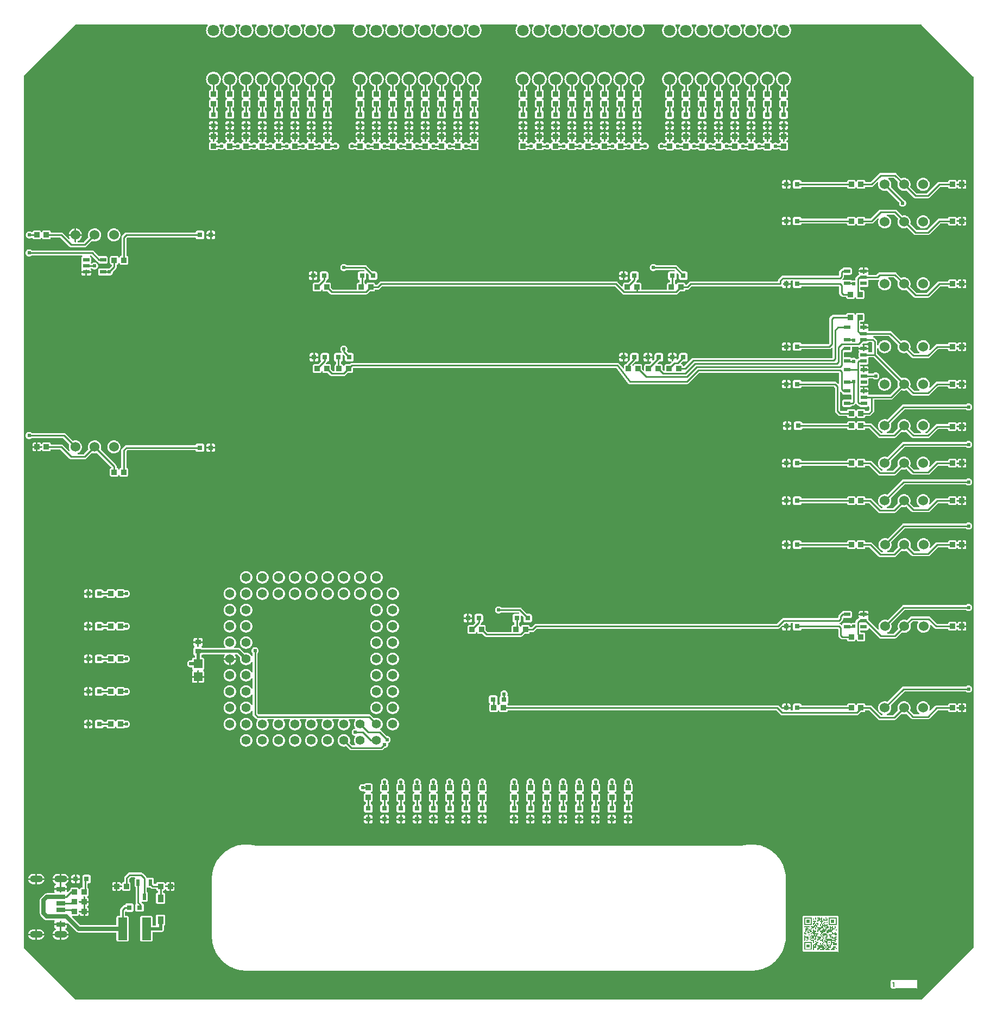
<source format=gtl>
G04 Layer: TopLayer*
G04 EasyEDA v6.5.34, 2023-08-24 09:47:34*
G04 6bd15eb49b25482d8031a451c7c5e20c,5a6b42c53f6a479593ecc07194224c93,10*
G04 Gerber Generator version 0.2*
G04 Scale: 100 percent, Rotated: No, Reflected: No *
G04 Dimensions in millimeters *
G04 leading zeros omitted , absolute positions ,4 integer and 5 decimal *
%FSLAX45Y45*%
%MOMM*%

%AMMACRO1*21,1,$1,$2,0,0,$3*%
%ADD10C,0.1524*%
%ADD11C,0.2540*%
%ADD12C,0.5000*%
%ADD13C,0.6350*%
%ADD14MACRO1,0.864X0.8065X90.0000*%
%ADD15R,0.9500X1.2000*%
%ADD16R,0.9000X0.8000*%
%ADD17R,1.0000X0.6000*%
%ADD18R,0.8000X0.8000*%
%ADD19R,1.4000X0.8000*%
%ADD20R,0.5320X1.0375*%
%ADD21MACRO1,3.4992X1.4067X90.0000*%
%ADD22MACRO1,0.864X0.8065X-90.0000*%
%ADD23MACRO1,1.35X1.41X0.0000*%
%ADD24R,1.3500X1.4100*%
%ADD25MACRO1,0.864X0.8065X0.0000*%
%ADD26R,0.8640X0.8065*%
%ADD27O,1.9999959999999999X1.0999978000000001*%
%ADD28C,1.8000*%
%ADD29C,1.4224*%
%ADD30C,1.5240*%
%ADD31C,0.6096*%
%ADD32C,0.0169*%

%LPD*%
G36*
X-746201Y-11518392D02*
G01*
X-750062Y-11517630D01*
X-753364Y-11515394D01*
X-1557731Y-10711027D01*
X-1559966Y-10707725D01*
X-1560728Y-10703864D01*
X-1560728Y2870047D01*
X-1559915Y2874010D01*
X-1557680Y2877312D01*
X-753516Y3666896D01*
X-750214Y3669029D01*
X-746404Y3669792D01*
X1299311Y3669792D01*
X1303020Y3669080D01*
X1306220Y3667048D01*
X1308506Y3663950D01*
X1309420Y3660292D01*
X1308963Y3656482D01*
X1307134Y3653180D01*
X1304086Y3649522D01*
X1296314Y3637229D01*
X1290116Y3624072D01*
X1285595Y3610203D01*
X1282903Y3595928D01*
X1281988Y3581400D01*
X1282903Y3566871D01*
X1285595Y3552596D01*
X1290116Y3538728D01*
X1296314Y3525570D01*
X1304086Y3513277D01*
X1313383Y3502050D01*
X1324000Y3492093D01*
X1335786Y3483559D01*
X1348536Y3476548D01*
X1362049Y3471164D01*
X1376172Y3467557D01*
X1390599Y3465728D01*
X1405128Y3465728D01*
X1419555Y3467557D01*
X1433677Y3471164D01*
X1447190Y3476548D01*
X1459941Y3483559D01*
X1471726Y3492093D01*
X1482344Y3502050D01*
X1491640Y3513277D01*
X1499412Y3525570D01*
X1505610Y3538728D01*
X1510131Y3552596D01*
X1512824Y3566871D01*
X1513738Y3581400D01*
X1512824Y3595928D01*
X1510131Y3610203D01*
X1505610Y3624072D01*
X1499412Y3637229D01*
X1491640Y3649522D01*
X1488592Y3653180D01*
X1486763Y3656482D01*
X1486306Y3660292D01*
X1487220Y3663950D01*
X1489506Y3667048D01*
X1492707Y3669080D01*
X1496415Y3669792D01*
X1553311Y3669792D01*
X1557020Y3669080D01*
X1560220Y3667048D01*
X1562506Y3663950D01*
X1563420Y3660292D01*
X1562963Y3656482D01*
X1561134Y3653180D01*
X1558086Y3649522D01*
X1550314Y3637229D01*
X1544116Y3624072D01*
X1539595Y3610203D01*
X1536903Y3595928D01*
X1535988Y3581400D01*
X1536903Y3566871D01*
X1539595Y3552596D01*
X1544116Y3538728D01*
X1550314Y3525570D01*
X1558086Y3513277D01*
X1567383Y3502050D01*
X1578000Y3492093D01*
X1589786Y3483559D01*
X1602536Y3476548D01*
X1616049Y3471164D01*
X1630172Y3467557D01*
X1644599Y3465728D01*
X1659128Y3465728D01*
X1673555Y3467557D01*
X1687677Y3471164D01*
X1701190Y3476548D01*
X1713941Y3483559D01*
X1725726Y3492093D01*
X1736343Y3502050D01*
X1745640Y3513277D01*
X1753412Y3525570D01*
X1759610Y3538728D01*
X1764131Y3552596D01*
X1766824Y3566871D01*
X1767738Y3581400D01*
X1766824Y3595928D01*
X1764131Y3610203D01*
X1759610Y3624072D01*
X1753412Y3637229D01*
X1745640Y3649522D01*
X1742592Y3653180D01*
X1740763Y3656482D01*
X1740306Y3660292D01*
X1741220Y3663950D01*
X1743506Y3667048D01*
X1746707Y3669080D01*
X1750415Y3669792D01*
X1807311Y3669792D01*
X1811020Y3669080D01*
X1814220Y3667048D01*
X1816506Y3663950D01*
X1817420Y3660292D01*
X1816963Y3656482D01*
X1815134Y3653180D01*
X1812086Y3649522D01*
X1804314Y3637229D01*
X1798116Y3624072D01*
X1793595Y3610203D01*
X1790903Y3595928D01*
X1789988Y3581400D01*
X1790903Y3566871D01*
X1793595Y3552596D01*
X1798116Y3538728D01*
X1804314Y3525570D01*
X1812086Y3513277D01*
X1821383Y3502050D01*
X1832000Y3492093D01*
X1843786Y3483559D01*
X1856536Y3476548D01*
X1870049Y3471164D01*
X1884172Y3467557D01*
X1898599Y3465728D01*
X1913128Y3465728D01*
X1927555Y3467557D01*
X1941677Y3471164D01*
X1955190Y3476548D01*
X1967941Y3483559D01*
X1979726Y3492093D01*
X1990343Y3502050D01*
X1999640Y3513277D01*
X2007412Y3525570D01*
X2013610Y3538728D01*
X2018131Y3552596D01*
X2020824Y3566871D01*
X2021738Y3581400D01*
X2020824Y3595928D01*
X2018131Y3610203D01*
X2013610Y3624072D01*
X2007412Y3637229D01*
X1999640Y3649522D01*
X1996592Y3653180D01*
X1994763Y3656482D01*
X1994306Y3660292D01*
X1995220Y3663950D01*
X1997506Y3667048D01*
X2000707Y3669080D01*
X2004415Y3669792D01*
X2061311Y3669792D01*
X2065020Y3669080D01*
X2068220Y3667048D01*
X2070506Y3663950D01*
X2071420Y3660292D01*
X2070963Y3656482D01*
X2069134Y3653180D01*
X2066086Y3649522D01*
X2058314Y3637229D01*
X2052116Y3624072D01*
X2047595Y3610203D01*
X2044903Y3595928D01*
X2043988Y3581400D01*
X2044903Y3566871D01*
X2047595Y3552596D01*
X2052116Y3538728D01*
X2058314Y3525570D01*
X2066086Y3513277D01*
X2075383Y3502050D01*
X2086000Y3492093D01*
X2097786Y3483559D01*
X2110536Y3476548D01*
X2124049Y3471164D01*
X2138172Y3467557D01*
X2152599Y3465728D01*
X2167128Y3465728D01*
X2181555Y3467557D01*
X2195677Y3471164D01*
X2209190Y3476548D01*
X2221941Y3483559D01*
X2233726Y3492093D01*
X2244344Y3502050D01*
X2253640Y3513277D01*
X2261412Y3525570D01*
X2267610Y3538728D01*
X2272131Y3552596D01*
X2274824Y3566871D01*
X2275738Y3581400D01*
X2274824Y3595928D01*
X2272131Y3610203D01*
X2267610Y3624072D01*
X2261412Y3637229D01*
X2253640Y3649522D01*
X2250592Y3653180D01*
X2248763Y3656482D01*
X2248306Y3660292D01*
X2249220Y3663950D01*
X2251506Y3667048D01*
X2254707Y3669080D01*
X2258415Y3669792D01*
X2315311Y3669792D01*
X2319020Y3669080D01*
X2322220Y3667048D01*
X2324506Y3663950D01*
X2325420Y3660292D01*
X2324963Y3656482D01*
X2323134Y3653180D01*
X2320086Y3649522D01*
X2312314Y3637229D01*
X2306116Y3624072D01*
X2301595Y3610203D01*
X2298903Y3595928D01*
X2297988Y3581400D01*
X2298903Y3566871D01*
X2301595Y3552596D01*
X2306116Y3538728D01*
X2312314Y3525570D01*
X2320086Y3513277D01*
X2329383Y3502050D01*
X2340000Y3492093D01*
X2351786Y3483559D01*
X2364536Y3476548D01*
X2378049Y3471164D01*
X2392172Y3467557D01*
X2406599Y3465728D01*
X2421128Y3465728D01*
X2435555Y3467557D01*
X2449677Y3471164D01*
X2463190Y3476548D01*
X2475941Y3483559D01*
X2487726Y3492093D01*
X2498344Y3502050D01*
X2507640Y3513277D01*
X2515412Y3525570D01*
X2521610Y3538728D01*
X2526131Y3552596D01*
X2528824Y3566871D01*
X2529738Y3581400D01*
X2528824Y3595928D01*
X2526131Y3610203D01*
X2521610Y3624072D01*
X2515412Y3637229D01*
X2507640Y3649522D01*
X2504592Y3653180D01*
X2502763Y3656482D01*
X2502306Y3660292D01*
X2503220Y3663950D01*
X2505506Y3667048D01*
X2508707Y3669080D01*
X2512415Y3669792D01*
X2569311Y3669792D01*
X2573020Y3669080D01*
X2576220Y3667048D01*
X2578506Y3663950D01*
X2579420Y3660292D01*
X2578963Y3656482D01*
X2577134Y3653180D01*
X2574086Y3649522D01*
X2566314Y3637229D01*
X2560116Y3624072D01*
X2555595Y3610203D01*
X2552903Y3595928D01*
X2551988Y3581400D01*
X2552903Y3566871D01*
X2555595Y3552596D01*
X2560116Y3538728D01*
X2566314Y3525570D01*
X2574086Y3513277D01*
X2583383Y3502050D01*
X2594000Y3492093D01*
X2605786Y3483559D01*
X2618536Y3476548D01*
X2632049Y3471164D01*
X2646172Y3467557D01*
X2660599Y3465728D01*
X2675128Y3465728D01*
X2689555Y3467557D01*
X2703677Y3471164D01*
X2717190Y3476548D01*
X2729941Y3483559D01*
X2741726Y3492093D01*
X2752344Y3502050D01*
X2761640Y3513277D01*
X2769412Y3525570D01*
X2775610Y3538728D01*
X2780131Y3552596D01*
X2782824Y3566871D01*
X2783738Y3581400D01*
X2782824Y3595928D01*
X2780131Y3610203D01*
X2775610Y3624072D01*
X2769412Y3637229D01*
X2761640Y3649522D01*
X2758592Y3653180D01*
X2756763Y3656482D01*
X2756306Y3660292D01*
X2757220Y3663950D01*
X2759506Y3667048D01*
X2762707Y3669080D01*
X2766415Y3669792D01*
X2823311Y3669792D01*
X2827020Y3669080D01*
X2830220Y3667048D01*
X2832506Y3663950D01*
X2833420Y3660292D01*
X2832963Y3656482D01*
X2831134Y3653180D01*
X2828086Y3649522D01*
X2820314Y3637229D01*
X2814116Y3624072D01*
X2809595Y3610203D01*
X2806903Y3595928D01*
X2805988Y3581400D01*
X2806903Y3566871D01*
X2809595Y3552596D01*
X2814116Y3538728D01*
X2820314Y3525570D01*
X2828086Y3513277D01*
X2837383Y3502050D01*
X2848000Y3492093D01*
X2859786Y3483559D01*
X2872536Y3476548D01*
X2886049Y3471164D01*
X2900172Y3467557D01*
X2914599Y3465728D01*
X2929128Y3465728D01*
X2943555Y3467557D01*
X2957677Y3471164D01*
X2971190Y3476548D01*
X2983941Y3483559D01*
X2995726Y3492093D01*
X3006344Y3502050D01*
X3015640Y3513277D01*
X3023412Y3525570D01*
X3029610Y3538728D01*
X3034131Y3552596D01*
X3036824Y3566871D01*
X3037738Y3581400D01*
X3036824Y3595928D01*
X3034131Y3610203D01*
X3029610Y3624072D01*
X3023412Y3637229D01*
X3015640Y3649522D01*
X3012592Y3653180D01*
X3010763Y3656482D01*
X3010306Y3660292D01*
X3011220Y3663950D01*
X3013506Y3667048D01*
X3016707Y3669080D01*
X3020415Y3669792D01*
X3077311Y3669792D01*
X3081020Y3669080D01*
X3084220Y3667048D01*
X3086506Y3663950D01*
X3087420Y3660292D01*
X3086963Y3656482D01*
X3085134Y3653180D01*
X3082086Y3649522D01*
X3074314Y3637229D01*
X3068116Y3624072D01*
X3063595Y3610203D01*
X3060903Y3595928D01*
X3059988Y3581400D01*
X3060903Y3566871D01*
X3063595Y3552596D01*
X3068116Y3538728D01*
X3074314Y3525570D01*
X3082086Y3513277D01*
X3091383Y3502050D01*
X3102000Y3492093D01*
X3113786Y3483559D01*
X3126536Y3476548D01*
X3140049Y3471164D01*
X3154172Y3467557D01*
X3168599Y3465728D01*
X3183128Y3465728D01*
X3197555Y3467557D01*
X3211677Y3471164D01*
X3225190Y3476548D01*
X3237941Y3483559D01*
X3249726Y3492093D01*
X3260344Y3502050D01*
X3269640Y3513277D01*
X3277412Y3525570D01*
X3283610Y3538728D01*
X3288131Y3552596D01*
X3290824Y3566871D01*
X3291738Y3581400D01*
X3290824Y3595928D01*
X3288131Y3610203D01*
X3283610Y3624072D01*
X3277412Y3637229D01*
X3269640Y3649522D01*
X3266592Y3653180D01*
X3264763Y3656482D01*
X3264306Y3660292D01*
X3265220Y3663950D01*
X3267506Y3667048D01*
X3270707Y3669080D01*
X3274415Y3669792D01*
X3585311Y3669792D01*
X3589020Y3669080D01*
X3592220Y3667048D01*
X3594506Y3663950D01*
X3595420Y3660292D01*
X3594963Y3656482D01*
X3593134Y3653180D01*
X3590086Y3649522D01*
X3582314Y3637229D01*
X3576116Y3624072D01*
X3571595Y3610203D01*
X3568903Y3595928D01*
X3567988Y3581400D01*
X3568903Y3566871D01*
X3571595Y3552596D01*
X3576116Y3538728D01*
X3582314Y3525570D01*
X3590086Y3513277D01*
X3599383Y3502050D01*
X3610000Y3492093D01*
X3621786Y3483559D01*
X3634536Y3476548D01*
X3648049Y3471164D01*
X3662172Y3467557D01*
X3676599Y3465728D01*
X3691128Y3465728D01*
X3705555Y3467557D01*
X3719677Y3471164D01*
X3733190Y3476548D01*
X3745941Y3483559D01*
X3757726Y3492093D01*
X3768344Y3502050D01*
X3777640Y3513277D01*
X3785412Y3525570D01*
X3791610Y3538728D01*
X3796131Y3552596D01*
X3798824Y3566871D01*
X3799738Y3581400D01*
X3798824Y3595928D01*
X3796131Y3610203D01*
X3791610Y3624072D01*
X3785412Y3637229D01*
X3777640Y3649522D01*
X3774592Y3653180D01*
X3772763Y3656482D01*
X3772306Y3660292D01*
X3773220Y3663950D01*
X3775506Y3667048D01*
X3778707Y3669080D01*
X3782415Y3669792D01*
X3839311Y3669792D01*
X3843020Y3669080D01*
X3846220Y3667048D01*
X3848506Y3663950D01*
X3849420Y3660292D01*
X3848963Y3656482D01*
X3847134Y3653180D01*
X3844086Y3649522D01*
X3836314Y3637229D01*
X3830116Y3624072D01*
X3825595Y3610203D01*
X3822903Y3595928D01*
X3821988Y3581400D01*
X3822903Y3566871D01*
X3825595Y3552596D01*
X3830116Y3538728D01*
X3836314Y3525570D01*
X3844086Y3513277D01*
X3853383Y3502050D01*
X3864000Y3492093D01*
X3875786Y3483559D01*
X3888536Y3476548D01*
X3902049Y3471164D01*
X3916172Y3467557D01*
X3930599Y3465728D01*
X3945128Y3465728D01*
X3959555Y3467557D01*
X3973677Y3471164D01*
X3987190Y3476548D01*
X3999941Y3483559D01*
X4011726Y3492093D01*
X4022344Y3502050D01*
X4031640Y3513277D01*
X4039412Y3525570D01*
X4045610Y3538728D01*
X4050131Y3552596D01*
X4052824Y3566871D01*
X4053738Y3581400D01*
X4052824Y3595928D01*
X4050131Y3610203D01*
X4045610Y3624072D01*
X4039412Y3637229D01*
X4031640Y3649522D01*
X4028592Y3653180D01*
X4026763Y3656482D01*
X4026306Y3660292D01*
X4027220Y3663950D01*
X4029506Y3667048D01*
X4032707Y3669080D01*
X4036415Y3669792D01*
X4093311Y3669792D01*
X4097020Y3669080D01*
X4100220Y3667048D01*
X4102506Y3663950D01*
X4103420Y3660292D01*
X4102963Y3656482D01*
X4101134Y3653180D01*
X4098086Y3649522D01*
X4090314Y3637229D01*
X4084116Y3624072D01*
X4079595Y3610203D01*
X4076903Y3595928D01*
X4075988Y3581400D01*
X4076903Y3566871D01*
X4079595Y3552596D01*
X4084116Y3538728D01*
X4090314Y3525570D01*
X4098086Y3513277D01*
X4107383Y3502050D01*
X4118000Y3492093D01*
X4129786Y3483559D01*
X4142536Y3476548D01*
X4156049Y3471164D01*
X4170172Y3467557D01*
X4184599Y3465728D01*
X4199128Y3465728D01*
X4213555Y3467557D01*
X4227677Y3471164D01*
X4241190Y3476548D01*
X4253941Y3483559D01*
X4265726Y3492093D01*
X4276344Y3502050D01*
X4285640Y3513277D01*
X4293412Y3525570D01*
X4299610Y3538728D01*
X4304131Y3552596D01*
X4306824Y3566871D01*
X4307738Y3581400D01*
X4306824Y3595928D01*
X4304131Y3610203D01*
X4299610Y3624072D01*
X4293412Y3637229D01*
X4285640Y3649522D01*
X4282592Y3653180D01*
X4280763Y3656482D01*
X4280306Y3660292D01*
X4281220Y3663950D01*
X4283506Y3667048D01*
X4286707Y3669080D01*
X4290415Y3669792D01*
X4347311Y3669792D01*
X4351020Y3669080D01*
X4354220Y3667048D01*
X4356506Y3663950D01*
X4357420Y3660292D01*
X4356963Y3656482D01*
X4355134Y3653180D01*
X4352086Y3649522D01*
X4344314Y3637229D01*
X4338116Y3624072D01*
X4333595Y3610203D01*
X4330903Y3595928D01*
X4329988Y3581400D01*
X4330903Y3566871D01*
X4333595Y3552596D01*
X4338116Y3538728D01*
X4344314Y3525570D01*
X4352086Y3513277D01*
X4361383Y3502050D01*
X4372000Y3492093D01*
X4383786Y3483559D01*
X4396536Y3476548D01*
X4410049Y3471164D01*
X4424172Y3467557D01*
X4438599Y3465728D01*
X4453128Y3465728D01*
X4467555Y3467557D01*
X4481677Y3471164D01*
X4495190Y3476548D01*
X4507941Y3483559D01*
X4519726Y3492093D01*
X4530344Y3502050D01*
X4539640Y3513277D01*
X4547412Y3525570D01*
X4553610Y3538728D01*
X4558131Y3552596D01*
X4560824Y3566871D01*
X4561738Y3581400D01*
X4560824Y3595928D01*
X4558131Y3610203D01*
X4553610Y3624072D01*
X4547412Y3637229D01*
X4539640Y3649522D01*
X4536592Y3653180D01*
X4534763Y3656482D01*
X4534306Y3660292D01*
X4535220Y3663950D01*
X4537506Y3667048D01*
X4540707Y3669080D01*
X4544415Y3669792D01*
X4601311Y3669792D01*
X4605020Y3669080D01*
X4608220Y3667048D01*
X4610506Y3663950D01*
X4611420Y3660292D01*
X4610963Y3656482D01*
X4609134Y3653180D01*
X4606086Y3649522D01*
X4598314Y3637229D01*
X4592116Y3624072D01*
X4587595Y3610203D01*
X4584903Y3595928D01*
X4583988Y3581400D01*
X4584903Y3566871D01*
X4587595Y3552596D01*
X4592116Y3538728D01*
X4598314Y3525570D01*
X4606086Y3513277D01*
X4615383Y3502050D01*
X4626000Y3492093D01*
X4637786Y3483559D01*
X4650536Y3476548D01*
X4664049Y3471164D01*
X4678172Y3467557D01*
X4692599Y3465728D01*
X4707128Y3465728D01*
X4721555Y3467557D01*
X4735677Y3471164D01*
X4749190Y3476548D01*
X4761941Y3483559D01*
X4773726Y3492093D01*
X4784344Y3502050D01*
X4793640Y3513277D01*
X4801412Y3525570D01*
X4807610Y3538728D01*
X4812131Y3552596D01*
X4814824Y3566871D01*
X4815738Y3581400D01*
X4814824Y3595928D01*
X4812131Y3610203D01*
X4807610Y3624072D01*
X4801412Y3637229D01*
X4793640Y3649522D01*
X4790592Y3653180D01*
X4788763Y3656482D01*
X4788306Y3660292D01*
X4789220Y3663950D01*
X4791506Y3667048D01*
X4794707Y3669080D01*
X4798415Y3669792D01*
X4855311Y3669792D01*
X4859020Y3669080D01*
X4862220Y3667048D01*
X4864506Y3663950D01*
X4865420Y3660292D01*
X4864963Y3656482D01*
X4863134Y3653180D01*
X4860086Y3649522D01*
X4852314Y3637229D01*
X4846116Y3624072D01*
X4841595Y3610203D01*
X4838903Y3595928D01*
X4837988Y3581400D01*
X4838903Y3566871D01*
X4841595Y3552596D01*
X4846116Y3538728D01*
X4852314Y3525570D01*
X4860086Y3513277D01*
X4869383Y3502050D01*
X4880000Y3492093D01*
X4891786Y3483559D01*
X4904536Y3476548D01*
X4918049Y3471164D01*
X4932172Y3467557D01*
X4946599Y3465728D01*
X4961128Y3465728D01*
X4975555Y3467557D01*
X4989677Y3471164D01*
X5003190Y3476548D01*
X5015941Y3483559D01*
X5027726Y3492093D01*
X5038344Y3502050D01*
X5047640Y3513277D01*
X5055412Y3525570D01*
X5061610Y3538728D01*
X5066131Y3552596D01*
X5068824Y3566871D01*
X5069738Y3581400D01*
X5068824Y3595928D01*
X5066131Y3610203D01*
X5061610Y3624072D01*
X5055412Y3637229D01*
X5047640Y3649522D01*
X5044592Y3653180D01*
X5042763Y3656482D01*
X5042306Y3660292D01*
X5043220Y3663950D01*
X5045506Y3667048D01*
X5048707Y3669080D01*
X5052415Y3669792D01*
X5109311Y3669792D01*
X5113020Y3669080D01*
X5116220Y3667048D01*
X5118506Y3663950D01*
X5119420Y3660292D01*
X5118963Y3656482D01*
X5117134Y3653180D01*
X5114086Y3649522D01*
X5106314Y3637229D01*
X5100116Y3624072D01*
X5095595Y3610203D01*
X5092903Y3595928D01*
X5091988Y3581400D01*
X5092903Y3566871D01*
X5095595Y3552596D01*
X5100116Y3538728D01*
X5106314Y3525570D01*
X5114086Y3513277D01*
X5123383Y3502050D01*
X5134000Y3492093D01*
X5145786Y3483559D01*
X5158536Y3476548D01*
X5172049Y3471164D01*
X5186172Y3467557D01*
X5200599Y3465728D01*
X5215128Y3465728D01*
X5229555Y3467557D01*
X5243677Y3471164D01*
X5257190Y3476548D01*
X5269941Y3483559D01*
X5281726Y3492093D01*
X5292344Y3502050D01*
X5301640Y3513277D01*
X5309412Y3525570D01*
X5315610Y3538728D01*
X5320131Y3552596D01*
X5322824Y3566871D01*
X5323738Y3581400D01*
X5322824Y3595928D01*
X5320131Y3610203D01*
X5315610Y3624072D01*
X5309412Y3637229D01*
X5301640Y3649522D01*
X5298592Y3653180D01*
X5296763Y3656482D01*
X5296306Y3660292D01*
X5297220Y3663950D01*
X5299506Y3667048D01*
X5302707Y3669080D01*
X5306415Y3669792D01*
X5363311Y3669792D01*
X5367020Y3669080D01*
X5370220Y3667048D01*
X5372506Y3663950D01*
X5373420Y3660292D01*
X5372963Y3656482D01*
X5371134Y3653180D01*
X5368086Y3649522D01*
X5360314Y3637229D01*
X5354116Y3624072D01*
X5349595Y3610203D01*
X5346903Y3595928D01*
X5345988Y3581400D01*
X5346903Y3566871D01*
X5349595Y3552596D01*
X5354116Y3538728D01*
X5360314Y3525570D01*
X5368086Y3513277D01*
X5377383Y3502050D01*
X5388000Y3492093D01*
X5399786Y3483559D01*
X5412536Y3476548D01*
X5426049Y3471164D01*
X5440172Y3467557D01*
X5454599Y3465728D01*
X5469128Y3465728D01*
X5483555Y3467557D01*
X5497677Y3471164D01*
X5511190Y3476548D01*
X5523941Y3483559D01*
X5535726Y3492093D01*
X5546344Y3502050D01*
X5555640Y3513277D01*
X5563412Y3525570D01*
X5569610Y3538728D01*
X5574131Y3552596D01*
X5576824Y3566871D01*
X5577738Y3581400D01*
X5576824Y3595928D01*
X5574131Y3610203D01*
X5569610Y3624072D01*
X5563412Y3637229D01*
X5555640Y3649522D01*
X5552592Y3653180D01*
X5550763Y3656482D01*
X5550306Y3660292D01*
X5551220Y3663950D01*
X5553506Y3667048D01*
X5556707Y3669080D01*
X5560415Y3669792D01*
X6124651Y3669792D01*
X6128359Y3669080D01*
X6131610Y3667048D01*
X6133846Y3663950D01*
X6134760Y3660292D01*
X6134303Y3656482D01*
X6132474Y3653180D01*
X6130086Y3650284D01*
X6122314Y3637991D01*
X6116116Y3624834D01*
X6111595Y3610965D01*
X6108852Y3596690D01*
X6107938Y3582162D01*
X6108852Y3567633D01*
X6111595Y3553358D01*
X6116116Y3539490D01*
X6122314Y3526332D01*
X6130086Y3514039D01*
X6139383Y3502812D01*
X6149949Y3492855D01*
X6161735Y3484321D01*
X6174486Y3477310D01*
X6188049Y3471926D01*
X6202121Y3468319D01*
X6216548Y3466490D01*
X6231128Y3466490D01*
X6245555Y3468319D01*
X6259677Y3471926D01*
X6273190Y3477310D01*
X6285941Y3484321D01*
X6297726Y3492855D01*
X6308344Y3502812D01*
X6317589Y3514039D01*
X6325412Y3526332D01*
X6331610Y3539490D01*
X6336080Y3553358D01*
X6338824Y3567633D01*
X6339738Y3582162D01*
X6338824Y3596690D01*
X6336080Y3610965D01*
X6331610Y3624834D01*
X6325412Y3637991D01*
X6317589Y3650284D01*
X6315202Y3653180D01*
X6313373Y3656482D01*
X6312916Y3660292D01*
X6313830Y3663950D01*
X6316116Y3667048D01*
X6319316Y3669080D01*
X6323025Y3669792D01*
X6378651Y3669792D01*
X6382359Y3669080D01*
X6385610Y3667048D01*
X6387846Y3663950D01*
X6388760Y3660292D01*
X6388303Y3656482D01*
X6386474Y3653180D01*
X6384086Y3650284D01*
X6376314Y3637991D01*
X6370116Y3624834D01*
X6365595Y3610965D01*
X6362852Y3596690D01*
X6361938Y3582162D01*
X6362852Y3567633D01*
X6365595Y3553358D01*
X6370116Y3539490D01*
X6376314Y3526332D01*
X6384086Y3514039D01*
X6393383Y3502812D01*
X6403949Y3492855D01*
X6415735Y3484321D01*
X6428486Y3477310D01*
X6442049Y3471926D01*
X6456121Y3468319D01*
X6470548Y3466490D01*
X6485128Y3466490D01*
X6499555Y3468319D01*
X6513677Y3471926D01*
X6527190Y3477310D01*
X6539941Y3484321D01*
X6551726Y3492855D01*
X6562344Y3502812D01*
X6571589Y3514039D01*
X6579412Y3526332D01*
X6585610Y3539490D01*
X6590080Y3553358D01*
X6592824Y3567633D01*
X6593738Y3582162D01*
X6592824Y3596690D01*
X6590080Y3610965D01*
X6585610Y3624834D01*
X6579412Y3637991D01*
X6571589Y3650284D01*
X6569202Y3653180D01*
X6567373Y3656482D01*
X6566916Y3660292D01*
X6567830Y3663950D01*
X6570116Y3667048D01*
X6573316Y3669080D01*
X6577025Y3669792D01*
X6632651Y3669792D01*
X6636359Y3669080D01*
X6639610Y3667048D01*
X6641846Y3663950D01*
X6642760Y3660292D01*
X6642303Y3656482D01*
X6640474Y3653180D01*
X6638086Y3650284D01*
X6630314Y3637991D01*
X6624116Y3624834D01*
X6619595Y3610965D01*
X6616852Y3596690D01*
X6615938Y3582162D01*
X6616852Y3567633D01*
X6619595Y3553358D01*
X6624116Y3539490D01*
X6630314Y3526332D01*
X6638086Y3514039D01*
X6647383Y3502812D01*
X6657949Y3492855D01*
X6669735Y3484321D01*
X6682486Y3477310D01*
X6696049Y3471926D01*
X6710121Y3468319D01*
X6724548Y3466490D01*
X6739128Y3466490D01*
X6753555Y3468319D01*
X6767677Y3471926D01*
X6781190Y3477310D01*
X6793941Y3484321D01*
X6805726Y3492855D01*
X6816344Y3502812D01*
X6825589Y3514039D01*
X6833412Y3526332D01*
X6839610Y3539490D01*
X6844080Y3553358D01*
X6846824Y3567633D01*
X6847738Y3582162D01*
X6846824Y3596690D01*
X6844080Y3610965D01*
X6839610Y3624834D01*
X6833412Y3637991D01*
X6825589Y3650284D01*
X6823202Y3653180D01*
X6821373Y3656482D01*
X6820916Y3660292D01*
X6821830Y3663950D01*
X6824116Y3667048D01*
X6827316Y3669080D01*
X6831025Y3669792D01*
X6886651Y3669792D01*
X6890359Y3669080D01*
X6893610Y3667048D01*
X6895846Y3663950D01*
X6896760Y3660292D01*
X6896303Y3656482D01*
X6894474Y3653180D01*
X6892086Y3650284D01*
X6884314Y3637991D01*
X6878116Y3624834D01*
X6873595Y3610965D01*
X6870852Y3596690D01*
X6869938Y3582162D01*
X6870852Y3567633D01*
X6873595Y3553358D01*
X6878116Y3539490D01*
X6884314Y3526332D01*
X6892086Y3514039D01*
X6901383Y3502812D01*
X6911949Y3492855D01*
X6923735Y3484321D01*
X6936486Y3477310D01*
X6950049Y3471926D01*
X6964121Y3468319D01*
X6978548Y3466490D01*
X6993128Y3466490D01*
X7007555Y3468319D01*
X7021677Y3471926D01*
X7035190Y3477310D01*
X7047941Y3484321D01*
X7059726Y3492855D01*
X7070344Y3502812D01*
X7079589Y3514039D01*
X7087412Y3526332D01*
X7093610Y3539490D01*
X7098080Y3553358D01*
X7100824Y3567633D01*
X7101738Y3582162D01*
X7100824Y3596690D01*
X7098080Y3610965D01*
X7093610Y3624834D01*
X7087412Y3637991D01*
X7079589Y3650284D01*
X7077202Y3653180D01*
X7075373Y3656482D01*
X7074916Y3660292D01*
X7075830Y3663950D01*
X7078116Y3667048D01*
X7081316Y3669080D01*
X7085025Y3669792D01*
X7140651Y3669792D01*
X7144359Y3669080D01*
X7147610Y3667048D01*
X7149846Y3663950D01*
X7150760Y3660292D01*
X7150303Y3656482D01*
X7148474Y3653180D01*
X7146086Y3650284D01*
X7138314Y3637991D01*
X7132116Y3624834D01*
X7127595Y3610965D01*
X7124852Y3596690D01*
X7123938Y3582162D01*
X7124852Y3567633D01*
X7127595Y3553358D01*
X7132116Y3539490D01*
X7138314Y3526332D01*
X7146086Y3514039D01*
X7155383Y3502812D01*
X7165949Y3492855D01*
X7177735Y3484321D01*
X7190486Y3477310D01*
X7204049Y3471926D01*
X7218121Y3468319D01*
X7232548Y3466490D01*
X7247128Y3466490D01*
X7261555Y3468319D01*
X7275677Y3471926D01*
X7289190Y3477310D01*
X7301941Y3484321D01*
X7313726Y3492855D01*
X7324344Y3502812D01*
X7333589Y3514039D01*
X7341412Y3526332D01*
X7347610Y3539490D01*
X7352080Y3553358D01*
X7354824Y3567633D01*
X7355738Y3582162D01*
X7354824Y3596690D01*
X7352080Y3610965D01*
X7347610Y3624834D01*
X7341412Y3637991D01*
X7333589Y3650284D01*
X7331202Y3653180D01*
X7329373Y3656482D01*
X7328916Y3660292D01*
X7329830Y3663950D01*
X7332116Y3667048D01*
X7335316Y3669080D01*
X7339025Y3669792D01*
X7394651Y3669792D01*
X7398359Y3669080D01*
X7401610Y3667048D01*
X7403846Y3663950D01*
X7404760Y3660292D01*
X7404303Y3656482D01*
X7402474Y3653180D01*
X7400086Y3650284D01*
X7392314Y3637991D01*
X7386116Y3624834D01*
X7381595Y3610965D01*
X7378852Y3596690D01*
X7377938Y3582162D01*
X7378852Y3567633D01*
X7381595Y3553358D01*
X7386116Y3539490D01*
X7392314Y3526332D01*
X7400086Y3514039D01*
X7409383Y3502812D01*
X7419949Y3492855D01*
X7431735Y3484321D01*
X7444486Y3477310D01*
X7458049Y3471926D01*
X7472121Y3468319D01*
X7486548Y3466490D01*
X7501128Y3466490D01*
X7515555Y3468319D01*
X7529677Y3471926D01*
X7543190Y3477310D01*
X7555941Y3484321D01*
X7567726Y3492855D01*
X7578344Y3502812D01*
X7587589Y3514039D01*
X7595412Y3526332D01*
X7601610Y3539490D01*
X7606080Y3553358D01*
X7608824Y3567633D01*
X7609738Y3582162D01*
X7608824Y3596690D01*
X7606080Y3610965D01*
X7601610Y3624834D01*
X7595412Y3637991D01*
X7587589Y3650284D01*
X7585202Y3653180D01*
X7583373Y3656482D01*
X7582916Y3660292D01*
X7583830Y3663950D01*
X7586116Y3667048D01*
X7589316Y3669080D01*
X7593025Y3669792D01*
X7648651Y3669792D01*
X7652359Y3669080D01*
X7655610Y3667048D01*
X7657846Y3663950D01*
X7658760Y3660292D01*
X7658303Y3656482D01*
X7656474Y3653180D01*
X7654086Y3650284D01*
X7646314Y3637991D01*
X7640116Y3624834D01*
X7635595Y3610965D01*
X7632852Y3596690D01*
X7631938Y3582162D01*
X7632852Y3567633D01*
X7635595Y3553358D01*
X7640116Y3539490D01*
X7646314Y3526332D01*
X7654086Y3514039D01*
X7663383Y3502812D01*
X7673949Y3492855D01*
X7685735Y3484321D01*
X7698486Y3477310D01*
X7712049Y3471926D01*
X7726121Y3468319D01*
X7740548Y3466490D01*
X7755128Y3466490D01*
X7769555Y3468319D01*
X7783677Y3471926D01*
X7797190Y3477310D01*
X7809941Y3484321D01*
X7821726Y3492855D01*
X7832344Y3502812D01*
X7841589Y3514039D01*
X7849412Y3526332D01*
X7855610Y3539490D01*
X7860080Y3553358D01*
X7862824Y3567633D01*
X7863738Y3582162D01*
X7862824Y3596690D01*
X7860080Y3610965D01*
X7855610Y3624834D01*
X7849412Y3637991D01*
X7841589Y3650284D01*
X7839202Y3653180D01*
X7837373Y3656482D01*
X7836916Y3660292D01*
X7837830Y3663950D01*
X7840116Y3667048D01*
X7843316Y3669080D01*
X7847025Y3669792D01*
X7902651Y3669792D01*
X7906359Y3669080D01*
X7909610Y3667048D01*
X7911846Y3663950D01*
X7912760Y3660292D01*
X7912303Y3656482D01*
X7910474Y3653180D01*
X7908086Y3650284D01*
X7900314Y3637991D01*
X7894116Y3624834D01*
X7889595Y3610965D01*
X7886852Y3596690D01*
X7885938Y3582162D01*
X7886852Y3567633D01*
X7889595Y3553358D01*
X7894116Y3539490D01*
X7900314Y3526332D01*
X7908086Y3514039D01*
X7917383Y3502812D01*
X7927949Y3492855D01*
X7939735Y3484321D01*
X7952486Y3477310D01*
X7966049Y3471926D01*
X7980121Y3468319D01*
X7994548Y3466490D01*
X8009128Y3466490D01*
X8023555Y3468319D01*
X8037677Y3471926D01*
X8051190Y3477310D01*
X8063941Y3484321D01*
X8075726Y3492855D01*
X8086344Y3502812D01*
X8095589Y3514039D01*
X8103412Y3526332D01*
X8109610Y3539490D01*
X8114080Y3553358D01*
X8116824Y3567633D01*
X8117738Y3582162D01*
X8116824Y3596690D01*
X8114080Y3610965D01*
X8109610Y3624834D01*
X8103412Y3637991D01*
X8095589Y3650284D01*
X8093202Y3653180D01*
X8091373Y3656482D01*
X8090916Y3660292D01*
X8091830Y3663950D01*
X8094116Y3667048D01*
X8097316Y3669080D01*
X8101025Y3669792D01*
X8410448Y3669792D01*
X8414156Y3669080D01*
X8417407Y3667048D01*
X8419642Y3663950D01*
X8420557Y3660292D01*
X8420100Y3656482D01*
X8418271Y3653180D01*
X8415274Y3649522D01*
X8407450Y3637229D01*
X8401253Y3624072D01*
X8396782Y3610203D01*
X8394039Y3595928D01*
X8393125Y3581400D01*
X8394039Y3566871D01*
X8396782Y3552596D01*
X8401253Y3538728D01*
X8407450Y3525570D01*
X8415274Y3513277D01*
X8424519Y3502050D01*
X8435136Y3492093D01*
X8446922Y3483559D01*
X8459673Y3476548D01*
X8473186Y3471164D01*
X8487308Y3467557D01*
X8501735Y3465728D01*
X8516264Y3465728D01*
X8530742Y3467557D01*
X8544814Y3471164D01*
X8558377Y3476548D01*
X8571128Y3483559D01*
X8582863Y3492093D01*
X8593480Y3502050D01*
X8602776Y3513277D01*
X8610549Y3525570D01*
X8616746Y3538728D01*
X8621268Y3552596D01*
X8624011Y3566871D01*
X8624925Y3581400D01*
X8624011Y3595928D01*
X8621268Y3610203D01*
X8616746Y3624072D01*
X8610549Y3637229D01*
X8602776Y3649522D01*
X8599779Y3653180D01*
X8597950Y3656482D01*
X8597442Y3660292D01*
X8598408Y3663950D01*
X8600643Y3667048D01*
X8603843Y3669080D01*
X8607602Y3669792D01*
X8664448Y3669792D01*
X8668156Y3669080D01*
X8671407Y3667048D01*
X8673642Y3663950D01*
X8674557Y3660292D01*
X8674100Y3656482D01*
X8672271Y3653180D01*
X8669274Y3649522D01*
X8661450Y3637229D01*
X8655253Y3624072D01*
X8650782Y3610203D01*
X8648039Y3595928D01*
X8647125Y3581400D01*
X8648039Y3566871D01*
X8650782Y3552596D01*
X8655253Y3538728D01*
X8661450Y3525570D01*
X8669274Y3513277D01*
X8678519Y3502050D01*
X8689136Y3492093D01*
X8700922Y3483559D01*
X8713673Y3476548D01*
X8727186Y3471164D01*
X8741308Y3467557D01*
X8755735Y3465728D01*
X8770264Y3465728D01*
X8784742Y3467557D01*
X8798814Y3471164D01*
X8812377Y3476548D01*
X8825128Y3483559D01*
X8836863Y3492093D01*
X8847480Y3502050D01*
X8856776Y3513277D01*
X8864549Y3525570D01*
X8870746Y3538728D01*
X8875268Y3552596D01*
X8878011Y3566871D01*
X8878925Y3581400D01*
X8878011Y3595928D01*
X8875268Y3610203D01*
X8870746Y3624072D01*
X8864549Y3637229D01*
X8856776Y3649522D01*
X8853779Y3653180D01*
X8851950Y3656482D01*
X8851442Y3660292D01*
X8852408Y3663950D01*
X8854643Y3667048D01*
X8857843Y3669080D01*
X8861602Y3669792D01*
X8918448Y3669792D01*
X8922156Y3669080D01*
X8925407Y3667048D01*
X8927642Y3663950D01*
X8928557Y3660292D01*
X8928100Y3656482D01*
X8926271Y3653180D01*
X8923274Y3649522D01*
X8915450Y3637229D01*
X8909253Y3624072D01*
X8904782Y3610203D01*
X8902039Y3595928D01*
X8901125Y3581400D01*
X8902039Y3566871D01*
X8904782Y3552596D01*
X8909253Y3538728D01*
X8915450Y3525570D01*
X8923274Y3513277D01*
X8932519Y3502050D01*
X8943136Y3492093D01*
X8954922Y3483559D01*
X8967673Y3476548D01*
X8981186Y3471164D01*
X8995308Y3467557D01*
X9009735Y3465728D01*
X9024264Y3465728D01*
X9038742Y3467557D01*
X9052814Y3471164D01*
X9066377Y3476548D01*
X9079128Y3483559D01*
X9090863Y3492093D01*
X9101480Y3502050D01*
X9110776Y3513277D01*
X9118549Y3525570D01*
X9124746Y3538728D01*
X9129268Y3552596D01*
X9132011Y3566871D01*
X9132925Y3581400D01*
X9132011Y3595928D01*
X9129268Y3610203D01*
X9124746Y3624072D01*
X9118549Y3637229D01*
X9110776Y3649522D01*
X9107779Y3653180D01*
X9105950Y3656482D01*
X9105442Y3660292D01*
X9106408Y3663950D01*
X9108643Y3667048D01*
X9111843Y3669080D01*
X9115602Y3669792D01*
X9172448Y3669792D01*
X9176156Y3669080D01*
X9179407Y3667048D01*
X9181642Y3663950D01*
X9182557Y3660292D01*
X9182100Y3656482D01*
X9180271Y3653180D01*
X9177274Y3649522D01*
X9169450Y3637229D01*
X9163253Y3624072D01*
X9158782Y3610203D01*
X9156039Y3595928D01*
X9155125Y3581400D01*
X9156039Y3566871D01*
X9158782Y3552596D01*
X9163253Y3538728D01*
X9169450Y3525570D01*
X9177274Y3513277D01*
X9186519Y3502050D01*
X9197136Y3492093D01*
X9208922Y3483559D01*
X9221673Y3476548D01*
X9235186Y3471164D01*
X9249308Y3467557D01*
X9263735Y3465728D01*
X9278264Y3465728D01*
X9292742Y3467557D01*
X9306814Y3471164D01*
X9320377Y3476548D01*
X9333128Y3483559D01*
X9344863Y3492093D01*
X9355480Y3502050D01*
X9364776Y3513277D01*
X9372549Y3525570D01*
X9378746Y3538728D01*
X9383268Y3552596D01*
X9386011Y3566871D01*
X9386925Y3581400D01*
X9386011Y3595928D01*
X9383268Y3610203D01*
X9378746Y3624072D01*
X9372549Y3637229D01*
X9364776Y3649522D01*
X9361779Y3653180D01*
X9359950Y3656482D01*
X9359442Y3660292D01*
X9360408Y3663950D01*
X9362643Y3667048D01*
X9365843Y3669080D01*
X9369602Y3669792D01*
X9426448Y3669792D01*
X9430156Y3669080D01*
X9433407Y3667048D01*
X9435642Y3663950D01*
X9436557Y3660292D01*
X9436100Y3656482D01*
X9434271Y3653180D01*
X9431274Y3649522D01*
X9423450Y3637229D01*
X9417253Y3624072D01*
X9412782Y3610203D01*
X9410039Y3595928D01*
X9409125Y3581400D01*
X9410039Y3566871D01*
X9412782Y3552596D01*
X9417253Y3538728D01*
X9423450Y3525570D01*
X9431274Y3513277D01*
X9440519Y3502050D01*
X9451136Y3492093D01*
X9462922Y3483559D01*
X9475673Y3476548D01*
X9489186Y3471164D01*
X9503308Y3467557D01*
X9517735Y3465728D01*
X9532264Y3465728D01*
X9546742Y3467557D01*
X9560814Y3471164D01*
X9574377Y3476548D01*
X9587128Y3483559D01*
X9598863Y3492093D01*
X9609480Y3502050D01*
X9618776Y3513277D01*
X9626549Y3525570D01*
X9632746Y3538728D01*
X9637268Y3552596D01*
X9640011Y3566871D01*
X9640925Y3581400D01*
X9640011Y3595928D01*
X9637268Y3610203D01*
X9632746Y3624072D01*
X9626549Y3637229D01*
X9618776Y3649522D01*
X9615779Y3653180D01*
X9613950Y3656482D01*
X9613442Y3660292D01*
X9614408Y3663950D01*
X9616643Y3667048D01*
X9619843Y3669080D01*
X9623602Y3669792D01*
X9680448Y3669792D01*
X9684156Y3669080D01*
X9687407Y3667048D01*
X9689642Y3663950D01*
X9690557Y3660292D01*
X9690100Y3656482D01*
X9688271Y3653180D01*
X9685274Y3649522D01*
X9677450Y3637229D01*
X9671253Y3624072D01*
X9666782Y3610203D01*
X9664039Y3595928D01*
X9663125Y3581400D01*
X9664039Y3566871D01*
X9666782Y3552596D01*
X9671253Y3538728D01*
X9677450Y3525570D01*
X9685274Y3513277D01*
X9694519Y3502050D01*
X9705136Y3492093D01*
X9716922Y3483559D01*
X9729673Y3476548D01*
X9743186Y3471164D01*
X9757308Y3467557D01*
X9771735Y3465728D01*
X9786264Y3465728D01*
X9800742Y3467557D01*
X9814814Y3471164D01*
X9828377Y3476548D01*
X9841128Y3483559D01*
X9852863Y3492093D01*
X9863480Y3502050D01*
X9872776Y3513277D01*
X9880549Y3525570D01*
X9886746Y3538728D01*
X9891268Y3552596D01*
X9894011Y3566871D01*
X9894925Y3581400D01*
X9894011Y3595928D01*
X9891268Y3610203D01*
X9886746Y3624072D01*
X9880549Y3637229D01*
X9872776Y3649522D01*
X9869779Y3653180D01*
X9867950Y3656482D01*
X9867442Y3660292D01*
X9868408Y3663950D01*
X9870643Y3667048D01*
X9873843Y3669080D01*
X9877602Y3669792D01*
X9934448Y3669792D01*
X9938156Y3669080D01*
X9941407Y3667048D01*
X9943642Y3663950D01*
X9944557Y3660292D01*
X9944100Y3656482D01*
X9942271Y3653180D01*
X9939274Y3649522D01*
X9931450Y3637229D01*
X9925253Y3624072D01*
X9920782Y3610203D01*
X9918039Y3595928D01*
X9917125Y3581400D01*
X9918039Y3566871D01*
X9920782Y3552596D01*
X9925253Y3538728D01*
X9931450Y3525570D01*
X9939274Y3513277D01*
X9948519Y3502050D01*
X9959136Y3492093D01*
X9970922Y3483559D01*
X9983673Y3476548D01*
X9997186Y3471164D01*
X10011308Y3467557D01*
X10025735Y3465728D01*
X10040264Y3465728D01*
X10054742Y3467557D01*
X10068814Y3471164D01*
X10082377Y3476548D01*
X10095128Y3483559D01*
X10106863Y3492093D01*
X10117480Y3502050D01*
X10126776Y3513277D01*
X10134549Y3525570D01*
X10140746Y3538728D01*
X10145268Y3552596D01*
X10148011Y3566871D01*
X10148925Y3581400D01*
X10148011Y3595928D01*
X10145268Y3610203D01*
X10140746Y3624072D01*
X10134549Y3637229D01*
X10126776Y3649522D01*
X10123779Y3653180D01*
X10121950Y3656482D01*
X10121442Y3660292D01*
X10122408Y3663950D01*
X10124643Y3667048D01*
X10127843Y3669080D01*
X10131602Y3669792D01*
X10188448Y3669792D01*
X10192156Y3669080D01*
X10195407Y3667048D01*
X10197642Y3663950D01*
X10198557Y3660292D01*
X10198100Y3656482D01*
X10196271Y3653180D01*
X10193274Y3649522D01*
X10185450Y3637229D01*
X10179253Y3624072D01*
X10174782Y3610203D01*
X10172039Y3595928D01*
X10171125Y3581400D01*
X10172039Y3566871D01*
X10174782Y3552596D01*
X10179253Y3538728D01*
X10185450Y3525570D01*
X10193274Y3513277D01*
X10202519Y3502050D01*
X10213136Y3492093D01*
X10224922Y3483559D01*
X10237673Y3476548D01*
X10251186Y3471164D01*
X10265308Y3467557D01*
X10279735Y3465728D01*
X10294264Y3465728D01*
X10308742Y3467557D01*
X10322814Y3471164D01*
X10336377Y3476548D01*
X10349128Y3483559D01*
X10360863Y3492093D01*
X10371480Y3502050D01*
X10380776Y3513277D01*
X10388549Y3525570D01*
X10394746Y3538728D01*
X10399268Y3552596D01*
X10402011Y3566871D01*
X10402925Y3581400D01*
X10402011Y3595928D01*
X10399268Y3610203D01*
X10394746Y3624072D01*
X10388549Y3637229D01*
X10380776Y3649522D01*
X10377779Y3653180D01*
X10375950Y3656482D01*
X10375442Y3660292D01*
X10376408Y3663950D01*
X10378643Y3667048D01*
X10381843Y3669080D01*
X10385602Y3669792D01*
X12431928Y3669792D01*
X12435789Y3669029D01*
X12439091Y3666794D01*
X13243458Y2862427D01*
X13245693Y2859125D01*
X13246455Y2855264D01*
X13246455Y-2283968D01*
X13245998Y-2286000D01*
X13246455Y-2288032D01*
X13246455Y-2868168D01*
X13245998Y-2870200D01*
X13246455Y-2872232D01*
X13246455Y-3452368D01*
X13245998Y-3454400D01*
X13246455Y-3456432D01*
X13246455Y-4138168D01*
X13245998Y-4140200D01*
X13246455Y-4142232D01*
X13246455Y-5408168D01*
X13245998Y-5410200D01*
X13246455Y-5412232D01*
X13246455Y-6678168D01*
X13245998Y-6680200D01*
X13246455Y-6682231D01*
X13246455Y-10703864D01*
X13245693Y-10707725D01*
X13243458Y-10711027D01*
X12439091Y-11515394D01*
X12435789Y-11517630D01*
X12431928Y-11518392D01*
X12379960Y-11518392D01*
X12376099Y-11517630D01*
X12372797Y-11515394D01*
X12370562Y-11512143D01*
X12369800Y-11508232D01*
X12369038Y-11512143D01*
X12366853Y-11515394D01*
X12363551Y-11517630D01*
X12359640Y-11518392D01*
X11148060Y-11518392D01*
X11144199Y-11517630D01*
X11140897Y-11515394D01*
X11138662Y-11512143D01*
X11137900Y-11508232D01*
X11137138Y-11512143D01*
X11134953Y-11515394D01*
X11131651Y-11517630D01*
X11127740Y-11518392D01*
G37*

%LPC*%
G36*
X6184442Y2203602D02*
G01*
X6263284Y2203602D01*
X6269634Y2204313D01*
X6275070Y2206193D01*
X6279997Y2209292D01*
X6284061Y2213356D01*
X6287160Y2218283D01*
X6289090Y2223719D01*
X6289802Y2230069D01*
X6289802Y2308910D01*
X6289090Y2315260D01*
X6287160Y2320696D01*
X6284061Y2325624D01*
X6279997Y2329688D01*
X6275070Y2332786D01*
X6269278Y2334818D01*
X6265722Y2336952D01*
X6263335Y2340356D01*
X6262471Y2344369D01*
X6262471Y2363520D01*
X6263182Y2367127D01*
X6265062Y2370277D01*
X6268008Y2372563D01*
X6272834Y2373782D01*
X6278270Y2375662D01*
X6283198Y2378760D01*
X6287262Y2382824D01*
X6290360Y2387752D01*
X6292291Y2393188D01*
X6293002Y2399538D01*
X6293002Y2479040D01*
X6292291Y2485339D01*
X6290360Y2490825D01*
X6287262Y2495702D01*
X6283198Y2499817D01*
X6278270Y2502865D01*
X6272225Y2504998D01*
X6268669Y2507132D01*
X6266281Y2510536D01*
X6265418Y2514600D01*
X6266281Y2518664D01*
X6268669Y2522067D01*
X6272225Y2524201D01*
X6278270Y2526334D01*
X6283198Y2529382D01*
X6287262Y2533497D01*
X6290360Y2538374D01*
X6292291Y2543860D01*
X6293002Y2550160D01*
X6293002Y2629662D01*
X6292291Y2636012D01*
X6290360Y2641447D01*
X6287262Y2646375D01*
X6283198Y2650439D01*
X6278270Y2653538D01*
X6272834Y2655468D01*
X6267958Y2656687D01*
X6265062Y2658922D01*
X6263132Y2662072D01*
X6262471Y2665679D01*
X6262471Y2704134D01*
X6263284Y2708097D01*
X6265519Y2711399D01*
X6268872Y2713583D01*
X6273190Y2715310D01*
X6285941Y2722321D01*
X6297726Y2730855D01*
X6308344Y2740812D01*
X6317589Y2752039D01*
X6325412Y2764332D01*
X6331610Y2777490D01*
X6336080Y2791358D01*
X6338824Y2805633D01*
X6339738Y2820162D01*
X6338824Y2834690D01*
X6336080Y2848965D01*
X6331610Y2862834D01*
X6325412Y2875991D01*
X6317589Y2888284D01*
X6308344Y2899511D01*
X6297726Y2909468D01*
X6285941Y2918002D01*
X6273190Y2925013D01*
X6259677Y2930398D01*
X6245555Y2934004D01*
X6231128Y2935833D01*
X6216548Y2935833D01*
X6202121Y2934004D01*
X6188049Y2930398D01*
X6174486Y2925013D01*
X6161735Y2918002D01*
X6149949Y2909468D01*
X6139383Y2899511D01*
X6130086Y2888284D01*
X6122314Y2875991D01*
X6116116Y2862834D01*
X6111595Y2848965D01*
X6108852Y2834690D01*
X6107938Y2820162D01*
X6108852Y2805633D01*
X6111595Y2791358D01*
X6116116Y2777490D01*
X6122314Y2764332D01*
X6130086Y2752039D01*
X6139383Y2740812D01*
X6149949Y2730855D01*
X6161735Y2722321D01*
X6174486Y2715310D01*
X6178854Y2713583D01*
X6182207Y2711399D01*
X6184442Y2708097D01*
X6185255Y2704134D01*
X6185255Y2665679D01*
X6184595Y2662072D01*
X6182664Y2658922D01*
X6179769Y2656687D01*
X6174943Y2655468D01*
X6169456Y2653538D01*
X6164580Y2650439D01*
X6160465Y2646375D01*
X6157366Y2641447D01*
X6155486Y2636012D01*
X6154775Y2629662D01*
X6154775Y2550160D01*
X6155486Y2543860D01*
X6157366Y2538374D01*
X6160465Y2533497D01*
X6164580Y2529382D01*
X6169456Y2526334D01*
X6175552Y2524201D01*
X6179108Y2522067D01*
X6181496Y2518664D01*
X6182360Y2514600D01*
X6181496Y2510536D01*
X6179108Y2507132D01*
X6175552Y2504998D01*
X6169456Y2502865D01*
X6164580Y2499817D01*
X6160465Y2495702D01*
X6157366Y2490825D01*
X6155486Y2485339D01*
X6154775Y2479040D01*
X6154775Y2399538D01*
X6155486Y2393188D01*
X6157366Y2387752D01*
X6160465Y2382824D01*
X6164580Y2378760D01*
X6169456Y2375662D01*
X6174943Y2373782D01*
X6179769Y2372563D01*
X6182715Y2370277D01*
X6184595Y2367127D01*
X6185255Y2363520D01*
X6185255Y2344420D01*
X6184442Y2340356D01*
X6182004Y2336952D01*
X6178448Y2334818D01*
X6172657Y2332786D01*
X6167780Y2329688D01*
X6163665Y2325624D01*
X6160566Y2320696D01*
X6158687Y2315260D01*
X6157976Y2308910D01*
X6157976Y2230069D01*
X6158687Y2223719D01*
X6160566Y2218283D01*
X6163665Y2213356D01*
X6167780Y2209292D01*
X6172657Y2206193D01*
X6178143Y2204313D01*
G37*
G36*
X1901596Y-11069929D02*
G01*
X9800488Y-11069929D01*
X9806787Y-11069218D01*
X9813747Y-11066729D01*
X9816795Y-11065967D01*
X9849510Y-11062970D01*
X9881666Y-11058093D01*
X9913467Y-11051235D01*
X9944811Y-11042497D01*
X9975545Y-11031880D01*
X10005618Y-11019434D01*
X10034879Y-11005210D01*
X10063226Y-10989208D01*
X10090505Y-10971580D01*
X10116718Y-10952276D01*
X10141712Y-10931448D01*
X10165435Y-10909147D01*
X10187736Y-10885474D01*
X10208564Y-10860481D01*
X10227818Y-10834268D01*
X10245496Y-10806938D01*
X10261498Y-10778591D01*
X10275722Y-10749330D01*
X10288168Y-10719308D01*
X10298785Y-10688523D01*
X10307523Y-10657179D01*
X10314330Y-10625378D01*
X10319258Y-10593222D01*
X10322204Y-10560812D01*
X10322915Y-10538307D01*
X10323474Y-10533227D01*
X10323474Y-9634372D01*
X10322864Y-9628479D01*
X10322204Y-9606788D01*
X10319258Y-9574377D01*
X10314330Y-9542221D01*
X10307523Y-9510420D01*
X10298785Y-9479076D01*
X10288168Y-9448292D01*
X10275722Y-9418269D01*
X10261498Y-9389008D01*
X10245496Y-9360662D01*
X10227818Y-9333331D01*
X10208564Y-9307118D01*
X10187736Y-9282125D01*
X10165435Y-9258452D01*
X10141712Y-9236151D01*
X10116718Y-9215323D01*
X10090505Y-9196019D01*
X10063226Y-9178391D01*
X10034879Y-9162389D01*
X10005618Y-9148165D01*
X9975545Y-9135719D01*
X9944811Y-9125102D01*
X9913467Y-9116364D01*
X9881666Y-9109506D01*
X9849510Y-9104630D01*
X9817100Y-9101683D01*
X9784588Y-9100718D01*
X9752025Y-9101683D01*
X9719665Y-9104630D01*
X9687458Y-9109506D01*
X9655657Y-9116364D01*
X9650730Y-9117736D01*
X9648037Y-9118092D01*
X2047087Y-9118092D01*
X2044395Y-9117736D01*
X2039467Y-9116364D01*
X2007666Y-9109506D01*
X1975459Y-9104630D01*
X1943100Y-9101683D01*
X1910588Y-9100718D01*
X1878025Y-9101683D01*
X1845665Y-9104630D01*
X1813458Y-9109506D01*
X1781657Y-9116364D01*
X1750314Y-9125102D01*
X1719580Y-9135719D01*
X1689506Y-9148165D01*
X1660245Y-9162389D01*
X1631899Y-9178391D01*
X1604619Y-9196019D01*
X1578406Y-9215323D01*
X1553413Y-9236151D01*
X1529689Y-9258452D01*
X1507388Y-9282125D01*
X1486560Y-9307118D01*
X1467307Y-9333331D01*
X1449628Y-9360662D01*
X1433677Y-9389008D01*
X1419402Y-9418269D01*
X1406956Y-9448292D01*
X1396339Y-9479076D01*
X1387602Y-9510420D01*
X1380794Y-9542221D01*
X1375867Y-9574377D01*
X1372920Y-9606788D01*
X1372209Y-9629241D01*
X1371650Y-9634372D01*
X1371650Y-10533227D01*
X1372311Y-10539171D01*
X1372920Y-10560812D01*
X1375867Y-10593222D01*
X1380794Y-10625378D01*
X1387602Y-10657179D01*
X1396339Y-10688523D01*
X1406956Y-10719308D01*
X1419402Y-10749330D01*
X1433677Y-10778591D01*
X1449628Y-10806938D01*
X1467307Y-10834268D01*
X1486560Y-10860481D01*
X1507388Y-10885474D01*
X1529689Y-10909147D01*
X1553413Y-10931448D01*
X1578406Y-10952276D01*
X1604619Y-10971580D01*
X1631899Y-10989208D01*
X1660245Y-11005210D01*
X1689506Y-11019434D01*
X1719580Y-11031880D01*
X1750314Y-11042497D01*
X1781657Y-11051235D01*
X1813458Y-11058093D01*
X1845665Y-11062970D01*
X1878025Y-11065916D01*
X1885391Y-11066119D01*
X1888540Y-11066729D01*
X1895348Y-11069218D01*
G37*
G36*
X11137900Y-10777118D02*
G01*
X11137900Y-10753547D01*
X11138560Y-10749940D01*
X11139271Y-10743641D01*
X11139271Y-10236758D01*
X11137900Y-10226852D01*
X11137646Y-10223449D01*
X11134394Y-10220909D01*
X11129467Y-10215981D01*
X11124590Y-10212933D01*
X11119104Y-10211003D01*
X11112804Y-10210292D01*
X10605922Y-10210292D01*
X10599623Y-10211003D01*
X10594136Y-10212933D01*
X10589260Y-10215981D01*
X10585145Y-10220096D01*
X10582097Y-10224973D01*
X10580166Y-10230459D01*
X10579455Y-10236758D01*
X10579455Y-10743641D01*
X10580166Y-10749940D01*
X10582097Y-10755426D01*
X10585145Y-10760303D01*
X10589260Y-10764418D01*
X10594136Y-10767466D01*
X10599623Y-10769396D01*
X10605922Y-10770108D01*
X11112804Y-10770108D01*
X11119104Y-10769396D01*
X11124387Y-10767568D01*
X11128197Y-10767009D01*
X11131956Y-10767872D01*
X11135106Y-10770108D01*
X11137188Y-10773359D01*
G37*
G36*
X281533Y-10614863D02*
G01*
X421081Y-10614863D01*
X427380Y-10614152D01*
X432866Y-10612221D01*
X437743Y-10609173D01*
X441858Y-10605058D01*
X444957Y-10600182D01*
X446836Y-10594695D01*
X447548Y-10588396D01*
X447548Y-10475061D01*
X448360Y-10471200D01*
X450545Y-10467898D01*
X453847Y-10465663D01*
X457708Y-10464901D01*
X546455Y-10464901D01*
X550773Y-10465866D01*
X553110Y-10466933D01*
X562610Y-10469473D01*
X572414Y-10470337D01*
X582168Y-10469473D01*
X591667Y-10466933D01*
X600557Y-10462818D01*
X608634Y-10457180D01*
X615543Y-10450220D01*
X621182Y-10442194D01*
X625348Y-10433253D01*
X627888Y-10423804D01*
X628751Y-10414000D01*
X627888Y-10404195D01*
X625348Y-10394746D01*
X624230Y-10392359D01*
X623265Y-10388092D01*
X623265Y-10372140D01*
X624128Y-10368076D01*
X626516Y-10364673D01*
X635101Y-10359390D01*
X639216Y-10355326D01*
X642315Y-10350398D01*
X644194Y-10344962D01*
X644906Y-10338612D01*
X644906Y-10219791D01*
X644194Y-10213441D01*
X642315Y-10208006D01*
X639216Y-10203078D01*
X635101Y-10199014D01*
X630224Y-10195915D01*
X624789Y-10193985D01*
X618439Y-10193274D01*
X524560Y-10193274D01*
X518261Y-10193985D01*
X512775Y-10195915D01*
X507898Y-10199014D01*
X503783Y-10203078D01*
X500735Y-10208006D01*
X498805Y-10213441D01*
X498093Y-10219791D01*
X498093Y-10338612D01*
X498805Y-10344962D01*
X500430Y-10349585D01*
X500989Y-10353395D01*
X500075Y-10357154D01*
X497890Y-10360253D01*
X494639Y-10362336D01*
X490829Y-10363098D01*
X457708Y-10363098D01*
X453847Y-10362336D01*
X450545Y-10360101D01*
X448360Y-10356799D01*
X447548Y-10352938D01*
X447548Y-10239603D01*
X446836Y-10233253D01*
X444957Y-10227818D01*
X441858Y-10222890D01*
X437743Y-10218826D01*
X432866Y-10215727D01*
X427380Y-10213848D01*
X421081Y-10213136D01*
X281533Y-10213136D01*
X275234Y-10213848D01*
X269748Y-10215727D01*
X264871Y-10218826D01*
X260756Y-10222890D01*
X257708Y-10227818D01*
X255778Y-10233253D01*
X255066Y-10239603D01*
X255066Y-10588396D01*
X255778Y-10594695D01*
X257708Y-10600182D01*
X260756Y-10605058D01*
X264871Y-10609173D01*
X269748Y-10612221D01*
X275234Y-10614152D01*
G37*
G36*
X-89103Y-10614863D02*
G01*
X50393Y-10614863D01*
X56743Y-10614152D01*
X62179Y-10612221D01*
X67106Y-10609173D01*
X71170Y-10605058D01*
X74269Y-10600182D01*
X76200Y-10594695D01*
X76911Y-10588396D01*
X76911Y-10239603D01*
X76200Y-10233253D01*
X74269Y-10227818D01*
X71170Y-10222890D01*
X67106Y-10218826D01*
X62179Y-10215727D01*
X56743Y-10213848D01*
X50393Y-10213136D01*
X29413Y-10213136D01*
X25552Y-10212324D01*
X22250Y-10210139D01*
X20066Y-10206837D01*
X19253Y-10202976D01*
X19253Y-10156037D01*
X20167Y-10151821D01*
X22758Y-10148366D01*
X26517Y-10146284D01*
X30784Y-10145979D01*
X40284Y-10149332D01*
X46634Y-10150043D01*
X125476Y-10150043D01*
X131775Y-10149332D01*
X137261Y-10147401D01*
X142138Y-10144353D01*
X146253Y-10140238D01*
X149301Y-10135362D01*
X151231Y-10129875D01*
X151942Y-10123576D01*
X151942Y-10044734D01*
X151231Y-10038384D01*
X149301Y-10032949D01*
X146253Y-10028021D01*
X142138Y-10023957D01*
X137261Y-10020858D01*
X131775Y-10018928D01*
X125476Y-10018217D01*
X46634Y-10018217D01*
X40284Y-10018928D01*
X34848Y-10020858D01*
X29921Y-10023957D01*
X25857Y-10028021D01*
X22758Y-10032949D01*
X20777Y-10038588D01*
X18846Y-10041940D01*
X15849Y-10044277D01*
X12192Y-10045344D01*
X6045Y-10045954D01*
X-1168Y-10048138D01*
X-7823Y-10051745D01*
X-14071Y-10056825D01*
X-46278Y-10089083D01*
X-51409Y-10095280D01*
X-54965Y-10101935D01*
X-57150Y-10109200D01*
X-57962Y-10117226D01*
X-57962Y-10202976D01*
X-58724Y-10206837D01*
X-60909Y-10210139D01*
X-64211Y-10212324D01*
X-68122Y-10213136D01*
X-89103Y-10213136D01*
X-95453Y-10213848D01*
X-100888Y-10215727D01*
X-105816Y-10218826D01*
X-109880Y-10222890D01*
X-112979Y-10227818D01*
X-114858Y-10233253D01*
X-115570Y-10239603D01*
X-115570Y-10346182D01*
X-116382Y-10350042D01*
X-118567Y-10353344D01*
X-121869Y-10355580D01*
X-125730Y-10356342D01*
X-677418Y-10356342D01*
X-681278Y-10355580D01*
X-684580Y-10353344D01*
X-804214Y-10233761D01*
X-806399Y-10230459D01*
X-807161Y-10226548D01*
X-806399Y-10222687D01*
X-804214Y-10219385D01*
X-800912Y-10217150D01*
X-797001Y-10216388D01*
X-728370Y-10216388D01*
X-722020Y-10215676D01*
X-716584Y-10213797D01*
X-711657Y-10210698D01*
X-707593Y-10206583D01*
X-704494Y-10201706D01*
X-702360Y-10195610D01*
X-700227Y-10192054D01*
X-696874Y-10189667D01*
X-692810Y-10188803D01*
X-688746Y-10189667D01*
X-685342Y-10192054D01*
X-683209Y-10195610D01*
X-681075Y-10201706D01*
X-677976Y-10206583D01*
X-673912Y-10210698D01*
X-668985Y-10213797D01*
X-663549Y-10215676D01*
X-657199Y-10216388D01*
X-630174Y-10216388D01*
X-630174Y-10160000D01*
X-691743Y-10160000D01*
X-695604Y-10159238D01*
X-698906Y-10157002D01*
X-701090Y-10153700D01*
X-701903Y-10149840D01*
X-701903Y-10144760D01*
X-701090Y-10140848D01*
X-698906Y-10137546D01*
X-695604Y-10135362D01*
X-691743Y-10134600D01*
X-630174Y-10134600D01*
X-630174Y-10007600D01*
X-691743Y-10007600D01*
X-695604Y-10006838D01*
X-698906Y-10004602D01*
X-701090Y-10001300D01*
X-701903Y-9997440D01*
X-701903Y-9992360D01*
X-701090Y-9988448D01*
X-698906Y-9985146D01*
X-695604Y-9982962D01*
X-691743Y-9982200D01*
X-630174Y-9982200D01*
X-630174Y-9921748D01*
X-629412Y-9917887D01*
X-627176Y-9914585D01*
X-623874Y-9912400D01*
X-620014Y-9911588D01*
X-614934Y-9911588D01*
X-611022Y-9912400D01*
X-607720Y-9914585D01*
X-605536Y-9917887D01*
X-604774Y-9921748D01*
X-604774Y-9982200D01*
X-551230Y-9982200D01*
X-551230Y-9952278D01*
X-551942Y-9945928D01*
X-553872Y-9940493D01*
X-556920Y-9935565D01*
X-561035Y-9931501D01*
X-569823Y-9926116D01*
X-572262Y-9922764D01*
X-573074Y-9918700D01*
X-572262Y-9914636D01*
X-569823Y-9911232D01*
X-561035Y-9905898D01*
X-556920Y-9901783D01*
X-553872Y-9896906D01*
X-551942Y-9891471D01*
X-551230Y-9885121D01*
X-551230Y-9799878D01*
X-551942Y-9793528D01*
X-553872Y-9788093D01*
X-556869Y-9783267D01*
X-562203Y-9778085D01*
X-564489Y-9774732D01*
X-565251Y-9770821D01*
X-565251Y-9715347D01*
X-564489Y-9711486D01*
X-562305Y-9708184D01*
X-559003Y-9706000D01*
X-555091Y-9705187D01*
X-542848Y-9705187D01*
X-536549Y-9704476D01*
X-531063Y-9702596D01*
X-526186Y-9699498D01*
X-522071Y-9695383D01*
X-519023Y-9690506D01*
X-517093Y-9685070D01*
X-516382Y-9678720D01*
X-516382Y-9599879D01*
X-517093Y-9593529D01*
X-519023Y-9588093D01*
X-522071Y-9583166D01*
X-526186Y-9579102D01*
X-531063Y-9576003D01*
X-536549Y-9574123D01*
X-542848Y-9573412D01*
X-621741Y-9573412D01*
X-628040Y-9574123D01*
X-633526Y-9576003D01*
X-638403Y-9579102D01*
X-642518Y-9583166D01*
X-645566Y-9588093D01*
X-647496Y-9593529D01*
X-648208Y-9599879D01*
X-648208Y-9678720D01*
X-647496Y-9685070D01*
X-645566Y-9690506D01*
X-642874Y-9695535D01*
X-642467Y-9698329D01*
X-642467Y-9763252D01*
X-643280Y-9767112D01*
X-645464Y-9770414D01*
X-648766Y-9772599D01*
X-652627Y-9773412D01*
X-657199Y-9773412D01*
X-663549Y-9774123D01*
X-668985Y-9776002D01*
X-673912Y-9779101D01*
X-677976Y-9783165D01*
X-681075Y-9788093D01*
X-683209Y-9794138D01*
X-685342Y-9797694D01*
X-688746Y-9800132D01*
X-692759Y-9800945D01*
X-696823Y-9800132D01*
X-700227Y-9797694D01*
X-702360Y-9794138D01*
X-704494Y-9788093D01*
X-707593Y-9783165D01*
X-711657Y-9779101D01*
X-716584Y-9776002D01*
X-722020Y-9774123D01*
X-728370Y-9773412D01*
X-807872Y-9773412D01*
X-814171Y-9774123D01*
X-819658Y-9776002D01*
X-824534Y-9779101D01*
X-828649Y-9783165D01*
X-831697Y-9788093D01*
X-833577Y-9793478D01*
X-834390Y-9801656D01*
X-835253Y-9804857D01*
X-837082Y-9807600D01*
X-841197Y-9810445D01*
X-847445Y-9815525D01*
X-872236Y-9840315D01*
X-875537Y-9842550D01*
X-879398Y-9843312D01*
X-883310Y-9842550D01*
X-886612Y-9840315D01*
X-888796Y-9837013D01*
X-889558Y-9833152D01*
X-889558Y-9808768D01*
X-972769Y-9808768D01*
X-972769Y-9843008D01*
X-973531Y-9846919D01*
X-975766Y-9850221D01*
X-979068Y-9852406D01*
X-982929Y-9853168D01*
X-988009Y-9853168D01*
X-991920Y-9852406D01*
X-995171Y-9850221D01*
X-997407Y-9846919D01*
X-998169Y-9843008D01*
X-998169Y-9808768D01*
X-1081379Y-9808768D01*
X-1081379Y-9835540D01*
X-1080668Y-9841839D01*
X-1078484Y-9848037D01*
X-1077925Y-9851847D01*
X-1078839Y-9855606D01*
X-1081074Y-9858756D01*
X-1084326Y-9860838D01*
X-1088085Y-9861550D01*
X-1199997Y-9861550D01*
X-1207008Y-9861956D01*
X-1209598Y-9862312D01*
X-1216355Y-9863836D01*
X-1218844Y-9864648D01*
X-1225245Y-9867239D01*
X-1227582Y-9868408D01*
X-1235557Y-9873589D01*
X-1240840Y-9878212D01*
X-1291640Y-9928047D01*
X-1298143Y-9935565D01*
X-1303121Y-9943693D01*
X-1306677Y-9952482D01*
X-1308709Y-9961880D01*
X-1309268Y-9969855D01*
X-1309268Y-10172293D01*
X-1308455Y-10182199D01*
X-1306118Y-10191394D01*
X-1302258Y-10200132D01*
X-1297025Y-10208158D01*
X-1292148Y-10213695D01*
X-1242364Y-10263479D01*
X-1234795Y-10269880D01*
X-1226616Y-10274757D01*
X-1217726Y-10278211D01*
X-1208328Y-10280192D01*
X-1201013Y-10280650D01*
X-1088085Y-10280650D01*
X-1084326Y-10281361D01*
X-1081074Y-10283444D01*
X-1078839Y-10286593D01*
X-1077925Y-10290352D01*
X-1078484Y-10294162D01*
X-1080668Y-10300360D01*
X-1081379Y-10306659D01*
X-1081379Y-10333380D01*
X-998169Y-10333380D01*
X-998169Y-10299141D01*
X-997407Y-10295280D01*
X-995171Y-10291978D01*
X-991920Y-10289743D01*
X-988009Y-10288981D01*
X-982929Y-10288981D01*
X-979068Y-10289743D01*
X-975766Y-10291978D01*
X-973531Y-10295280D01*
X-972769Y-10299141D01*
X-972769Y-10333380D01*
X-889203Y-10333380D01*
X-887323Y-10329621D01*
X-884021Y-10326979D01*
X-879957Y-10325862D01*
X-875792Y-10326522D01*
X-872236Y-10328808D01*
X-746556Y-10454487D01*
X-738987Y-10460888D01*
X-730808Y-10465765D01*
X-721918Y-10469219D01*
X-712520Y-10471200D01*
X-705205Y-10471658D01*
X-125730Y-10471658D01*
X-121869Y-10472420D01*
X-118567Y-10474655D01*
X-116382Y-10477906D01*
X-115570Y-10481818D01*
X-115570Y-10588396D01*
X-114858Y-10594695D01*
X-112979Y-10600182D01*
X-109880Y-10605058D01*
X-105816Y-10609173D01*
X-100888Y-10612221D01*
X-95453Y-10614152D01*
G37*
G36*
X-1410106Y-10583976D02*
G01*
X-1378153Y-10583976D01*
X-1378153Y-10515803D01*
X-1490268Y-10515803D01*
X-1488084Y-10525861D01*
X-1484020Y-10536682D01*
X-1478534Y-10546842D01*
X-1471574Y-10556036D01*
X-1463446Y-10564215D01*
X-1454200Y-10571124D01*
X-1444091Y-10576661D01*
X-1433271Y-10580674D01*
X-1421993Y-10583164D01*
G37*
G36*
X-1030122Y-10583976D02*
G01*
X-998169Y-10583976D01*
X-998169Y-10515803D01*
X-1110284Y-10515803D01*
X-1108100Y-10525861D01*
X-1104036Y-10536682D01*
X-1098499Y-10546791D01*
X-1091590Y-10556036D01*
X-1083462Y-10564215D01*
X-1074216Y-10571124D01*
X-1064056Y-10576661D01*
X-1053236Y-10580674D01*
X-1042009Y-10583164D01*
G37*
G36*
X-1352753Y-10583976D02*
G01*
X-1320850Y-10583976D01*
X-1308963Y-10583164D01*
X-1297686Y-10580674D01*
X-1286865Y-10576661D01*
X-1276756Y-10571124D01*
X-1267510Y-10564215D01*
X-1259332Y-10556036D01*
X-1252423Y-10546842D01*
X-1246886Y-10536682D01*
X-1242872Y-10525861D01*
X-1240688Y-10515803D01*
X-1352753Y-10515803D01*
G37*
G36*
X-972769Y-10583976D02*
G01*
X-940816Y-10583976D01*
X-928979Y-10583164D01*
X-917702Y-10580674D01*
X-906881Y-10576661D01*
X-896721Y-10571124D01*
X-887526Y-10564215D01*
X-879348Y-10556036D01*
X-872439Y-10546791D01*
X-866902Y-10536682D01*
X-862888Y-10525861D01*
X-860653Y-10515803D01*
X-972769Y-10515803D01*
G37*
G36*
X-1352753Y-10490403D02*
G01*
X-1240688Y-10490403D01*
X-1242872Y-10480294D01*
X-1246886Y-10469473D01*
X-1252423Y-10459364D01*
X-1259332Y-10450118D01*
X-1267510Y-10441940D01*
X-1276756Y-10435031D01*
X-1286865Y-10429494D01*
X-1297686Y-10425480D01*
X-1308963Y-10423042D01*
X-1320850Y-10422178D01*
X-1352753Y-10422178D01*
G37*
G36*
X-1490268Y-10490403D02*
G01*
X-1378153Y-10490403D01*
X-1378153Y-10422178D01*
X-1410106Y-10422178D01*
X-1421993Y-10423042D01*
X-1433271Y-10425480D01*
X-1444091Y-10429494D01*
X-1454200Y-10435031D01*
X-1463446Y-10441940D01*
X-1471574Y-10450118D01*
X-1478534Y-10459364D01*
X-1484020Y-10469473D01*
X-1488084Y-10480294D01*
G37*
G36*
X-972769Y-10490403D02*
G01*
X-860653Y-10490403D01*
X-862888Y-10480294D01*
X-866902Y-10469473D01*
X-872439Y-10459364D01*
X-879348Y-10450118D01*
X-887526Y-10441940D01*
X-896721Y-10435031D01*
X-907135Y-10429443D01*
X-910590Y-10427208D01*
X-912926Y-10423855D01*
X-913739Y-10419791D01*
X-912825Y-10415778D01*
X-910437Y-10412425D01*
X-906932Y-10410291D01*
X-904240Y-10409377D01*
X-899363Y-10406278D01*
X-895248Y-10402214D01*
X-892200Y-10397286D01*
X-890269Y-10391851D01*
X-889558Y-10385552D01*
X-889558Y-10358780D01*
X-972769Y-10358780D01*
G37*
G36*
X-1110284Y-10490403D02*
G01*
X-998169Y-10490403D01*
X-998169Y-10358780D01*
X-1081379Y-10358780D01*
X-1081379Y-10385552D01*
X-1080668Y-10391851D01*
X-1078738Y-10397286D01*
X-1075690Y-10402214D01*
X-1071575Y-10406278D01*
X-1066698Y-10409377D01*
X-1064006Y-10410291D01*
X-1060500Y-10412425D01*
X-1058113Y-10415778D01*
X-1057198Y-10419791D01*
X-1058011Y-10423855D01*
X-1060348Y-10427208D01*
X-1064056Y-10429494D01*
X-1074216Y-10435031D01*
X-1083462Y-10441940D01*
X-1091590Y-10450118D01*
X-1098499Y-10459364D01*
X-1104036Y-10469473D01*
X-1108100Y-10480294D01*
G37*
G36*
X-604774Y-10216388D02*
G01*
X-577697Y-10216388D01*
X-571398Y-10215676D01*
X-565912Y-10213797D01*
X-561035Y-10210698D01*
X-556920Y-10206583D01*
X-553872Y-10201706D01*
X-551942Y-10196220D01*
X-551230Y-10189921D01*
X-551230Y-10160000D01*
X-604774Y-10160000D01*
G37*
G36*
X206502Y-10149332D02*
G01*
X285343Y-10149332D01*
X291693Y-10148620D01*
X297129Y-10146741D01*
X302056Y-10143642D01*
X306120Y-10139527D01*
X309219Y-10134650D01*
X311150Y-10129215D01*
X311861Y-10122865D01*
X311861Y-10044023D01*
X311150Y-10037673D01*
X309219Y-10032238D01*
X306120Y-10027310D01*
X302056Y-10023246D01*
X297129Y-10020147D01*
X291693Y-10018268D01*
X286613Y-10016896D01*
X283616Y-10014458D01*
X278536Y-10008311D01*
X276656Y-10004755D01*
X276301Y-10000792D01*
X277469Y-9996982D01*
X280060Y-9993934D01*
X283565Y-9992106D01*
X287528Y-9991750D01*
X292354Y-9992309D01*
X344424Y-9992309D01*
X350723Y-9991598D01*
X356209Y-9989667D01*
X361086Y-9986568D01*
X365201Y-9982504D01*
X368249Y-9977577D01*
X370179Y-9972141D01*
X370890Y-9965791D01*
X370890Y-9863226D01*
X370179Y-9856876D01*
X368249Y-9851440D01*
X365201Y-9846564D01*
X360019Y-9841484D01*
X357784Y-9838182D01*
X356971Y-9834219D01*
X356971Y-9776104D01*
X357886Y-9771938D01*
X360476Y-9768484D01*
X364236Y-9766401D01*
X368503Y-9766046D01*
X372567Y-9767519D01*
X375564Y-9769398D01*
X381050Y-9771329D01*
X387350Y-9772040D01*
X405028Y-9772040D01*
X408940Y-9772802D01*
X412191Y-9775037D01*
X417728Y-9780524D01*
X423976Y-9785654D01*
X430631Y-9789210D01*
X437845Y-9791395D01*
X445871Y-9792208D01*
X497484Y-9792208D01*
X501142Y-9792868D01*
X504291Y-9794798D01*
X506526Y-9797694D01*
X507746Y-9802520D01*
X509676Y-9808006D01*
X512724Y-9812883D01*
X516839Y-9816998D01*
X521716Y-9820097D01*
X526948Y-9821926D01*
X530504Y-9824059D01*
X532942Y-9827412D01*
X533755Y-9831476D01*
X533755Y-9843160D01*
X533095Y-9846818D01*
X531164Y-9849967D01*
X528269Y-9852202D01*
X524764Y-9853269D01*
X518261Y-9853980D01*
X512775Y-9855911D01*
X507898Y-9859010D01*
X503783Y-9863074D01*
X500735Y-9868001D01*
X498805Y-9873437D01*
X498093Y-9879787D01*
X498093Y-9998608D01*
X498805Y-10004958D01*
X500735Y-10010394D01*
X503783Y-10015321D01*
X507898Y-10019385D01*
X512775Y-10022484D01*
X518261Y-10024414D01*
X524560Y-10025126D01*
X618439Y-10025126D01*
X624789Y-10024414D01*
X630224Y-10022484D01*
X635101Y-10019385D01*
X639216Y-10015321D01*
X642315Y-10010394D01*
X644194Y-10004958D01*
X644906Y-9998608D01*
X644906Y-9879787D01*
X644194Y-9873437D01*
X642315Y-9868001D01*
X639216Y-9863074D01*
X635101Y-9859010D01*
X630224Y-9855911D01*
X624789Y-9853980D01*
X620014Y-9853472D01*
X616508Y-9852406D01*
X613562Y-9850120D01*
X611632Y-9846970D01*
X610971Y-9843363D01*
X610971Y-9831984D01*
X611835Y-9827920D01*
X614273Y-9824516D01*
X617931Y-9822383D01*
X624840Y-9820046D01*
X629716Y-9816998D01*
X633780Y-9812883D01*
X636879Y-9808006D01*
X639013Y-9801910D01*
X641146Y-9798354D01*
X644499Y-9795967D01*
X648563Y-9795103D01*
X652627Y-9795967D01*
X656031Y-9798354D01*
X658164Y-9801910D01*
X660298Y-9808006D01*
X663397Y-9812883D01*
X667461Y-9816998D01*
X672388Y-9820097D01*
X677824Y-9821976D01*
X684174Y-9822688D01*
X711200Y-9822688D01*
X711200Y-9766300D01*
X649630Y-9766300D01*
X645769Y-9765538D01*
X642467Y-9763302D01*
X640283Y-9760000D01*
X639470Y-9756140D01*
X639470Y-9751060D01*
X640283Y-9747148D01*
X642467Y-9743846D01*
X645769Y-9741662D01*
X649630Y-9740900D01*
X711200Y-9740900D01*
X711200Y-9684461D01*
X684174Y-9684461D01*
X677824Y-9685172D01*
X672388Y-9687102D01*
X667461Y-9690201D01*
X663397Y-9694265D01*
X660298Y-9699193D01*
X658164Y-9705238D01*
X656031Y-9708794D01*
X652627Y-9711182D01*
X648563Y-9712045D01*
X644499Y-9711182D01*
X641146Y-9708794D01*
X639013Y-9705238D01*
X636879Y-9699193D01*
X633780Y-9694265D01*
X629716Y-9690201D01*
X624789Y-9687102D01*
X619353Y-9685172D01*
X613003Y-9684461D01*
X533501Y-9684461D01*
X527202Y-9685172D01*
X521716Y-9687102D01*
X516839Y-9690201D01*
X512724Y-9694265D01*
X509676Y-9699193D01*
X507746Y-9704628D01*
X506526Y-9709505D01*
X504291Y-9712401D01*
X501142Y-9714331D01*
X497484Y-9714992D01*
X476046Y-9714992D01*
X472185Y-9714230D01*
X468884Y-9711994D01*
X466648Y-9708692D01*
X465886Y-9704832D01*
X465886Y-9642957D01*
X465175Y-9636658D01*
X463296Y-9631172D01*
X460197Y-9626295D01*
X456082Y-9622180D01*
X451205Y-9619081D01*
X445719Y-9617202D01*
X439420Y-9616490D01*
X387350Y-9616490D01*
X381050Y-9617202D01*
X375564Y-9619081D01*
X370586Y-9622231D01*
X367131Y-9623602D01*
X363423Y-9623653D01*
X359918Y-9622332D01*
X357174Y-9619894D01*
X355447Y-9616592D01*
X354025Y-9611817D01*
X350418Y-9605162D01*
X345338Y-9598914D01*
X295249Y-9548825D01*
X289001Y-9543745D01*
X282346Y-9540138D01*
X275132Y-9537954D01*
X267106Y-9537192D01*
X90271Y-9537192D01*
X82245Y-9537954D01*
X75031Y-9540138D01*
X68376Y-9543745D01*
X62128Y-9548825D01*
X15849Y-9595154D01*
X10718Y-9601403D01*
X7162Y-9608058D01*
X4978Y-9615271D01*
X4165Y-9623298D01*
X4165Y-9674758D01*
X3505Y-9678365D01*
X1574Y-9681514D01*
X-1320Y-9683750D01*
X-4876Y-9684816D01*
X-7975Y-9685172D01*
X-13411Y-9687102D01*
X-18338Y-9690201D01*
X-22402Y-9694265D01*
X-25501Y-9699193D01*
X-27635Y-9705238D01*
X-29768Y-9708794D01*
X-33172Y-9711182D01*
X-37236Y-9712045D01*
X-41300Y-9711182D01*
X-44653Y-9708794D01*
X-46786Y-9705238D01*
X-48920Y-9699193D01*
X-52019Y-9694265D01*
X-56083Y-9690201D01*
X-61010Y-9687102D01*
X-66446Y-9685172D01*
X-72796Y-9684461D01*
X-99822Y-9684461D01*
X-99822Y-9740900D01*
X-38303Y-9740900D01*
X-34391Y-9741662D01*
X-31089Y-9743846D01*
X-28905Y-9747148D01*
X-28143Y-9751060D01*
X-28143Y-9756140D01*
X-28905Y-9760000D01*
X-31089Y-9763302D01*
X-34391Y-9765538D01*
X-38303Y-9766300D01*
X-99822Y-9766300D01*
X-99822Y-9822688D01*
X-72796Y-9822688D01*
X-66446Y-9821976D01*
X-61010Y-9820097D01*
X-56083Y-9816998D01*
X-52019Y-9812883D01*
X-48920Y-9808006D01*
X-46786Y-9801910D01*
X-44653Y-9798354D01*
X-41300Y-9795967D01*
X-37236Y-9795103D01*
X-33172Y-9795967D01*
X-29768Y-9798354D01*
X-27635Y-9801910D01*
X-25501Y-9808006D01*
X-22402Y-9812883D01*
X-18338Y-9816998D01*
X-13411Y-9820097D01*
X-7975Y-9821976D01*
X-1625Y-9822688D01*
X77876Y-9822688D01*
X84175Y-9821976D01*
X89662Y-9820097D01*
X94538Y-9816998D01*
X98653Y-9812883D01*
X101701Y-9808006D01*
X103632Y-9802520D01*
X104343Y-9796221D01*
X104343Y-9710978D01*
X103632Y-9704628D01*
X101701Y-9699193D01*
X98653Y-9694265D01*
X94538Y-9690201D01*
X89662Y-9687102D01*
X88188Y-9686594D01*
X84632Y-9684461D01*
X82245Y-9681057D01*
X81381Y-9676993D01*
X81381Y-9643008D01*
X82143Y-9639096D01*
X84378Y-9635794D01*
X102819Y-9617354D01*
X106121Y-9615170D01*
X109982Y-9614408D01*
X165658Y-9614408D01*
X169875Y-9615322D01*
X173329Y-9617862D01*
X175412Y-9621621D01*
X175717Y-9625939D01*
X174244Y-9629952D01*
X173482Y-9631172D01*
X171602Y-9636658D01*
X170891Y-9642957D01*
X170891Y-9745573D01*
X171602Y-9751872D01*
X173482Y-9757359D01*
X176530Y-9762185D01*
X181762Y-9767265D01*
X183997Y-9770618D01*
X184810Y-9774529D01*
X184810Y-10007092D01*
X185572Y-10015067D01*
X186791Y-10019080D01*
X187147Y-10023398D01*
X185674Y-10027412D01*
X182626Y-10032238D01*
X180746Y-10037673D01*
X180035Y-10044023D01*
X180035Y-10122865D01*
X180746Y-10129215D01*
X182626Y-10134650D01*
X185724Y-10139527D01*
X189839Y-10143642D01*
X194716Y-10146741D01*
X200202Y-10148620D01*
G37*
G36*
X-604774Y-10134600D02*
G01*
X-551230Y-10134600D01*
X-551230Y-10104678D01*
X-551942Y-10098328D01*
X-553872Y-10092893D01*
X-556920Y-10087965D01*
X-561035Y-10083901D01*
X-569823Y-10078516D01*
X-572262Y-10075164D01*
X-573074Y-10071100D01*
X-572262Y-10067036D01*
X-569823Y-10063632D01*
X-561035Y-10058298D01*
X-556920Y-10054183D01*
X-553872Y-10049306D01*
X-551942Y-10043820D01*
X-551230Y-10037521D01*
X-551230Y-10007600D01*
X-604774Y-10007600D01*
G37*
G36*
X736600Y-9822688D02*
G01*
X763676Y-9822688D01*
X769975Y-9821976D01*
X775462Y-9820097D01*
X780338Y-9816998D01*
X784453Y-9812883D01*
X787501Y-9808006D01*
X789432Y-9802520D01*
X790143Y-9796221D01*
X790143Y-9766300D01*
X736600Y-9766300D01*
G37*
G36*
X-152298Y-9822688D02*
G01*
X-125222Y-9822688D01*
X-125222Y-9766300D01*
X-178765Y-9766300D01*
X-178765Y-9796221D01*
X-178054Y-9802520D01*
X-176123Y-9808006D01*
X-173075Y-9812883D01*
X-168960Y-9816998D01*
X-164084Y-9820097D01*
X-158597Y-9821976D01*
G37*
G36*
X-972769Y-9783368D02*
G01*
X-889558Y-9783368D01*
X-889558Y-9756648D01*
X-890269Y-9750348D01*
X-892200Y-9744862D01*
X-895248Y-9739985D01*
X-899363Y-9735870D01*
X-904240Y-9732822D01*
X-906932Y-9731857D01*
X-910437Y-9729774D01*
X-912876Y-9726422D01*
X-913739Y-9722358D01*
X-912926Y-9718344D01*
X-910590Y-9714941D01*
X-906881Y-9712655D01*
X-896721Y-9707118D01*
X-887526Y-9700209D01*
X-879348Y-9692081D01*
X-872439Y-9682835D01*
X-866902Y-9672675D01*
X-862888Y-9661906D01*
X-860653Y-9651796D01*
X-972769Y-9651796D01*
G37*
G36*
X-1081379Y-9783368D02*
G01*
X-998169Y-9783368D01*
X-998169Y-9651796D01*
X-1110284Y-9651796D01*
X-1108100Y-9661906D01*
X-1104036Y-9672675D01*
X-1098499Y-9682835D01*
X-1091590Y-9692081D01*
X-1083462Y-9700209D01*
X-1074216Y-9707118D01*
X-1063802Y-9712756D01*
X-1060348Y-9714941D01*
X-1058011Y-9718344D01*
X-1057198Y-9722358D01*
X-1058113Y-9726422D01*
X-1060500Y-9729774D01*
X-1064006Y-9731857D01*
X-1066698Y-9732822D01*
X-1071575Y-9735870D01*
X-1075690Y-9739985D01*
X-1078738Y-9744862D01*
X-1080668Y-9750348D01*
X-1081379Y-9756648D01*
G37*
G36*
X736600Y-9740900D02*
G01*
X790143Y-9740900D01*
X790143Y-9710978D01*
X789432Y-9704628D01*
X787501Y-9699193D01*
X784453Y-9694265D01*
X780338Y-9690201D01*
X775462Y-9687102D01*
X769975Y-9685172D01*
X763676Y-9684461D01*
X736600Y-9684461D01*
G37*
G36*
X-178765Y-9740900D02*
G01*
X-125222Y-9740900D01*
X-125222Y-9684461D01*
X-152298Y-9684461D01*
X-158597Y-9685172D01*
X-164084Y-9687102D01*
X-168960Y-9690201D01*
X-173075Y-9694265D01*
X-176123Y-9699193D01*
X-178054Y-9704628D01*
X-178765Y-9710978D01*
G37*
G36*
X-1410106Y-9720021D02*
G01*
X-1378153Y-9720021D01*
X-1378153Y-9651796D01*
X-1490268Y-9651796D01*
X-1488084Y-9661906D01*
X-1484020Y-9672675D01*
X-1478534Y-9682835D01*
X-1471574Y-9692081D01*
X-1463446Y-9700209D01*
X-1454200Y-9707118D01*
X-1444091Y-9712655D01*
X-1433271Y-9716719D01*
X-1421993Y-9719157D01*
G37*
G36*
X-1352753Y-9720021D02*
G01*
X-1320850Y-9720021D01*
X-1308963Y-9719157D01*
X-1297686Y-9716719D01*
X-1286865Y-9712655D01*
X-1276756Y-9707118D01*
X-1267510Y-9700209D01*
X-1259332Y-9692081D01*
X-1252423Y-9682835D01*
X-1246886Y-9672675D01*
X-1242872Y-9661906D01*
X-1240688Y-9651796D01*
X-1352753Y-9651796D01*
G37*
G36*
X-791921Y-9705187D02*
G01*
X-765149Y-9705187D01*
X-765149Y-9652000D01*
X-818388Y-9652000D01*
X-818388Y-9678720D01*
X-817676Y-9685070D01*
X-815746Y-9690506D01*
X-812698Y-9695383D01*
X-808583Y-9699498D01*
X-803706Y-9702596D01*
X-798220Y-9704476D01*
G37*
G36*
X-739749Y-9705187D02*
G01*
X-713028Y-9705187D01*
X-706729Y-9704476D01*
X-701243Y-9702596D01*
X-696366Y-9699498D01*
X-692251Y-9695383D01*
X-689203Y-9690506D01*
X-687273Y-9685070D01*
X-686562Y-9678720D01*
X-686562Y-9652000D01*
X-739749Y-9652000D01*
G37*
G36*
X-739749Y-9626600D02*
G01*
X-686562Y-9626600D01*
X-686562Y-9599879D01*
X-687273Y-9593529D01*
X-689203Y-9588093D01*
X-692251Y-9583166D01*
X-696366Y-9579102D01*
X-701243Y-9576003D01*
X-706729Y-9574123D01*
X-713028Y-9573412D01*
X-739749Y-9573412D01*
G37*
G36*
X-818388Y-9626600D02*
G01*
X-765149Y-9626600D01*
X-765149Y-9573412D01*
X-791921Y-9573412D01*
X-798220Y-9574123D01*
X-803706Y-9576003D01*
X-808583Y-9579102D01*
X-812698Y-9583166D01*
X-815746Y-9588093D01*
X-817676Y-9593529D01*
X-818388Y-9599879D01*
G37*
G36*
X-1352753Y-9626396D02*
G01*
X-1240688Y-9626396D01*
X-1242872Y-9616287D01*
X-1246886Y-9605518D01*
X-1252423Y-9595358D01*
X-1259332Y-9586112D01*
X-1267510Y-9577984D01*
X-1276756Y-9571075D01*
X-1286865Y-9565538D01*
X-1297686Y-9561474D01*
X-1308963Y-9559036D01*
X-1320850Y-9558172D01*
X-1352753Y-9558172D01*
G37*
G36*
X-1110284Y-9626396D02*
G01*
X-998169Y-9626396D01*
X-998169Y-9558172D01*
X-1030122Y-9558172D01*
X-1042009Y-9559036D01*
X-1053236Y-9561474D01*
X-1064056Y-9565538D01*
X-1074216Y-9571075D01*
X-1083462Y-9577984D01*
X-1091590Y-9586112D01*
X-1098499Y-9595358D01*
X-1104036Y-9605518D01*
X-1108100Y-9616287D01*
G37*
G36*
X-972769Y-9626396D02*
G01*
X-860653Y-9626396D01*
X-862888Y-9616287D01*
X-866902Y-9605518D01*
X-872439Y-9595358D01*
X-879348Y-9586112D01*
X-887526Y-9577984D01*
X-896721Y-9571075D01*
X-906881Y-9565538D01*
X-917702Y-9561474D01*
X-928979Y-9559036D01*
X-940816Y-9558172D01*
X-972769Y-9558172D01*
G37*
G36*
X-1490268Y-9626396D02*
G01*
X-1378153Y-9626396D01*
X-1378153Y-9558172D01*
X-1410106Y-9558172D01*
X-1421993Y-9559036D01*
X-1433271Y-9561474D01*
X-1444091Y-9565538D01*
X-1454200Y-9571075D01*
X-1463446Y-9577984D01*
X-1471574Y-9586112D01*
X-1478534Y-9595358D01*
X-1484020Y-9605518D01*
X-1488084Y-9616287D01*
G37*
G36*
X5549442Y-8774277D02*
G01*
X5576163Y-8774277D01*
X5576163Y-8721090D01*
X5522976Y-8721090D01*
X5522976Y-8747810D01*
X5523687Y-8754160D01*
X5525566Y-8759596D01*
X5528665Y-8764524D01*
X5532780Y-8768588D01*
X5537657Y-8771686D01*
X5543143Y-8773566D01*
G37*
G36*
X6096863Y-8774277D02*
G01*
X6123584Y-8774277D01*
X6129934Y-8773566D01*
X6135370Y-8771686D01*
X6140297Y-8768588D01*
X6144361Y-8764524D01*
X6147460Y-8759596D01*
X6149390Y-8754160D01*
X6150102Y-8747810D01*
X6150102Y-8721090D01*
X6096863Y-8721090D01*
G37*
G36*
X6858863Y-8774277D02*
G01*
X6885584Y-8774277D01*
X6891934Y-8773566D01*
X6897370Y-8771686D01*
X6902297Y-8768588D01*
X6906361Y-8764524D01*
X6909460Y-8759596D01*
X6911390Y-8754160D01*
X6912102Y-8747810D01*
X6912102Y-8721090D01*
X6858863Y-8721090D01*
G37*
G36*
X5093563Y-8774277D02*
G01*
X5120284Y-8774277D01*
X5126634Y-8773566D01*
X5132070Y-8771686D01*
X5136997Y-8768588D01*
X5141061Y-8764524D01*
X5144160Y-8759596D01*
X5146090Y-8754160D01*
X5146802Y-8747810D01*
X5146802Y-8721090D01*
X5093563Y-8721090D01*
G37*
G36*
X4787442Y-8774277D02*
G01*
X4814163Y-8774277D01*
X4814163Y-8721090D01*
X4760976Y-8721090D01*
X4760976Y-8747810D01*
X4761687Y-8754160D01*
X4763566Y-8759596D01*
X4766665Y-8764524D01*
X4770780Y-8768588D01*
X4775657Y-8771686D01*
X4781143Y-8773566D01*
G37*
G36*
X6298742Y-8774277D02*
G01*
X6325463Y-8774277D01*
X6325463Y-8721090D01*
X6272276Y-8721090D01*
X6272276Y-8747810D01*
X6272987Y-8754160D01*
X6274866Y-8759596D01*
X6277965Y-8764524D01*
X6282080Y-8768588D01*
X6286957Y-8771686D01*
X6292443Y-8773566D01*
G37*
G36*
X7112863Y-8774277D02*
G01*
X7139584Y-8774277D01*
X7145934Y-8773566D01*
X7151370Y-8771686D01*
X7156297Y-8768588D01*
X7160361Y-8764524D01*
X7163460Y-8759596D01*
X7165390Y-8754160D01*
X7166102Y-8747810D01*
X7166102Y-8721090D01*
X7112863Y-8721090D01*
G37*
G36*
X5347563Y-8774277D02*
G01*
X5374284Y-8774277D01*
X5380634Y-8773566D01*
X5386070Y-8771686D01*
X5390997Y-8768588D01*
X5395061Y-8764524D01*
X5398160Y-8759596D01*
X5400090Y-8754160D01*
X5400802Y-8747810D01*
X5400802Y-8721090D01*
X5347563Y-8721090D01*
G37*
G36*
X4533442Y-8774277D02*
G01*
X4560163Y-8774277D01*
X4560163Y-8721090D01*
X4506976Y-8721090D01*
X4506976Y-8747810D01*
X4507687Y-8754160D01*
X4509566Y-8759596D01*
X4512665Y-8764524D01*
X4516780Y-8768588D01*
X4521657Y-8771686D01*
X4527143Y-8773566D01*
G37*
G36*
X6552742Y-8774277D02*
G01*
X6579463Y-8774277D01*
X6579463Y-8721090D01*
X6526276Y-8721090D01*
X6526276Y-8747810D01*
X6526987Y-8754160D01*
X6528866Y-8759596D01*
X6531965Y-8764524D01*
X6536080Y-8768588D01*
X6540957Y-8771686D01*
X6546443Y-8773566D01*
G37*
G36*
X6604863Y-8774277D02*
G01*
X6631584Y-8774277D01*
X6637934Y-8773566D01*
X6643370Y-8771686D01*
X6648297Y-8768588D01*
X6652361Y-8764524D01*
X6655460Y-8759596D01*
X6657390Y-8754160D01*
X6658102Y-8747810D01*
X6658102Y-8721090D01*
X6604863Y-8721090D01*
G37*
G36*
X7620863Y-8774277D02*
G01*
X7647584Y-8774277D01*
X7653934Y-8773566D01*
X7659370Y-8771686D01*
X7664297Y-8768588D01*
X7668361Y-8764524D01*
X7671460Y-8759596D01*
X7673390Y-8754160D01*
X7674102Y-8747810D01*
X7674102Y-8721090D01*
X7620863Y-8721090D01*
G37*
G36*
X4025442Y-8774277D02*
G01*
X4052163Y-8774277D01*
X4052163Y-8721090D01*
X3998976Y-8721090D01*
X3998976Y-8747810D01*
X3999687Y-8754160D01*
X4001566Y-8759596D01*
X4004665Y-8764524D01*
X4008780Y-8768588D01*
X4013657Y-8771686D01*
X4019143Y-8773566D01*
G37*
G36*
X5041442Y-8774277D02*
G01*
X5068163Y-8774277D01*
X5068163Y-8721090D01*
X5014976Y-8721090D01*
X5014976Y-8747810D01*
X5015687Y-8754160D01*
X5017566Y-8759596D01*
X5020665Y-8764524D01*
X5024780Y-8768588D01*
X5029657Y-8771686D01*
X5035143Y-8773566D01*
G37*
G36*
X3771442Y-8774277D02*
G01*
X3798163Y-8774277D01*
X3798163Y-8721090D01*
X3744976Y-8721090D01*
X3744976Y-8747810D01*
X3745687Y-8754160D01*
X3747566Y-8759596D01*
X3750665Y-8764524D01*
X3754780Y-8768588D01*
X3759657Y-8771686D01*
X3765143Y-8773566D01*
G37*
G36*
X7874863Y-8774277D02*
G01*
X7901584Y-8774277D01*
X7907934Y-8773566D01*
X7913370Y-8771686D01*
X7918297Y-8768588D01*
X7922361Y-8764524D01*
X7925460Y-8759596D01*
X7927390Y-8754160D01*
X7928102Y-8747810D01*
X7928102Y-8721090D01*
X7874863Y-8721090D01*
G37*
G36*
X6350863Y-8774277D02*
G01*
X6377584Y-8774277D01*
X6383934Y-8773566D01*
X6389370Y-8771686D01*
X6394297Y-8768588D01*
X6398361Y-8764524D01*
X6401460Y-8759596D01*
X6403390Y-8754160D01*
X6404102Y-8747810D01*
X6404102Y-8721090D01*
X6350863Y-8721090D01*
G37*
G36*
X7568742Y-8774277D02*
G01*
X7595463Y-8774277D01*
X7595463Y-8721090D01*
X7542275Y-8721090D01*
X7542275Y-8747810D01*
X7542987Y-8754160D01*
X7544866Y-8759596D01*
X7547965Y-8764524D01*
X7552080Y-8768588D01*
X7556957Y-8771686D01*
X7562443Y-8773566D01*
G37*
G36*
X5295442Y-8774277D02*
G01*
X5322163Y-8774277D01*
X5322163Y-8721090D01*
X5268976Y-8721090D01*
X5268976Y-8747810D01*
X5269687Y-8754160D01*
X5271566Y-8759596D01*
X5274665Y-8764524D01*
X5278780Y-8768588D01*
X5283657Y-8771686D01*
X5289143Y-8773566D01*
G37*
G36*
X4279442Y-8774277D02*
G01*
X4306163Y-8774277D01*
X4306163Y-8721090D01*
X4252976Y-8721090D01*
X4252976Y-8747810D01*
X4253687Y-8754160D01*
X4255566Y-8759596D01*
X4258665Y-8764524D01*
X4262780Y-8768588D01*
X4267657Y-8771686D01*
X4273143Y-8773566D01*
G37*
G36*
X3823563Y-8774277D02*
G01*
X3850284Y-8774277D01*
X3856634Y-8773566D01*
X3862070Y-8771686D01*
X3866997Y-8768588D01*
X3871061Y-8764524D01*
X3874160Y-8759596D01*
X3876090Y-8754160D01*
X3876801Y-8747810D01*
X3876801Y-8721090D01*
X3823563Y-8721090D01*
G37*
G36*
X4077563Y-8774277D02*
G01*
X4104284Y-8774277D01*
X4110634Y-8773566D01*
X4116070Y-8771686D01*
X4120997Y-8768588D01*
X4125061Y-8764524D01*
X4128160Y-8759596D01*
X4130090Y-8754160D01*
X4130801Y-8747810D01*
X4130801Y-8721090D01*
X4077563Y-8721090D01*
G37*
G36*
X7060742Y-8774277D02*
G01*
X7087463Y-8774277D01*
X7087463Y-8721090D01*
X7034275Y-8721090D01*
X7034275Y-8747810D01*
X7034987Y-8754160D01*
X7036866Y-8759596D01*
X7039965Y-8764524D01*
X7044080Y-8768588D01*
X7048957Y-8771686D01*
X7054443Y-8773566D01*
G37*
G36*
X7822742Y-8774277D02*
G01*
X7849463Y-8774277D01*
X7849463Y-8721090D01*
X7796275Y-8721090D01*
X7796275Y-8747810D01*
X7796987Y-8754160D01*
X7798866Y-8759596D01*
X7801965Y-8764524D01*
X7806080Y-8768588D01*
X7810957Y-8771686D01*
X7816443Y-8773566D01*
G37*
G36*
X4585563Y-8774277D02*
G01*
X4612284Y-8774277D01*
X4618634Y-8773566D01*
X4624070Y-8771686D01*
X4628997Y-8768588D01*
X4633061Y-8764524D01*
X4636160Y-8759596D01*
X4638090Y-8754160D01*
X4638802Y-8747810D01*
X4638802Y-8721090D01*
X4585563Y-8721090D01*
G37*
G36*
X6044742Y-8774277D02*
G01*
X6071463Y-8774277D01*
X6071463Y-8721090D01*
X6018276Y-8721090D01*
X6018276Y-8747810D01*
X6018987Y-8754160D01*
X6020866Y-8759596D01*
X6023965Y-8764524D01*
X6028080Y-8768588D01*
X6032957Y-8771686D01*
X6038443Y-8773566D01*
G37*
G36*
X7314742Y-8774277D02*
G01*
X7341463Y-8774277D01*
X7341463Y-8721090D01*
X7288275Y-8721090D01*
X7288275Y-8747810D01*
X7288987Y-8754160D01*
X7290866Y-8759596D01*
X7293965Y-8764524D01*
X7298080Y-8768588D01*
X7302957Y-8771686D01*
X7308443Y-8773566D01*
G37*
G36*
X6806742Y-8774277D02*
G01*
X6833463Y-8774277D01*
X6833463Y-8721090D01*
X6780275Y-8721090D01*
X6780275Y-8747810D01*
X6780987Y-8754160D01*
X6782866Y-8759596D01*
X6785965Y-8764524D01*
X6790080Y-8768588D01*
X6794957Y-8771686D01*
X6800443Y-8773566D01*
G37*
G36*
X7366863Y-8774277D02*
G01*
X7393584Y-8774277D01*
X7399934Y-8773566D01*
X7405370Y-8771686D01*
X7410297Y-8768588D01*
X7414361Y-8764524D01*
X7417460Y-8759596D01*
X7419390Y-8754160D01*
X7420102Y-8747810D01*
X7420102Y-8721090D01*
X7366863Y-8721090D01*
G37*
G36*
X5601563Y-8774277D02*
G01*
X5628284Y-8774277D01*
X5634634Y-8773566D01*
X5640070Y-8771686D01*
X5644997Y-8768588D01*
X5649061Y-8764524D01*
X5652160Y-8759596D01*
X5654090Y-8754160D01*
X5654802Y-8747810D01*
X5654802Y-8721090D01*
X5601563Y-8721090D01*
G37*
G36*
X4331563Y-8774277D02*
G01*
X4358284Y-8774277D01*
X4364634Y-8773566D01*
X4370070Y-8771686D01*
X4374997Y-8768588D01*
X4379061Y-8764524D01*
X4382160Y-8759596D01*
X4384090Y-8754160D01*
X4384802Y-8747810D01*
X4384802Y-8721090D01*
X4331563Y-8721090D01*
G37*
G36*
X4839563Y-8774277D02*
G01*
X4866284Y-8774277D01*
X4872634Y-8773566D01*
X4878070Y-8771686D01*
X4882997Y-8768588D01*
X4887061Y-8764524D01*
X4890160Y-8759596D01*
X4892090Y-8754160D01*
X4892802Y-8747810D01*
X4892802Y-8721090D01*
X4839563Y-8721090D01*
G37*
G36*
X6272276Y-8695690D02*
G01*
X6325463Y-8695690D01*
X6325463Y-8642502D01*
X6298742Y-8642502D01*
X6292443Y-8643213D01*
X6286957Y-8645093D01*
X6282080Y-8648192D01*
X6277965Y-8652256D01*
X6274866Y-8657183D01*
X6272987Y-8662619D01*
X6272276Y-8668969D01*
G37*
G36*
X5522976Y-8695690D02*
G01*
X5576163Y-8695690D01*
X5576163Y-8642502D01*
X5549442Y-8642502D01*
X5543143Y-8643213D01*
X5537657Y-8645093D01*
X5532780Y-8648192D01*
X5528665Y-8652256D01*
X5525566Y-8657183D01*
X5523687Y-8662619D01*
X5522976Y-8668969D01*
G37*
G36*
X6858863Y-8695690D02*
G01*
X6912102Y-8695690D01*
X6912102Y-8668969D01*
X6911390Y-8662619D01*
X6909460Y-8657183D01*
X6906361Y-8652256D01*
X6902297Y-8648192D01*
X6897370Y-8645093D01*
X6891934Y-8643213D01*
X6885584Y-8642502D01*
X6858863Y-8642502D01*
G37*
G36*
X5347563Y-8695690D02*
G01*
X5400802Y-8695690D01*
X5400802Y-8668969D01*
X5400090Y-8662619D01*
X5398160Y-8657183D01*
X5395061Y-8652256D01*
X5390997Y-8648192D01*
X5386070Y-8645093D01*
X5380634Y-8643213D01*
X5374284Y-8642502D01*
X5347563Y-8642502D01*
G37*
G36*
X6096863Y-8695690D02*
G01*
X6150102Y-8695690D01*
X6150102Y-8668969D01*
X6149390Y-8662619D01*
X6147460Y-8657183D01*
X6144361Y-8652256D01*
X6140297Y-8648192D01*
X6135370Y-8645093D01*
X6129934Y-8643213D01*
X6123584Y-8642502D01*
X6096863Y-8642502D01*
G37*
G36*
X7112863Y-8695690D02*
G01*
X7166102Y-8695690D01*
X7166102Y-8668969D01*
X7165390Y-8662619D01*
X7163460Y-8657183D01*
X7160361Y-8652256D01*
X7156297Y-8648192D01*
X7151370Y-8645093D01*
X7145934Y-8643213D01*
X7139584Y-8642502D01*
X7112863Y-8642502D01*
G37*
G36*
X4506976Y-8695690D02*
G01*
X4560163Y-8695690D01*
X4560163Y-8642502D01*
X4533442Y-8642502D01*
X4527143Y-8643213D01*
X4521657Y-8645093D01*
X4516780Y-8648192D01*
X4512665Y-8652256D01*
X4509566Y-8657183D01*
X4507687Y-8662619D01*
X4506976Y-8668969D01*
G37*
G36*
X6604863Y-8695690D02*
G01*
X6658102Y-8695690D01*
X6658102Y-8668969D01*
X6657390Y-8662619D01*
X6655460Y-8657183D01*
X6652361Y-8652256D01*
X6648297Y-8648192D01*
X6643370Y-8645093D01*
X6637934Y-8643213D01*
X6631584Y-8642502D01*
X6604863Y-8642502D01*
G37*
G36*
X5014976Y-8695690D02*
G01*
X5068163Y-8695690D01*
X5068163Y-8642502D01*
X5041442Y-8642502D01*
X5035143Y-8643213D01*
X5029657Y-8645093D01*
X5024780Y-8648192D01*
X5020665Y-8652256D01*
X5017566Y-8657183D01*
X5015687Y-8662619D01*
X5014976Y-8668969D01*
G37*
G36*
X3998976Y-8695690D02*
G01*
X4052163Y-8695690D01*
X4052163Y-8642502D01*
X4025442Y-8642502D01*
X4019143Y-8643213D01*
X4013657Y-8645093D01*
X4008780Y-8648192D01*
X4004665Y-8652256D01*
X4001566Y-8657183D01*
X3999687Y-8662619D01*
X3998976Y-8668969D01*
G37*
G36*
X7620863Y-8695690D02*
G01*
X7674102Y-8695690D01*
X7674102Y-8668969D01*
X7673390Y-8662619D01*
X7671460Y-8657183D01*
X7668361Y-8652256D01*
X7664297Y-8648192D01*
X7659370Y-8645093D01*
X7653934Y-8643213D01*
X7647584Y-8642502D01*
X7620863Y-8642502D01*
G37*
G36*
X6350863Y-8695690D02*
G01*
X6404102Y-8695690D01*
X6404102Y-8668969D01*
X6403390Y-8662619D01*
X6401460Y-8657183D01*
X6398361Y-8652256D01*
X6394297Y-8648192D01*
X6389370Y-8645093D01*
X6383934Y-8643213D01*
X6377584Y-8642502D01*
X6350863Y-8642502D01*
G37*
G36*
X7542275Y-8695690D02*
G01*
X7595463Y-8695690D01*
X7595463Y-8642502D01*
X7568742Y-8642502D01*
X7562443Y-8643213D01*
X7556957Y-8645093D01*
X7552080Y-8648192D01*
X7547965Y-8652256D01*
X7544866Y-8657183D01*
X7542987Y-8662619D01*
X7542275Y-8668969D01*
G37*
G36*
X5268976Y-8695690D02*
G01*
X5322163Y-8695690D01*
X5322163Y-8642502D01*
X5295442Y-8642502D01*
X5289143Y-8643213D01*
X5283657Y-8645093D01*
X5278780Y-8648192D01*
X5274665Y-8652256D01*
X5271566Y-8657183D01*
X5269687Y-8662619D01*
X5268976Y-8668969D01*
G37*
G36*
X4760976Y-8695690D02*
G01*
X4814163Y-8695690D01*
X4814163Y-8642502D01*
X4787442Y-8642502D01*
X4781143Y-8643213D01*
X4775657Y-8645093D01*
X4770780Y-8648192D01*
X4766665Y-8652256D01*
X4763566Y-8657183D01*
X4761687Y-8662619D01*
X4760976Y-8668969D01*
G37*
G36*
X4077563Y-8695690D02*
G01*
X4130801Y-8695690D01*
X4130801Y-8668969D01*
X4130090Y-8662619D01*
X4128160Y-8657183D01*
X4125061Y-8652256D01*
X4120997Y-8648192D01*
X4116070Y-8645093D01*
X4110634Y-8643213D01*
X4104284Y-8642502D01*
X4077563Y-8642502D01*
G37*
G36*
X7034275Y-8695690D02*
G01*
X7087463Y-8695690D01*
X7087463Y-8642502D01*
X7060742Y-8642502D01*
X7054443Y-8643213D01*
X7048957Y-8645093D01*
X7044080Y-8648192D01*
X7039965Y-8652256D01*
X7036866Y-8657183D01*
X7034987Y-8662619D01*
X7034275Y-8668969D01*
G37*
G36*
X3744976Y-8695690D02*
G01*
X3798163Y-8695690D01*
X3798163Y-8642502D01*
X3771442Y-8642502D01*
X3765143Y-8643213D01*
X3759657Y-8645093D01*
X3754780Y-8648192D01*
X3750665Y-8652256D01*
X3747566Y-8657183D01*
X3745687Y-8662619D01*
X3744976Y-8668969D01*
G37*
G36*
X4585563Y-8695690D02*
G01*
X4638802Y-8695690D01*
X4638802Y-8668969D01*
X4638090Y-8662619D01*
X4636160Y-8657183D01*
X4633061Y-8652256D01*
X4628997Y-8648192D01*
X4624070Y-8645093D01*
X4618634Y-8643213D01*
X4612284Y-8642502D01*
X4585563Y-8642502D01*
G37*
G36*
X6018276Y-8695690D02*
G01*
X6071463Y-8695690D01*
X6071463Y-8642502D01*
X6044742Y-8642502D01*
X6038443Y-8643213D01*
X6032957Y-8645093D01*
X6028080Y-8648192D01*
X6023965Y-8652256D01*
X6020866Y-8657183D01*
X6018987Y-8662619D01*
X6018276Y-8668969D01*
G37*
G36*
X7288275Y-8695690D02*
G01*
X7341463Y-8695690D01*
X7341463Y-8642502D01*
X7314742Y-8642502D01*
X7308443Y-8643213D01*
X7302957Y-8645093D01*
X7298080Y-8648192D01*
X7293965Y-8652256D01*
X7290866Y-8657183D01*
X7288987Y-8662619D01*
X7288275Y-8668969D01*
G37*
G36*
X6780275Y-8695690D02*
G01*
X6833463Y-8695690D01*
X6833463Y-8642502D01*
X6806742Y-8642502D01*
X6800443Y-8643213D01*
X6794957Y-8645093D01*
X6790080Y-8648192D01*
X6785965Y-8652256D01*
X6782866Y-8657183D01*
X6780987Y-8662619D01*
X6780275Y-8668969D01*
G37*
G36*
X5093563Y-8695690D02*
G01*
X5146802Y-8695690D01*
X5146802Y-8668969D01*
X5146090Y-8662619D01*
X5144160Y-8657183D01*
X5141061Y-8652256D01*
X5136997Y-8648192D01*
X5132070Y-8645093D01*
X5126634Y-8643213D01*
X5120284Y-8642502D01*
X5093563Y-8642502D01*
G37*
G36*
X7366863Y-8695690D02*
G01*
X7420102Y-8695690D01*
X7420102Y-8668969D01*
X7419390Y-8662619D01*
X7417460Y-8657183D01*
X7414361Y-8652256D01*
X7410297Y-8648192D01*
X7405370Y-8645093D01*
X7399934Y-8643213D01*
X7393584Y-8642502D01*
X7366863Y-8642502D01*
G37*
G36*
X5601563Y-8695690D02*
G01*
X5654802Y-8695690D01*
X5654802Y-8668969D01*
X5654090Y-8662619D01*
X5652160Y-8657183D01*
X5649061Y-8652256D01*
X5644997Y-8648192D01*
X5640070Y-8645093D01*
X5634634Y-8643213D01*
X5628284Y-8642502D01*
X5601563Y-8642502D01*
G37*
G36*
X4331563Y-8695690D02*
G01*
X4384802Y-8695690D01*
X4384802Y-8668969D01*
X4384090Y-8662619D01*
X4382160Y-8657183D01*
X4379061Y-8652256D01*
X4374997Y-8648192D01*
X4370070Y-8645093D01*
X4364634Y-8643213D01*
X4358284Y-8642502D01*
X4331563Y-8642502D01*
G37*
G36*
X4839563Y-8695690D02*
G01*
X4892802Y-8695690D01*
X4892802Y-8668969D01*
X4892090Y-8662619D01*
X4890160Y-8657183D01*
X4887061Y-8652256D01*
X4882997Y-8648192D01*
X4878070Y-8645093D01*
X4872634Y-8643213D01*
X4866284Y-8642502D01*
X4839563Y-8642502D01*
G37*
G36*
X6526276Y-8695690D02*
G01*
X6579463Y-8695690D01*
X6579463Y-8642502D01*
X6552742Y-8642502D01*
X6546443Y-8643213D01*
X6540957Y-8645093D01*
X6536080Y-8648192D01*
X6531965Y-8652256D01*
X6528866Y-8657183D01*
X6526987Y-8662619D01*
X6526276Y-8668969D01*
G37*
G36*
X4252976Y-8695690D02*
G01*
X4306163Y-8695690D01*
X4306163Y-8642502D01*
X4279442Y-8642502D01*
X4273143Y-8643213D01*
X4267657Y-8645093D01*
X4262780Y-8648192D01*
X4258665Y-8652256D01*
X4255566Y-8657183D01*
X4253687Y-8662619D01*
X4252976Y-8668969D01*
G37*
G36*
X3823563Y-8695690D02*
G01*
X3876801Y-8695690D01*
X3876801Y-8668969D01*
X3876090Y-8662619D01*
X3874160Y-8657183D01*
X3871061Y-8652256D01*
X3866997Y-8648192D01*
X3862070Y-8645093D01*
X3856634Y-8643213D01*
X3850284Y-8642502D01*
X3823563Y-8642502D01*
G37*
G36*
X7874863Y-8695690D02*
G01*
X7928102Y-8695690D01*
X7928102Y-8668969D01*
X7927390Y-8662619D01*
X7925460Y-8657183D01*
X7922361Y-8652256D01*
X7918297Y-8648192D01*
X7913370Y-8645093D01*
X7907934Y-8643213D01*
X7901584Y-8642502D01*
X7874863Y-8642502D01*
G37*
G36*
X7796275Y-8695690D02*
G01*
X7849463Y-8695690D01*
X7849463Y-8642502D01*
X7822742Y-8642502D01*
X7816443Y-8643213D01*
X7810957Y-8645093D01*
X7806080Y-8648192D01*
X7801965Y-8652256D01*
X7798866Y-8657183D01*
X7796987Y-8662619D01*
X7796275Y-8668969D01*
G37*
G36*
X7060742Y-8604097D02*
G01*
X7139584Y-8604097D01*
X7145934Y-8603386D01*
X7151370Y-8601506D01*
X7156297Y-8598408D01*
X7160361Y-8594344D01*
X7163460Y-8589416D01*
X7165390Y-8583980D01*
X7166102Y-8577630D01*
X7166102Y-8498789D01*
X7165390Y-8492439D01*
X7163460Y-8487003D01*
X7160361Y-8482076D01*
X7156297Y-8478012D01*
X7151370Y-8474913D01*
X7145578Y-8472881D01*
X7142022Y-8470747D01*
X7139635Y-8467344D01*
X7138771Y-8463330D01*
X7138771Y-8444179D01*
X7139482Y-8440572D01*
X7141362Y-8437422D01*
X7144308Y-8435136D01*
X7149134Y-8433917D01*
X7154570Y-8432038D01*
X7159498Y-8428939D01*
X7163562Y-8424875D01*
X7166660Y-8419947D01*
X7168591Y-8414512D01*
X7169302Y-8408162D01*
X7169302Y-8328659D01*
X7168591Y-8322360D01*
X7166660Y-8316874D01*
X7163562Y-8311997D01*
X7159498Y-8307882D01*
X7154570Y-8304834D01*
X7148525Y-8302701D01*
X7144969Y-8300567D01*
X7142581Y-8297164D01*
X7141718Y-8293100D01*
X7142581Y-8289036D01*
X7144969Y-8285632D01*
X7148525Y-8283498D01*
X7154570Y-8281365D01*
X7159498Y-8278317D01*
X7163562Y-8274202D01*
X7166660Y-8269325D01*
X7168591Y-8263839D01*
X7169302Y-8257540D01*
X7169302Y-8178038D01*
X7168591Y-8171688D01*
X7166660Y-8166252D01*
X7163562Y-8161324D01*
X7159498Y-8157260D01*
X7158126Y-8156397D01*
X7155078Y-8153400D01*
X7153503Y-8149437D01*
X7153706Y-8145170D01*
X7155688Y-8137804D01*
X7156551Y-8128000D01*
X7155688Y-8118195D01*
X7153148Y-8108746D01*
X7148982Y-8099806D01*
X7143343Y-8091779D01*
X7136434Y-8084820D01*
X7128357Y-8079181D01*
X7119467Y-8075066D01*
X7109968Y-8072526D01*
X7100214Y-8071662D01*
X7090409Y-8072526D01*
X7080910Y-8075066D01*
X7072020Y-8079181D01*
X7063943Y-8084820D01*
X7057034Y-8091779D01*
X7051395Y-8099806D01*
X7047230Y-8108746D01*
X7044690Y-8118195D01*
X7043826Y-8128000D01*
X7044690Y-8137804D01*
X7046671Y-8145119D01*
X7046874Y-8149386D01*
X7045299Y-8153400D01*
X7042251Y-8156346D01*
X7040880Y-8157260D01*
X7036765Y-8161324D01*
X7033666Y-8166252D01*
X7031786Y-8171688D01*
X7031075Y-8178038D01*
X7031075Y-8257540D01*
X7031786Y-8263839D01*
X7033666Y-8269325D01*
X7036765Y-8274202D01*
X7040880Y-8278317D01*
X7045756Y-8281365D01*
X7051852Y-8283498D01*
X7055408Y-8285632D01*
X7057796Y-8289036D01*
X7058659Y-8293100D01*
X7057796Y-8297164D01*
X7055408Y-8300567D01*
X7051852Y-8302701D01*
X7045756Y-8304834D01*
X7040880Y-8307882D01*
X7036765Y-8311997D01*
X7033666Y-8316874D01*
X7031786Y-8322360D01*
X7031075Y-8328659D01*
X7031075Y-8408162D01*
X7031786Y-8414512D01*
X7033666Y-8419947D01*
X7036765Y-8424875D01*
X7040880Y-8428939D01*
X7045756Y-8432038D01*
X7051243Y-8433917D01*
X7056069Y-8435136D01*
X7059015Y-8437422D01*
X7060895Y-8440572D01*
X7061555Y-8444179D01*
X7061555Y-8463280D01*
X7060742Y-8467344D01*
X7058304Y-8470747D01*
X7054748Y-8472881D01*
X7048957Y-8474913D01*
X7044080Y-8478012D01*
X7039965Y-8482076D01*
X7036866Y-8487003D01*
X7034987Y-8492439D01*
X7034275Y-8498789D01*
X7034275Y-8577630D01*
X7034987Y-8583980D01*
X7036866Y-8589416D01*
X7039965Y-8594344D01*
X7044080Y-8598408D01*
X7048957Y-8601506D01*
X7054443Y-8603386D01*
G37*
G36*
X5295442Y-8604097D02*
G01*
X5374284Y-8604097D01*
X5380634Y-8603386D01*
X5386070Y-8601506D01*
X5390997Y-8598408D01*
X5395061Y-8594344D01*
X5398160Y-8589416D01*
X5400090Y-8583980D01*
X5400802Y-8577630D01*
X5400802Y-8498789D01*
X5400090Y-8492439D01*
X5398160Y-8487003D01*
X5395061Y-8482076D01*
X5390997Y-8478012D01*
X5386070Y-8474913D01*
X5380278Y-8472881D01*
X5376722Y-8470747D01*
X5374335Y-8467344D01*
X5373471Y-8463330D01*
X5373471Y-8444179D01*
X5374182Y-8440572D01*
X5376062Y-8437422D01*
X5379008Y-8435136D01*
X5383834Y-8433917D01*
X5389270Y-8432038D01*
X5394198Y-8428939D01*
X5398262Y-8424875D01*
X5401360Y-8419947D01*
X5403291Y-8414512D01*
X5404002Y-8408162D01*
X5404002Y-8328659D01*
X5403291Y-8322360D01*
X5401360Y-8316874D01*
X5398262Y-8311997D01*
X5394198Y-8307882D01*
X5389270Y-8304834D01*
X5383225Y-8302701D01*
X5379669Y-8300567D01*
X5377281Y-8297164D01*
X5376418Y-8293100D01*
X5377281Y-8289036D01*
X5379669Y-8285632D01*
X5383225Y-8283498D01*
X5389270Y-8281365D01*
X5394198Y-8278317D01*
X5398262Y-8274202D01*
X5401360Y-8269325D01*
X5403291Y-8263839D01*
X5404002Y-8257540D01*
X5404002Y-8178038D01*
X5403291Y-8171688D01*
X5401360Y-8166252D01*
X5398262Y-8161324D01*
X5394198Y-8157260D01*
X5392826Y-8156397D01*
X5389778Y-8153400D01*
X5388203Y-8149437D01*
X5388406Y-8145170D01*
X5390388Y-8137804D01*
X5391251Y-8128000D01*
X5390388Y-8118195D01*
X5387848Y-8108746D01*
X5383682Y-8099806D01*
X5378043Y-8091779D01*
X5371134Y-8084820D01*
X5363057Y-8079181D01*
X5354167Y-8075066D01*
X5344668Y-8072526D01*
X5334914Y-8071662D01*
X5325110Y-8072526D01*
X5315610Y-8075066D01*
X5306720Y-8079181D01*
X5298643Y-8084820D01*
X5291734Y-8091779D01*
X5286095Y-8099806D01*
X5281930Y-8108746D01*
X5279390Y-8118195D01*
X5278526Y-8128000D01*
X5279390Y-8137804D01*
X5281371Y-8145119D01*
X5281574Y-8149386D01*
X5279999Y-8153400D01*
X5276951Y-8156346D01*
X5275580Y-8157260D01*
X5271465Y-8161324D01*
X5268366Y-8166252D01*
X5266486Y-8171688D01*
X5265775Y-8178038D01*
X5265775Y-8257540D01*
X5266486Y-8263839D01*
X5268366Y-8269325D01*
X5271465Y-8274202D01*
X5275580Y-8278317D01*
X5280456Y-8281365D01*
X5286552Y-8283498D01*
X5290108Y-8285632D01*
X5292496Y-8289036D01*
X5293360Y-8293100D01*
X5292496Y-8297164D01*
X5290108Y-8300567D01*
X5286552Y-8302701D01*
X5280456Y-8304834D01*
X5275580Y-8307882D01*
X5271465Y-8311997D01*
X5268366Y-8316874D01*
X5266486Y-8322360D01*
X5265775Y-8328659D01*
X5265775Y-8408162D01*
X5266486Y-8414512D01*
X5268366Y-8419947D01*
X5271465Y-8424875D01*
X5275580Y-8428939D01*
X5280456Y-8432038D01*
X5285943Y-8433917D01*
X5290769Y-8435136D01*
X5293715Y-8437422D01*
X5295595Y-8440572D01*
X5296255Y-8444179D01*
X5296255Y-8463280D01*
X5295442Y-8467344D01*
X5293004Y-8470747D01*
X5289448Y-8472881D01*
X5283657Y-8474913D01*
X5278780Y-8478012D01*
X5274665Y-8482076D01*
X5271566Y-8487003D01*
X5269687Y-8492439D01*
X5268976Y-8498789D01*
X5268976Y-8577630D01*
X5269687Y-8583980D01*
X5271566Y-8589416D01*
X5274665Y-8594344D01*
X5278780Y-8598408D01*
X5283657Y-8601506D01*
X5289143Y-8603386D01*
G37*
G36*
X4787442Y-8604097D02*
G01*
X4866284Y-8604097D01*
X4872634Y-8603386D01*
X4878070Y-8601506D01*
X4882997Y-8598408D01*
X4887061Y-8594344D01*
X4890160Y-8589416D01*
X4892090Y-8583980D01*
X4892802Y-8577630D01*
X4892802Y-8498789D01*
X4892090Y-8492439D01*
X4890160Y-8487003D01*
X4887061Y-8482076D01*
X4882997Y-8478012D01*
X4878070Y-8474913D01*
X4872278Y-8472881D01*
X4868722Y-8470747D01*
X4866335Y-8467344D01*
X4865471Y-8463330D01*
X4865471Y-8444179D01*
X4866182Y-8440572D01*
X4868062Y-8437422D01*
X4871008Y-8435136D01*
X4875834Y-8433917D01*
X4881270Y-8432038D01*
X4886198Y-8428939D01*
X4890262Y-8424875D01*
X4893360Y-8419947D01*
X4895291Y-8414512D01*
X4896002Y-8408162D01*
X4896002Y-8328659D01*
X4895291Y-8322360D01*
X4893360Y-8316874D01*
X4890262Y-8311997D01*
X4886198Y-8307882D01*
X4881270Y-8304834D01*
X4875225Y-8302701D01*
X4871669Y-8300567D01*
X4869281Y-8297164D01*
X4868418Y-8293100D01*
X4869281Y-8289036D01*
X4871669Y-8285632D01*
X4875225Y-8283498D01*
X4881270Y-8281365D01*
X4886198Y-8278317D01*
X4890262Y-8274202D01*
X4893360Y-8269325D01*
X4895291Y-8263839D01*
X4896002Y-8257540D01*
X4896002Y-8178038D01*
X4895291Y-8171688D01*
X4893360Y-8166252D01*
X4890262Y-8161324D01*
X4886198Y-8157260D01*
X4884826Y-8156397D01*
X4881778Y-8153400D01*
X4880203Y-8149437D01*
X4880406Y-8145170D01*
X4882388Y-8137804D01*
X4883251Y-8128000D01*
X4882388Y-8118195D01*
X4879848Y-8108746D01*
X4875682Y-8099806D01*
X4870043Y-8091779D01*
X4863134Y-8084820D01*
X4855057Y-8079181D01*
X4846167Y-8075066D01*
X4836668Y-8072526D01*
X4826914Y-8071662D01*
X4817110Y-8072526D01*
X4807610Y-8075066D01*
X4798720Y-8079181D01*
X4790643Y-8084820D01*
X4783734Y-8091779D01*
X4778095Y-8099806D01*
X4773930Y-8108746D01*
X4771390Y-8118195D01*
X4770526Y-8128000D01*
X4771390Y-8137804D01*
X4773371Y-8145119D01*
X4773574Y-8149386D01*
X4771999Y-8153400D01*
X4768951Y-8156346D01*
X4767580Y-8157260D01*
X4763465Y-8161324D01*
X4760366Y-8166252D01*
X4758486Y-8171688D01*
X4757775Y-8178038D01*
X4757775Y-8257540D01*
X4758486Y-8263839D01*
X4760366Y-8269325D01*
X4763465Y-8274202D01*
X4767580Y-8278317D01*
X4772456Y-8281365D01*
X4778552Y-8283498D01*
X4782108Y-8285632D01*
X4784496Y-8289036D01*
X4785360Y-8293100D01*
X4784496Y-8297164D01*
X4782108Y-8300567D01*
X4778552Y-8302701D01*
X4772456Y-8304834D01*
X4767580Y-8307882D01*
X4763465Y-8311997D01*
X4760366Y-8316874D01*
X4758486Y-8322360D01*
X4757775Y-8328659D01*
X4757775Y-8408162D01*
X4758486Y-8414512D01*
X4760366Y-8419947D01*
X4763465Y-8424875D01*
X4767580Y-8428939D01*
X4772456Y-8432038D01*
X4777943Y-8433917D01*
X4782769Y-8435136D01*
X4785715Y-8437422D01*
X4787595Y-8440572D01*
X4788255Y-8444179D01*
X4788255Y-8463280D01*
X4787442Y-8467344D01*
X4785004Y-8470747D01*
X4781448Y-8472881D01*
X4775657Y-8474913D01*
X4770780Y-8478012D01*
X4766665Y-8482076D01*
X4763566Y-8487003D01*
X4761687Y-8492439D01*
X4760976Y-8498789D01*
X4760976Y-8577630D01*
X4761687Y-8583980D01*
X4763566Y-8589416D01*
X4766665Y-8594344D01*
X4770780Y-8598408D01*
X4775657Y-8601506D01*
X4781143Y-8603386D01*
G37*
G36*
X6552742Y-8604097D02*
G01*
X6631584Y-8604097D01*
X6637934Y-8603386D01*
X6643370Y-8601506D01*
X6648297Y-8598408D01*
X6652361Y-8594344D01*
X6655460Y-8589416D01*
X6657390Y-8583980D01*
X6658102Y-8577630D01*
X6658102Y-8498789D01*
X6657390Y-8492439D01*
X6655460Y-8487003D01*
X6652361Y-8482076D01*
X6648297Y-8478012D01*
X6643370Y-8474913D01*
X6637578Y-8472881D01*
X6634022Y-8470747D01*
X6631635Y-8467344D01*
X6630771Y-8463330D01*
X6630771Y-8444179D01*
X6631482Y-8440572D01*
X6633362Y-8437422D01*
X6636308Y-8435136D01*
X6641134Y-8433917D01*
X6646570Y-8432038D01*
X6651498Y-8428939D01*
X6655562Y-8424875D01*
X6658660Y-8419947D01*
X6660591Y-8414512D01*
X6661302Y-8408162D01*
X6661302Y-8328659D01*
X6660591Y-8322360D01*
X6658660Y-8316874D01*
X6655562Y-8311997D01*
X6651498Y-8307882D01*
X6646570Y-8304834D01*
X6640525Y-8302701D01*
X6636969Y-8300567D01*
X6634581Y-8297164D01*
X6633718Y-8293100D01*
X6634581Y-8289036D01*
X6636969Y-8285632D01*
X6640525Y-8283498D01*
X6646570Y-8281365D01*
X6651498Y-8278317D01*
X6655562Y-8274202D01*
X6658660Y-8269325D01*
X6660591Y-8263839D01*
X6661302Y-8257540D01*
X6661302Y-8178038D01*
X6660591Y-8171688D01*
X6658660Y-8166252D01*
X6655562Y-8161324D01*
X6651498Y-8157260D01*
X6650126Y-8156397D01*
X6647078Y-8153400D01*
X6645503Y-8149437D01*
X6645706Y-8145170D01*
X6647688Y-8137804D01*
X6648551Y-8128000D01*
X6647688Y-8118195D01*
X6645148Y-8108746D01*
X6640982Y-8099806D01*
X6635343Y-8091779D01*
X6628434Y-8084820D01*
X6620357Y-8079181D01*
X6611467Y-8075066D01*
X6601968Y-8072526D01*
X6592214Y-8071662D01*
X6582409Y-8072526D01*
X6572910Y-8075066D01*
X6564020Y-8079181D01*
X6555943Y-8084820D01*
X6549034Y-8091779D01*
X6543395Y-8099806D01*
X6539230Y-8108746D01*
X6536690Y-8118195D01*
X6535826Y-8128000D01*
X6536690Y-8137804D01*
X6538671Y-8145119D01*
X6538874Y-8149386D01*
X6537299Y-8153400D01*
X6534251Y-8156346D01*
X6532880Y-8157260D01*
X6528765Y-8161324D01*
X6525666Y-8166252D01*
X6523786Y-8171688D01*
X6523075Y-8178038D01*
X6523075Y-8257540D01*
X6523786Y-8263839D01*
X6525666Y-8269325D01*
X6528765Y-8274202D01*
X6532880Y-8278317D01*
X6537756Y-8281365D01*
X6543852Y-8283498D01*
X6547408Y-8285632D01*
X6549796Y-8289036D01*
X6550659Y-8293100D01*
X6549796Y-8297164D01*
X6547408Y-8300567D01*
X6543852Y-8302701D01*
X6537756Y-8304834D01*
X6532880Y-8307882D01*
X6528765Y-8311997D01*
X6525666Y-8316874D01*
X6523786Y-8322360D01*
X6523075Y-8328659D01*
X6523075Y-8408162D01*
X6523786Y-8414512D01*
X6525666Y-8419947D01*
X6528765Y-8424875D01*
X6532880Y-8428939D01*
X6537756Y-8432038D01*
X6543243Y-8433917D01*
X6548069Y-8435136D01*
X6551015Y-8437422D01*
X6552895Y-8440572D01*
X6553555Y-8444179D01*
X6553555Y-8463280D01*
X6552742Y-8467344D01*
X6550304Y-8470747D01*
X6546748Y-8472881D01*
X6540957Y-8474913D01*
X6536080Y-8478012D01*
X6531965Y-8482076D01*
X6528866Y-8487003D01*
X6526987Y-8492439D01*
X6526276Y-8498789D01*
X6526276Y-8577630D01*
X6526987Y-8583980D01*
X6528866Y-8589416D01*
X6531965Y-8594344D01*
X6536080Y-8598408D01*
X6540957Y-8601506D01*
X6546443Y-8603386D01*
G37*
G36*
X5041442Y-8604097D02*
G01*
X5120284Y-8604097D01*
X5126634Y-8603386D01*
X5132070Y-8601506D01*
X5136997Y-8598408D01*
X5141061Y-8594344D01*
X5144160Y-8589416D01*
X5146090Y-8583980D01*
X5146802Y-8577630D01*
X5146802Y-8498789D01*
X5146090Y-8492439D01*
X5144160Y-8487003D01*
X5141061Y-8482076D01*
X5136997Y-8478012D01*
X5132070Y-8474913D01*
X5126278Y-8472881D01*
X5122722Y-8470747D01*
X5120335Y-8467344D01*
X5119471Y-8463330D01*
X5119471Y-8444179D01*
X5120182Y-8440572D01*
X5122062Y-8437422D01*
X5125008Y-8435136D01*
X5129834Y-8433917D01*
X5135270Y-8432038D01*
X5140198Y-8428939D01*
X5144262Y-8424875D01*
X5147360Y-8419947D01*
X5149291Y-8414512D01*
X5150002Y-8408162D01*
X5150002Y-8328659D01*
X5149291Y-8322360D01*
X5147360Y-8316874D01*
X5144262Y-8311997D01*
X5140198Y-8307882D01*
X5135270Y-8304834D01*
X5129225Y-8302701D01*
X5125669Y-8300567D01*
X5123281Y-8297164D01*
X5122418Y-8293100D01*
X5123281Y-8289036D01*
X5125669Y-8285632D01*
X5129225Y-8283498D01*
X5135270Y-8281365D01*
X5140198Y-8278317D01*
X5144262Y-8274202D01*
X5147360Y-8269325D01*
X5149291Y-8263839D01*
X5150002Y-8257540D01*
X5150002Y-8178038D01*
X5149291Y-8171688D01*
X5147360Y-8166252D01*
X5144262Y-8161324D01*
X5140198Y-8157260D01*
X5138826Y-8156397D01*
X5135778Y-8153400D01*
X5134203Y-8149437D01*
X5134406Y-8145170D01*
X5136388Y-8137804D01*
X5137251Y-8128000D01*
X5136388Y-8118195D01*
X5133848Y-8108746D01*
X5129682Y-8099806D01*
X5124043Y-8091779D01*
X5117134Y-8084820D01*
X5109057Y-8079181D01*
X5100167Y-8075066D01*
X5090668Y-8072526D01*
X5080914Y-8071662D01*
X5071110Y-8072526D01*
X5061610Y-8075066D01*
X5052720Y-8079181D01*
X5044643Y-8084820D01*
X5037734Y-8091779D01*
X5032095Y-8099806D01*
X5027930Y-8108746D01*
X5025390Y-8118195D01*
X5024526Y-8128000D01*
X5025390Y-8137804D01*
X5027371Y-8145119D01*
X5027574Y-8149386D01*
X5025999Y-8153400D01*
X5022951Y-8156346D01*
X5021580Y-8157260D01*
X5017465Y-8161324D01*
X5014366Y-8166252D01*
X5012486Y-8171688D01*
X5011775Y-8178038D01*
X5011775Y-8257540D01*
X5012486Y-8263839D01*
X5014366Y-8269325D01*
X5017465Y-8274202D01*
X5021580Y-8278317D01*
X5026456Y-8281365D01*
X5032552Y-8283498D01*
X5036108Y-8285632D01*
X5038496Y-8289036D01*
X5039360Y-8293100D01*
X5038496Y-8297164D01*
X5036108Y-8300567D01*
X5032552Y-8302701D01*
X5026456Y-8304834D01*
X5021580Y-8307882D01*
X5017465Y-8311997D01*
X5014366Y-8316874D01*
X5012486Y-8322360D01*
X5011775Y-8328659D01*
X5011775Y-8408162D01*
X5012486Y-8414512D01*
X5014366Y-8419947D01*
X5017465Y-8424875D01*
X5021580Y-8428939D01*
X5026456Y-8432038D01*
X5031943Y-8433917D01*
X5036769Y-8435136D01*
X5039715Y-8437422D01*
X5041595Y-8440572D01*
X5042255Y-8444179D01*
X5042255Y-8463280D01*
X5041442Y-8467344D01*
X5039004Y-8470747D01*
X5035448Y-8472881D01*
X5029657Y-8474913D01*
X5024780Y-8478012D01*
X5020665Y-8482076D01*
X5017566Y-8487003D01*
X5015687Y-8492439D01*
X5014976Y-8498789D01*
X5014976Y-8577630D01*
X5015687Y-8583980D01*
X5017566Y-8589416D01*
X5020665Y-8594344D01*
X5024780Y-8598408D01*
X5029657Y-8601506D01*
X5035143Y-8603386D01*
G37*
G36*
X6298742Y-8604097D02*
G01*
X6377584Y-8604097D01*
X6383934Y-8603386D01*
X6389370Y-8601506D01*
X6394297Y-8598408D01*
X6398361Y-8594344D01*
X6401460Y-8589416D01*
X6403390Y-8583980D01*
X6404102Y-8577630D01*
X6404102Y-8498789D01*
X6403390Y-8492439D01*
X6401460Y-8487003D01*
X6398361Y-8482076D01*
X6394297Y-8478012D01*
X6389370Y-8474913D01*
X6383578Y-8472881D01*
X6380022Y-8470747D01*
X6377635Y-8467344D01*
X6376771Y-8463330D01*
X6376771Y-8444179D01*
X6377482Y-8440572D01*
X6379362Y-8437422D01*
X6382308Y-8435136D01*
X6387134Y-8433917D01*
X6392570Y-8432038D01*
X6397498Y-8428939D01*
X6401562Y-8424875D01*
X6404660Y-8419947D01*
X6406591Y-8414512D01*
X6407302Y-8408162D01*
X6407302Y-8328659D01*
X6406591Y-8322360D01*
X6404660Y-8316874D01*
X6401562Y-8311997D01*
X6397498Y-8307882D01*
X6392570Y-8304834D01*
X6386525Y-8302701D01*
X6382969Y-8300567D01*
X6380581Y-8297164D01*
X6379718Y-8293100D01*
X6380581Y-8289036D01*
X6382969Y-8285632D01*
X6386525Y-8283498D01*
X6392570Y-8281365D01*
X6397498Y-8278317D01*
X6401562Y-8274202D01*
X6404660Y-8269325D01*
X6406591Y-8263839D01*
X6407302Y-8257540D01*
X6407302Y-8178038D01*
X6406591Y-8171688D01*
X6404660Y-8166252D01*
X6401562Y-8161324D01*
X6397498Y-8157260D01*
X6396126Y-8156397D01*
X6393078Y-8153400D01*
X6391503Y-8149437D01*
X6391706Y-8145170D01*
X6393688Y-8137804D01*
X6394551Y-8128000D01*
X6393688Y-8118195D01*
X6391148Y-8108746D01*
X6386982Y-8099806D01*
X6381343Y-8091779D01*
X6374434Y-8084820D01*
X6366357Y-8079181D01*
X6357467Y-8075066D01*
X6347968Y-8072526D01*
X6338214Y-8071662D01*
X6328410Y-8072526D01*
X6318910Y-8075066D01*
X6310020Y-8079181D01*
X6301943Y-8084820D01*
X6295034Y-8091779D01*
X6289395Y-8099806D01*
X6285230Y-8108746D01*
X6282690Y-8118195D01*
X6281826Y-8128000D01*
X6282690Y-8137804D01*
X6284671Y-8145119D01*
X6284874Y-8149386D01*
X6283299Y-8153400D01*
X6280251Y-8156346D01*
X6278880Y-8157260D01*
X6274765Y-8161324D01*
X6271666Y-8166252D01*
X6269786Y-8171688D01*
X6269075Y-8178038D01*
X6269075Y-8257540D01*
X6269786Y-8263839D01*
X6271666Y-8269325D01*
X6274765Y-8274202D01*
X6278880Y-8278317D01*
X6283756Y-8281365D01*
X6289852Y-8283498D01*
X6293408Y-8285632D01*
X6295796Y-8289036D01*
X6296660Y-8293100D01*
X6295796Y-8297164D01*
X6293408Y-8300567D01*
X6289852Y-8302701D01*
X6283756Y-8304834D01*
X6278880Y-8307882D01*
X6274765Y-8311997D01*
X6271666Y-8316874D01*
X6269786Y-8322360D01*
X6269075Y-8328659D01*
X6269075Y-8408162D01*
X6269786Y-8414512D01*
X6271666Y-8419947D01*
X6274765Y-8424875D01*
X6278880Y-8428939D01*
X6283756Y-8432038D01*
X6289243Y-8433917D01*
X6294069Y-8435136D01*
X6297015Y-8437422D01*
X6298895Y-8440572D01*
X6299555Y-8444179D01*
X6299555Y-8463280D01*
X6298742Y-8467344D01*
X6296304Y-8470747D01*
X6292748Y-8472881D01*
X6286957Y-8474913D01*
X6282080Y-8478012D01*
X6277965Y-8482076D01*
X6274866Y-8487003D01*
X6272987Y-8492439D01*
X6272276Y-8498789D01*
X6272276Y-8577630D01*
X6272987Y-8583980D01*
X6274866Y-8589416D01*
X6277965Y-8594344D01*
X6282080Y-8598408D01*
X6286957Y-8601506D01*
X6292443Y-8603386D01*
G37*
G36*
X7314742Y-8604097D02*
G01*
X7393584Y-8604097D01*
X7399934Y-8603386D01*
X7405370Y-8601506D01*
X7410297Y-8598408D01*
X7414361Y-8594344D01*
X7417460Y-8589416D01*
X7419390Y-8583980D01*
X7420102Y-8577630D01*
X7420102Y-8498789D01*
X7419390Y-8492439D01*
X7417460Y-8487003D01*
X7414361Y-8482076D01*
X7410297Y-8478012D01*
X7405370Y-8474913D01*
X7399578Y-8472881D01*
X7396022Y-8470747D01*
X7393635Y-8467344D01*
X7392771Y-8463330D01*
X7392771Y-8444179D01*
X7393482Y-8440572D01*
X7395362Y-8437422D01*
X7398308Y-8435136D01*
X7403134Y-8433917D01*
X7408570Y-8432038D01*
X7413498Y-8428939D01*
X7417562Y-8424875D01*
X7420660Y-8419947D01*
X7422591Y-8414512D01*
X7423302Y-8408162D01*
X7423302Y-8328659D01*
X7422591Y-8322360D01*
X7420660Y-8316874D01*
X7417562Y-8311997D01*
X7413498Y-8307882D01*
X7408570Y-8304834D01*
X7402525Y-8302701D01*
X7398969Y-8300567D01*
X7396581Y-8297164D01*
X7395718Y-8293100D01*
X7396581Y-8289036D01*
X7398969Y-8285632D01*
X7402525Y-8283498D01*
X7408570Y-8281365D01*
X7413498Y-8278317D01*
X7417562Y-8274202D01*
X7420660Y-8269325D01*
X7422591Y-8263839D01*
X7423302Y-8257540D01*
X7423302Y-8178038D01*
X7422591Y-8171688D01*
X7420660Y-8166252D01*
X7417562Y-8161324D01*
X7413498Y-8157260D01*
X7412126Y-8156397D01*
X7409078Y-8153400D01*
X7407503Y-8149437D01*
X7407706Y-8145170D01*
X7409688Y-8137804D01*
X7410551Y-8128000D01*
X7409688Y-8118195D01*
X7407148Y-8108746D01*
X7402982Y-8099806D01*
X7397343Y-8091779D01*
X7390434Y-8084820D01*
X7382357Y-8079181D01*
X7373467Y-8075066D01*
X7363968Y-8072526D01*
X7354214Y-8071662D01*
X7344409Y-8072526D01*
X7334910Y-8075066D01*
X7326020Y-8079181D01*
X7317943Y-8084820D01*
X7311034Y-8091779D01*
X7305395Y-8099806D01*
X7301230Y-8108746D01*
X7298690Y-8118195D01*
X7297826Y-8128000D01*
X7298690Y-8137804D01*
X7300671Y-8145119D01*
X7300874Y-8149386D01*
X7299299Y-8153400D01*
X7296251Y-8156346D01*
X7294880Y-8157260D01*
X7290765Y-8161324D01*
X7287666Y-8166252D01*
X7285786Y-8171688D01*
X7285075Y-8178038D01*
X7285075Y-8257540D01*
X7285786Y-8263839D01*
X7287666Y-8269325D01*
X7290765Y-8274202D01*
X7294880Y-8278317D01*
X7299756Y-8281365D01*
X7305852Y-8283498D01*
X7309408Y-8285632D01*
X7311796Y-8289036D01*
X7312659Y-8293100D01*
X7311796Y-8297164D01*
X7309408Y-8300567D01*
X7305852Y-8302701D01*
X7299756Y-8304834D01*
X7294880Y-8307882D01*
X7290765Y-8311997D01*
X7287666Y-8316874D01*
X7285786Y-8322360D01*
X7285075Y-8328659D01*
X7285075Y-8408162D01*
X7285786Y-8414512D01*
X7287666Y-8419947D01*
X7290765Y-8424875D01*
X7294880Y-8428939D01*
X7299756Y-8432038D01*
X7305243Y-8433917D01*
X7310069Y-8435136D01*
X7313015Y-8437422D01*
X7314895Y-8440572D01*
X7315555Y-8444179D01*
X7315555Y-8463280D01*
X7314742Y-8467344D01*
X7312304Y-8470747D01*
X7308748Y-8472881D01*
X7302957Y-8474913D01*
X7298080Y-8478012D01*
X7293965Y-8482076D01*
X7290866Y-8487003D01*
X7288987Y-8492439D01*
X7288275Y-8498789D01*
X7288275Y-8577630D01*
X7288987Y-8583980D01*
X7290866Y-8589416D01*
X7293965Y-8594344D01*
X7298080Y-8598408D01*
X7302957Y-8601506D01*
X7308443Y-8603386D01*
G37*
G36*
X6044742Y-8604097D02*
G01*
X6123584Y-8604097D01*
X6129934Y-8603386D01*
X6135370Y-8601506D01*
X6140297Y-8598408D01*
X6144361Y-8594344D01*
X6147460Y-8589416D01*
X6149390Y-8583980D01*
X6150102Y-8577630D01*
X6150102Y-8498789D01*
X6149390Y-8492439D01*
X6147460Y-8487003D01*
X6144361Y-8482076D01*
X6140297Y-8478012D01*
X6135370Y-8474913D01*
X6129578Y-8472881D01*
X6126022Y-8470747D01*
X6123635Y-8467344D01*
X6122771Y-8463330D01*
X6122771Y-8444179D01*
X6123482Y-8440572D01*
X6125362Y-8437422D01*
X6128308Y-8435136D01*
X6133134Y-8433917D01*
X6138570Y-8432038D01*
X6143498Y-8428939D01*
X6147562Y-8424875D01*
X6150660Y-8419947D01*
X6152591Y-8414512D01*
X6153302Y-8408162D01*
X6153302Y-8328659D01*
X6152591Y-8322360D01*
X6150660Y-8316874D01*
X6147562Y-8311997D01*
X6143498Y-8307882D01*
X6138570Y-8304834D01*
X6132525Y-8302701D01*
X6128969Y-8300567D01*
X6126581Y-8297164D01*
X6125718Y-8293100D01*
X6126581Y-8289036D01*
X6128969Y-8285632D01*
X6132525Y-8283498D01*
X6138570Y-8281365D01*
X6143498Y-8278317D01*
X6147562Y-8274202D01*
X6150660Y-8269325D01*
X6152591Y-8263839D01*
X6153302Y-8257540D01*
X6153302Y-8178038D01*
X6152591Y-8171688D01*
X6150660Y-8166252D01*
X6147562Y-8161324D01*
X6143498Y-8157260D01*
X6142126Y-8156397D01*
X6139078Y-8153400D01*
X6137503Y-8149437D01*
X6137706Y-8145170D01*
X6139688Y-8137804D01*
X6140551Y-8128000D01*
X6139688Y-8118195D01*
X6137148Y-8108746D01*
X6132982Y-8099806D01*
X6127343Y-8091779D01*
X6120434Y-8084820D01*
X6112357Y-8079181D01*
X6103467Y-8075066D01*
X6093968Y-8072526D01*
X6084214Y-8071662D01*
X6074410Y-8072526D01*
X6064910Y-8075066D01*
X6056020Y-8079181D01*
X6047943Y-8084820D01*
X6041034Y-8091779D01*
X6035395Y-8099806D01*
X6031230Y-8108746D01*
X6028690Y-8118195D01*
X6027826Y-8128000D01*
X6028690Y-8137804D01*
X6030671Y-8145119D01*
X6030874Y-8149386D01*
X6029299Y-8153400D01*
X6026251Y-8156346D01*
X6024880Y-8157260D01*
X6020765Y-8161324D01*
X6017666Y-8166252D01*
X6015786Y-8171688D01*
X6015075Y-8178038D01*
X6015075Y-8257540D01*
X6015786Y-8263839D01*
X6017666Y-8269325D01*
X6020765Y-8274202D01*
X6024880Y-8278317D01*
X6029756Y-8281365D01*
X6035852Y-8283498D01*
X6039408Y-8285632D01*
X6041796Y-8289036D01*
X6042660Y-8293100D01*
X6041796Y-8297164D01*
X6039408Y-8300567D01*
X6035852Y-8302701D01*
X6029756Y-8304834D01*
X6024880Y-8307882D01*
X6020765Y-8311997D01*
X6017666Y-8316874D01*
X6015786Y-8322360D01*
X6015075Y-8328659D01*
X6015075Y-8408162D01*
X6015786Y-8414512D01*
X6017666Y-8419947D01*
X6020765Y-8424875D01*
X6024880Y-8428939D01*
X6029756Y-8432038D01*
X6035243Y-8433917D01*
X6040069Y-8435136D01*
X6043015Y-8437422D01*
X6044895Y-8440572D01*
X6045555Y-8444179D01*
X6045555Y-8463280D01*
X6044742Y-8467344D01*
X6042304Y-8470747D01*
X6038748Y-8472881D01*
X6032957Y-8474913D01*
X6028080Y-8478012D01*
X6023965Y-8482076D01*
X6020866Y-8487003D01*
X6018987Y-8492439D01*
X6018276Y-8498789D01*
X6018276Y-8577630D01*
X6018987Y-8583980D01*
X6020866Y-8589416D01*
X6023965Y-8594344D01*
X6028080Y-8598408D01*
X6032957Y-8601506D01*
X6038443Y-8603386D01*
G37*
G36*
X7568742Y-8604097D02*
G01*
X7647584Y-8604097D01*
X7653934Y-8603386D01*
X7659370Y-8601506D01*
X7664297Y-8598408D01*
X7668361Y-8594344D01*
X7671460Y-8589416D01*
X7673390Y-8583980D01*
X7674102Y-8577630D01*
X7674102Y-8498789D01*
X7673390Y-8492439D01*
X7671460Y-8487003D01*
X7668361Y-8482076D01*
X7664297Y-8478012D01*
X7659370Y-8474913D01*
X7653578Y-8472881D01*
X7650022Y-8470747D01*
X7647635Y-8467344D01*
X7646771Y-8463330D01*
X7646771Y-8444179D01*
X7647482Y-8440572D01*
X7649362Y-8437422D01*
X7652308Y-8435136D01*
X7657134Y-8433917D01*
X7662570Y-8432038D01*
X7667498Y-8428939D01*
X7671562Y-8424875D01*
X7674660Y-8419947D01*
X7676591Y-8414512D01*
X7677302Y-8408162D01*
X7677302Y-8328659D01*
X7676591Y-8322360D01*
X7674660Y-8316874D01*
X7671562Y-8311997D01*
X7667498Y-8307882D01*
X7662570Y-8304834D01*
X7656525Y-8302701D01*
X7652969Y-8300567D01*
X7650581Y-8297164D01*
X7649718Y-8293100D01*
X7650581Y-8289036D01*
X7652969Y-8285632D01*
X7656525Y-8283498D01*
X7662570Y-8281365D01*
X7667498Y-8278317D01*
X7671562Y-8274202D01*
X7674660Y-8269325D01*
X7676591Y-8263839D01*
X7677302Y-8257540D01*
X7677302Y-8178038D01*
X7676591Y-8171688D01*
X7674660Y-8166252D01*
X7671562Y-8161324D01*
X7667498Y-8157260D01*
X7666126Y-8156397D01*
X7663078Y-8153400D01*
X7661503Y-8149437D01*
X7661706Y-8145170D01*
X7663688Y-8137804D01*
X7664551Y-8128000D01*
X7663688Y-8118195D01*
X7661148Y-8108746D01*
X7656982Y-8099806D01*
X7651343Y-8091779D01*
X7644434Y-8084820D01*
X7636357Y-8079181D01*
X7627467Y-8075066D01*
X7617968Y-8072526D01*
X7608214Y-8071662D01*
X7598409Y-8072526D01*
X7588910Y-8075066D01*
X7580020Y-8079181D01*
X7571943Y-8084820D01*
X7565034Y-8091779D01*
X7559395Y-8099806D01*
X7555230Y-8108746D01*
X7552690Y-8118195D01*
X7551826Y-8128000D01*
X7552690Y-8137804D01*
X7554671Y-8145119D01*
X7554874Y-8149386D01*
X7553299Y-8153400D01*
X7550251Y-8156346D01*
X7548880Y-8157260D01*
X7544765Y-8161324D01*
X7541666Y-8166252D01*
X7539786Y-8171688D01*
X7539075Y-8178038D01*
X7539075Y-8257540D01*
X7539786Y-8263839D01*
X7541666Y-8269325D01*
X7544765Y-8274202D01*
X7548880Y-8278317D01*
X7553756Y-8281365D01*
X7559852Y-8283498D01*
X7563408Y-8285632D01*
X7565796Y-8289036D01*
X7566659Y-8293100D01*
X7565796Y-8297164D01*
X7563408Y-8300567D01*
X7559852Y-8302701D01*
X7553756Y-8304834D01*
X7548880Y-8307882D01*
X7544765Y-8311997D01*
X7541666Y-8316874D01*
X7539786Y-8322360D01*
X7539075Y-8328659D01*
X7539075Y-8408162D01*
X7539786Y-8414512D01*
X7541666Y-8419947D01*
X7544765Y-8424875D01*
X7548880Y-8428939D01*
X7553756Y-8432038D01*
X7559243Y-8433917D01*
X7564069Y-8435136D01*
X7567015Y-8437422D01*
X7568895Y-8440572D01*
X7569555Y-8444179D01*
X7569555Y-8463280D01*
X7568742Y-8467344D01*
X7566304Y-8470747D01*
X7562748Y-8472881D01*
X7556957Y-8474913D01*
X7552080Y-8478012D01*
X7547965Y-8482076D01*
X7544866Y-8487003D01*
X7542987Y-8492439D01*
X7542275Y-8498789D01*
X7542275Y-8577630D01*
X7542987Y-8583980D01*
X7544866Y-8589416D01*
X7547965Y-8594344D01*
X7552080Y-8598408D01*
X7556957Y-8601506D01*
X7562443Y-8603386D01*
G37*
G36*
X6806742Y-8604097D02*
G01*
X6885584Y-8604097D01*
X6891934Y-8603386D01*
X6897370Y-8601506D01*
X6902297Y-8598408D01*
X6906361Y-8594344D01*
X6909460Y-8589416D01*
X6911390Y-8583980D01*
X6912102Y-8577630D01*
X6912102Y-8498789D01*
X6911390Y-8492439D01*
X6909460Y-8487003D01*
X6906361Y-8482076D01*
X6902297Y-8478012D01*
X6897370Y-8474913D01*
X6891578Y-8472881D01*
X6888022Y-8470747D01*
X6885635Y-8467344D01*
X6884771Y-8463330D01*
X6884771Y-8444179D01*
X6885482Y-8440572D01*
X6887362Y-8437422D01*
X6890308Y-8435136D01*
X6895134Y-8433917D01*
X6900570Y-8432038D01*
X6905498Y-8428939D01*
X6909562Y-8424875D01*
X6912660Y-8419947D01*
X6914591Y-8414512D01*
X6915302Y-8408162D01*
X6915302Y-8328659D01*
X6914591Y-8322360D01*
X6912660Y-8316874D01*
X6909562Y-8311997D01*
X6905498Y-8307882D01*
X6900570Y-8304834D01*
X6894525Y-8302701D01*
X6890969Y-8300567D01*
X6888581Y-8297164D01*
X6887718Y-8293100D01*
X6888581Y-8289036D01*
X6890969Y-8285632D01*
X6894525Y-8283498D01*
X6900570Y-8281365D01*
X6905498Y-8278317D01*
X6909562Y-8274202D01*
X6912660Y-8269325D01*
X6914591Y-8263839D01*
X6915302Y-8257540D01*
X6915302Y-8178038D01*
X6914591Y-8171688D01*
X6912660Y-8166252D01*
X6909562Y-8161324D01*
X6905498Y-8157260D01*
X6904126Y-8156397D01*
X6901078Y-8153400D01*
X6899503Y-8149437D01*
X6899706Y-8145170D01*
X6901688Y-8137804D01*
X6902551Y-8128000D01*
X6901688Y-8118195D01*
X6899148Y-8108746D01*
X6894982Y-8099806D01*
X6889343Y-8091779D01*
X6882434Y-8084820D01*
X6874357Y-8079181D01*
X6865467Y-8075066D01*
X6855968Y-8072526D01*
X6846214Y-8071662D01*
X6836409Y-8072526D01*
X6826910Y-8075066D01*
X6818020Y-8079181D01*
X6809943Y-8084820D01*
X6803034Y-8091779D01*
X6797395Y-8099806D01*
X6793230Y-8108746D01*
X6790690Y-8118195D01*
X6789826Y-8128000D01*
X6790690Y-8137804D01*
X6792671Y-8145119D01*
X6792874Y-8149386D01*
X6791299Y-8153400D01*
X6788251Y-8156346D01*
X6786880Y-8157260D01*
X6782765Y-8161324D01*
X6779666Y-8166252D01*
X6777786Y-8171688D01*
X6777075Y-8178038D01*
X6777075Y-8257540D01*
X6777786Y-8263839D01*
X6779666Y-8269325D01*
X6782765Y-8274202D01*
X6786880Y-8278317D01*
X6791756Y-8281365D01*
X6797852Y-8283498D01*
X6801408Y-8285632D01*
X6803796Y-8289036D01*
X6804659Y-8293100D01*
X6803796Y-8297164D01*
X6801408Y-8300567D01*
X6797852Y-8302701D01*
X6791756Y-8304834D01*
X6786880Y-8307882D01*
X6782765Y-8311997D01*
X6779666Y-8316874D01*
X6777786Y-8322360D01*
X6777075Y-8328659D01*
X6777075Y-8408162D01*
X6777786Y-8414512D01*
X6779666Y-8419947D01*
X6782765Y-8424875D01*
X6786880Y-8428939D01*
X6791756Y-8432038D01*
X6797243Y-8433917D01*
X6802069Y-8435136D01*
X6805015Y-8437422D01*
X6806895Y-8440572D01*
X6807555Y-8444179D01*
X6807555Y-8463280D01*
X6806742Y-8467344D01*
X6804304Y-8470747D01*
X6800748Y-8472881D01*
X6794957Y-8474913D01*
X6790080Y-8478012D01*
X6785965Y-8482076D01*
X6782866Y-8487003D01*
X6780987Y-8492439D01*
X6780275Y-8498789D01*
X6780275Y-8577630D01*
X6780987Y-8583980D01*
X6782866Y-8589416D01*
X6785965Y-8594344D01*
X6790080Y-8598408D01*
X6794957Y-8601506D01*
X6800443Y-8603386D01*
G37*
G36*
X4025442Y-8604097D02*
G01*
X4104284Y-8604097D01*
X4110634Y-8603386D01*
X4116070Y-8601506D01*
X4120997Y-8598408D01*
X4125061Y-8594344D01*
X4128160Y-8589416D01*
X4130090Y-8583980D01*
X4130801Y-8577630D01*
X4130801Y-8498789D01*
X4130090Y-8492439D01*
X4128160Y-8487003D01*
X4125061Y-8482076D01*
X4120997Y-8478012D01*
X4116070Y-8474913D01*
X4110278Y-8472881D01*
X4106722Y-8470747D01*
X4104335Y-8467344D01*
X4103471Y-8463330D01*
X4103471Y-8444179D01*
X4104182Y-8440572D01*
X4106062Y-8437422D01*
X4109008Y-8435136D01*
X4113834Y-8433917D01*
X4119270Y-8432038D01*
X4124198Y-8428939D01*
X4128262Y-8424875D01*
X4131360Y-8419947D01*
X4133291Y-8414512D01*
X4134002Y-8408162D01*
X4134002Y-8328659D01*
X4133291Y-8322360D01*
X4131360Y-8316874D01*
X4128262Y-8311997D01*
X4124198Y-8307882D01*
X4119270Y-8304834D01*
X4113225Y-8302701D01*
X4109669Y-8300567D01*
X4107281Y-8297164D01*
X4106418Y-8293100D01*
X4107281Y-8289036D01*
X4109669Y-8285632D01*
X4113225Y-8283498D01*
X4119270Y-8281365D01*
X4124198Y-8278317D01*
X4128262Y-8274202D01*
X4131360Y-8269325D01*
X4133291Y-8263839D01*
X4134002Y-8257540D01*
X4134002Y-8178038D01*
X4133291Y-8171688D01*
X4131360Y-8166252D01*
X4128262Y-8161324D01*
X4124198Y-8157260D01*
X4122826Y-8156397D01*
X4119778Y-8153400D01*
X4118203Y-8149437D01*
X4118406Y-8145170D01*
X4120387Y-8137804D01*
X4121251Y-8128000D01*
X4120387Y-8118195D01*
X4117848Y-8108746D01*
X4113682Y-8099806D01*
X4108043Y-8091779D01*
X4101134Y-8084820D01*
X4093057Y-8079181D01*
X4084167Y-8075066D01*
X4074668Y-8072526D01*
X4064914Y-8071662D01*
X4055110Y-8072526D01*
X4045610Y-8075066D01*
X4036720Y-8079181D01*
X4028643Y-8084820D01*
X4021734Y-8091779D01*
X4016095Y-8099806D01*
X4011929Y-8108746D01*
X4009390Y-8118195D01*
X4008526Y-8128000D01*
X4009390Y-8137804D01*
X4011371Y-8145119D01*
X4011574Y-8149386D01*
X4009999Y-8153400D01*
X4006951Y-8156346D01*
X4005579Y-8157260D01*
X4001465Y-8161324D01*
X3998366Y-8166252D01*
X3996486Y-8171688D01*
X3995775Y-8178038D01*
X3995775Y-8257540D01*
X3996486Y-8263839D01*
X3998366Y-8269325D01*
X4001465Y-8274202D01*
X4005579Y-8278317D01*
X4010456Y-8281365D01*
X4016552Y-8283498D01*
X4020108Y-8285632D01*
X4022496Y-8289036D01*
X4023360Y-8293100D01*
X4022496Y-8297164D01*
X4020108Y-8300567D01*
X4016552Y-8302701D01*
X4010456Y-8304834D01*
X4005579Y-8307882D01*
X4001465Y-8311997D01*
X3998366Y-8316874D01*
X3996486Y-8322360D01*
X3995775Y-8328659D01*
X3995775Y-8408162D01*
X3996486Y-8414512D01*
X3998366Y-8419947D01*
X4001465Y-8424875D01*
X4005579Y-8428939D01*
X4010456Y-8432038D01*
X4015943Y-8433917D01*
X4020769Y-8435136D01*
X4023715Y-8437422D01*
X4025595Y-8440572D01*
X4026255Y-8444179D01*
X4026255Y-8463280D01*
X4025442Y-8467344D01*
X4023004Y-8470747D01*
X4019448Y-8472881D01*
X4013657Y-8474913D01*
X4008780Y-8478012D01*
X4004665Y-8482076D01*
X4001566Y-8487003D01*
X3999687Y-8492439D01*
X3998976Y-8498789D01*
X3998976Y-8577630D01*
X3999687Y-8583980D01*
X4001566Y-8589416D01*
X4004665Y-8594344D01*
X4008780Y-8598408D01*
X4013657Y-8601506D01*
X4019143Y-8603386D01*
G37*
G36*
X5549442Y-8604097D02*
G01*
X5628284Y-8604097D01*
X5634634Y-8603386D01*
X5640070Y-8601506D01*
X5644997Y-8598408D01*
X5649061Y-8594344D01*
X5652160Y-8589416D01*
X5654090Y-8583980D01*
X5654802Y-8577630D01*
X5654802Y-8498789D01*
X5654090Y-8492439D01*
X5652160Y-8487003D01*
X5649061Y-8482076D01*
X5644997Y-8478012D01*
X5640070Y-8474913D01*
X5634278Y-8472881D01*
X5630722Y-8470747D01*
X5628335Y-8467344D01*
X5627471Y-8463330D01*
X5627471Y-8444179D01*
X5628182Y-8440572D01*
X5630062Y-8437422D01*
X5633008Y-8435136D01*
X5637834Y-8433917D01*
X5643270Y-8432038D01*
X5648198Y-8428939D01*
X5652262Y-8424875D01*
X5655360Y-8419947D01*
X5657291Y-8414512D01*
X5658002Y-8408162D01*
X5658002Y-8328659D01*
X5657291Y-8322360D01*
X5655360Y-8316874D01*
X5652262Y-8311997D01*
X5648198Y-8307882D01*
X5643270Y-8304834D01*
X5637225Y-8302701D01*
X5633669Y-8300567D01*
X5631281Y-8297164D01*
X5630418Y-8293100D01*
X5631281Y-8289036D01*
X5633669Y-8285632D01*
X5637225Y-8283498D01*
X5643270Y-8281365D01*
X5648198Y-8278317D01*
X5652262Y-8274202D01*
X5655360Y-8269325D01*
X5657291Y-8263839D01*
X5658002Y-8257540D01*
X5658002Y-8178038D01*
X5657291Y-8171688D01*
X5655360Y-8166252D01*
X5652262Y-8161324D01*
X5648198Y-8157260D01*
X5646826Y-8156397D01*
X5643778Y-8153400D01*
X5642203Y-8149437D01*
X5642406Y-8145170D01*
X5644388Y-8137804D01*
X5645251Y-8128000D01*
X5644388Y-8118195D01*
X5641848Y-8108746D01*
X5637682Y-8099806D01*
X5632043Y-8091779D01*
X5625134Y-8084820D01*
X5617057Y-8079181D01*
X5608167Y-8075066D01*
X5598668Y-8072526D01*
X5588914Y-8071662D01*
X5579110Y-8072526D01*
X5569610Y-8075066D01*
X5560720Y-8079181D01*
X5552643Y-8084820D01*
X5545734Y-8091779D01*
X5540095Y-8099806D01*
X5535930Y-8108746D01*
X5533390Y-8118195D01*
X5532526Y-8128000D01*
X5533390Y-8137804D01*
X5535371Y-8145119D01*
X5535574Y-8149386D01*
X5533999Y-8153400D01*
X5530951Y-8156346D01*
X5529580Y-8157260D01*
X5525465Y-8161324D01*
X5522366Y-8166252D01*
X5520486Y-8171688D01*
X5519775Y-8178038D01*
X5519775Y-8257540D01*
X5520486Y-8263839D01*
X5522366Y-8269325D01*
X5525465Y-8274202D01*
X5529580Y-8278317D01*
X5534456Y-8281365D01*
X5540552Y-8283498D01*
X5544108Y-8285632D01*
X5546496Y-8289036D01*
X5547360Y-8293100D01*
X5546496Y-8297164D01*
X5544108Y-8300567D01*
X5540552Y-8302701D01*
X5534456Y-8304834D01*
X5529580Y-8307882D01*
X5525465Y-8311997D01*
X5522366Y-8316874D01*
X5520486Y-8322360D01*
X5519775Y-8328659D01*
X5519775Y-8408162D01*
X5520486Y-8414512D01*
X5522366Y-8419947D01*
X5525465Y-8424875D01*
X5529580Y-8428939D01*
X5534456Y-8432038D01*
X5539943Y-8433917D01*
X5544769Y-8435136D01*
X5547715Y-8437422D01*
X5549595Y-8440572D01*
X5550255Y-8444179D01*
X5550255Y-8463280D01*
X5549442Y-8467344D01*
X5547004Y-8470747D01*
X5543448Y-8472881D01*
X5537657Y-8474913D01*
X5532780Y-8478012D01*
X5528665Y-8482076D01*
X5525566Y-8487003D01*
X5523687Y-8492439D01*
X5522976Y-8498789D01*
X5522976Y-8577630D01*
X5523687Y-8583980D01*
X5525566Y-8589416D01*
X5528665Y-8594344D01*
X5532780Y-8598408D01*
X5537657Y-8601506D01*
X5543143Y-8603386D01*
G37*
G36*
X4279442Y-8604097D02*
G01*
X4358284Y-8604097D01*
X4364634Y-8603386D01*
X4370070Y-8601506D01*
X4374997Y-8598408D01*
X4379061Y-8594344D01*
X4382160Y-8589416D01*
X4384090Y-8583980D01*
X4384802Y-8577630D01*
X4384802Y-8498789D01*
X4384090Y-8492439D01*
X4382160Y-8487003D01*
X4379061Y-8482076D01*
X4374997Y-8478012D01*
X4370070Y-8474913D01*
X4364278Y-8472881D01*
X4360722Y-8470747D01*
X4358335Y-8467344D01*
X4357471Y-8463330D01*
X4357471Y-8444179D01*
X4358182Y-8440572D01*
X4360062Y-8437422D01*
X4363008Y-8435136D01*
X4367834Y-8433917D01*
X4373270Y-8432038D01*
X4378198Y-8428939D01*
X4382262Y-8424875D01*
X4385360Y-8419947D01*
X4387291Y-8414512D01*
X4388002Y-8408162D01*
X4388002Y-8328659D01*
X4387291Y-8322360D01*
X4385360Y-8316874D01*
X4382262Y-8311997D01*
X4378198Y-8307882D01*
X4373270Y-8304834D01*
X4367225Y-8302701D01*
X4363669Y-8300567D01*
X4361281Y-8297164D01*
X4360418Y-8293100D01*
X4361281Y-8289036D01*
X4363669Y-8285632D01*
X4367225Y-8283498D01*
X4373270Y-8281365D01*
X4378198Y-8278317D01*
X4382262Y-8274202D01*
X4385360Y-8269325D01*
X4387291Y-8263839D01*
X4388002Y-8257540D01*
X4388002Y-8178038D01*
X4387291Y-8171688D01*
X4385360Y-8166252D01*
X4382262Y-8161324D01*
X4378198Y-8157260D01*
X4376826Y-8156397D01*
X4373778Y-8153400D01*
X4372203Y-8149437D01*
X4372406Y-8145170D01*
X4374388Y-8137804D01*
X4375251Y-8128000D01*
X4374388Y-8118195D01*
X4371848Y-8108746D01*
X4367682Y-8099806D01*
X4362043Y-8091779D01*
X4355134Y-8084820D01*
X4347057Y-8079181D01*
X4338167Y-8075066D01*
X4328668Y-8072526D01*
X4318914Y-8071662D01*
X4309110Y-8072526D01*
X4299610Y-8075066D01*
X4290720Y-8079181D01*
X4282643Y-8084820D01*
X4275734Y-8091779D01*
X4270095Y-8099806D01*
X4265930Y-8108746D01*
X4263390Y-8118195D01*
X4262526Y-8128000D01*
X4263390Y-8137804D01*
X4265371Y-8145119D01*
X4265574Y-8149386D01*
X4263999Y-8153400D01*
X4260951Y-8156346D01*
X4259580Y-8157260D01*
X4255465Y-8161324D01*
X4252366Y-8166252D01*
X4250486Y-8171688D01*
X4249775Y-8178038D01*
X4249775Y-8257540D01*
X4250486Y-8263839D01*
X4252366Y-8269325D01*
X4255465Y-8274202D01*
X4259580Y-8278317D01*
X4264456Y-8281365D01*
X4270552Y-8283498D01*
X4274108Y-8285632D01*
X4276496Y-8289036D01*
X4277360Y-8293100D01*
X4276496Y-8297164D01*
X4274108Y-8300567D01*
X4270552Y-8302701D01*
X4264456Y-8304834D01*
X4259580Y-8307882D01*
X4255465Y-8311997D01*
X4252366Y-8316874D01*
X4250486Y-8322360D01*
X4249775Y-8328659D01*
X4249775Y-8408162D01*
X4250486Y-8414512D01*
X4252366Y-8419947D01*
X4255465Y-8424875D01*
X4259580Y-8428939D01*
X4264456Y-8432038D01*
X4269943Y-8433917D01*
X4274769Y-8435136D01*
X4277715Y-8437422D01*
X4279595Y-8440572D01*
X4280255Y-8444179D01*
X4280255Y-8463280D01*
X4279442Y-8467344D01*
X4277004Y-8470747D01*
X4273448Y-8472881D01*
X4267657Y-8474913D01*
X4262780Y-8478012D01*
X4258665Y-8482076D01*
X4255566Y-8487003D01*
X4253687Y-8492439D01*
X4252976Y-8498789D01*
X4252976Y-8577630D01*
X4253687Y-8583980D01*
X4255566Y-8589416D01*
X4258665Y-8594344D01*
X4262780Y-8598408D01*
X4267657Y-8601506D01*
X4273143Y-8603386D01*
G37*
G36*
X4533442Y-8604097D02*
G01*
X4612284Y-8604097D01*
X4618634Y-8603386D01*
X4624070Y-8601506D01*
X4628997Y-8598408D01*
X4633061Y-8594344D01*
X4636160Y-8589416D01*
X4638090Y-8583980D01*
X4638802Y-8577630D01*
X4638802Y-8498789D01*
X4638090Y-8492439D01*
X4636160Y-8487003D01*
X4633061Y-8482076D01*
X4628997Y-8478012D01*
X4624070Y-8474913D01*
X4618278Y-8472881D01*
X4614722Y-8470747D01*
X4612335Y-8467344D01*
X4611471Y-8463330D01*
X4611471Y-8444179D01*
X4612182Y-8440572D01*
X4614062Y-8437422D01*
X4617008Y-8435136D01*
X4621834Y-8433917D01*
X4627270Y-8432038D01*
X4632198Y-8428939D01*
X4636262Y-8424875D01*
X4639360Y-8419947D01*
X4641291Y-8414512D01*
X4642002Y-8408162D01*
X4642002Y-8328659D01*
X4641291Y-8322360D01*
X4639360Y-8316874D01*
X4636262Y-8311997D01*
X4632198Y-8307882D01*
X4627270Y-8304834D01*
X4621225Y-8302701D01*
X4617669Y-8300567D01*
X4615281Y-8297164D01*
X4614418Y-8293100D01*
X4615281Y-8289036D01*
X4617669Y-8285632D01*
X4621225Y-8283498D01*
X4627270Y-8281365D01*
X4632198Y-8278317D01*
X4636262Y-8274202D01*
X4639360Y-8269325D01*
X4641291Y-8263839D01*
X4642002Y-8257540D01*
X4642002Y-8178038D01*
X4641291Y-8171688D01*
X4639360Y-8166252D01*
X4636262Y-8161324D01*
X4632198Y-8157260D01*
X4630826Y-8156397D01*
X4627778Y-8153400D01*
X4626203Y-8149437D01*
X4626406Y-8145170D01*
X4628388Y-8137804D01*
X4629251Y-8128000D01*
X4628388Y-8118195D01*
X4625848Y-8108746D01*
X4621682Y-8099806D01*
X4616043Y-8091779D01*
X4609134Y-8084820D01*
X4601057Y-8079181D01*
X4592167Y-8075066D01*
X4582668Y-8072526D01*
X4572914Y-8071662D01*
X4563110Y-8072526D01*
X4553610Y-8075066D01*
X4544720Y-8079181D01*
X4536643Y-8084820D01*
X4529734Y-8091779D01*
X4524095Y-8099806D01*
X4519930Y-8108746D01*
X4517390Y-8118195D01*
X4516526Y-8128000D01*
X4517390Y-8137804D01*
X4519371Y-8145119D01*
X4519574Y-8149386D01*
X4517999Y-8153400D01*
X4514951Y-8156346D01*
X4513580Y-8157260D01*
X4509465Y-8161324D01*
X4506366Y-8166252D01*
X4504486Y-8171688D01*
X4503775Y-8178038D01*
X4503775Y-8257540D01*
X4504486Y-8263839D01*
X4506366Y-8269325D01*
X4509465Y-8274202D01*
X4513580Y-8278317D01*
X4518456Y-8281365D01*
X4524552Y-8283498D01*
X4528108Y-8285632D01*
X4530496Y-8289036D01*
X4531360Y-8293100D01*
X4530496Y-8297164D01*
X4528108Y-8300567D01*
X4524552Y-8302701D01*
X4518456Y-8304834D01*
X4513580Y-8307882D01*
X4509465Y-8311997D01*
X4506366Y-8316874D01*
X4504486Y-8322360D01*
X4503775Y-8328659D01*
X4503775Y-8408162D01*
X4504486Y-8414512D01*
X4506366Y-8419947D01*
X4509465Y-8424875D01*
X4513580Y-8428939D01*
X4518456Y-8432038D01*
X4523943Y-8433917D01*
X4528769Y-8435136D01*
X4531715Y-8437422D01*
X4533595Y-8440572D01*
X4534255Y-8444179D01*
X4534255Y-8463280D01*
X4533442Y-8467344D01*
X4531004Y-8470747D01*
X4527448Y-8472881D01*
X4521657Y-8474913D01*
X4516780Y-8478012D01*
X4512665Y-8482076D01*
X4509566Y-8487003D01*
X4507687Y-8492439D01*
X4506976Y-8498789D01*
X4506976Y-8577630D01*
X4507687Y-8583980D01*
X4509566Y-8589416D01*
X4512665Y-8594344D01*
X4516780Y-8598408D01*
X4521657Y-8601506D01*
X4527143Y-8603386D01*
G37*
G36*
X7822742Y-8604097D02*
G01*
X7901584Y-8604097D01*
X7907934Y-8603386D01*
X7913370Y-8601506D01*
X7918297Y-8598408D01*
X7922361Y-8594344D01*
X7925460Y-8589416D01*
X7927390Y-8583980D01*
X7928102Y-8577630D01*
X7928102Y-8498789D01*
X7927390Y-8492439D01*
X7925460Y-8487003D01*
X7922361Y-8482076D01*
X7918297Y-8478012D01*
X7913370Y-8474913D01*
X7907578Y-8472881D01*
X7904022Y-8470747D01*
X7901635Y-8467344D01*
X7900771Y-8463330D01*
X7900771Y-8444179D01*
X7901482Y-8440572D01*
X7903362Y-8437422D01*
X7906308Y-8435136D01*
X7911134Y-8433917D01*
X7916570Y-8432038D01*
X7921498Y-8428939D01*
X7925562Y-8424875D01*
X7928660Y-8419947D01*
X7930591Y-8414512D01*
X7931302Y-8408162D01*
X7931302Y-8328659D01*
X7930591Y-8322360D01*
X7928660Y-8316874D01*
X7925562Y-8311997D01*
X7921498Y-8307882D01*
X7916570Y-8304834D01*
X7910525Y-8302701D01*
X7906969Y-8300567D01*
X7904581Y-8297164D01*
X7903718Y-8293100D01*
X7904581Y-8289036D01*
X7906969Y-8285632D01*
X7910525Y-8283498D01*
X7916570Y-8281365D01*
X7921498Y-8278317D01*
X7925562Y-8274202D01*
X7928660Y-8269325D01*
X7930591Y-8263839D01*
X7931302Y-8257540D01*
X7931302Y-8178038D01*
X7930591Y-8171688D01*
X7928660Y-8166252D01*
X7925562Y-8161324D01*
X7921498Y-8157260D01*
X7920126Y-8156397D01*
X7917078Y-8153400D01*
X7915503Y-8149437D01*
X7915706Y-8145170D01*
X7917688Y-8137804D01*
X7918551Y-8128000D01*
X7917688Y-8118195D01*
X7915148Y-8108746D01*
X7910982Y-8099806D01*
X7905343Y-8091779D01*
X7898434Y-8084820D01*
X7890357Y-8079181D01*
X7881467Y-8075066D01*
X7871968Y-8072526D01*
X7862214Y-8071662D01*
X7852409Y-8072526D01*
X7842910Y-8075066D01*
X7834020Y-8079181D01*
X7825943Y-8084820D01*
X7819034Y-8091779D01*
X7813395Y-8099806D01*
X7809230Y-8108746D01*
X7806690Y-8118195D01*
X7805826Y-8128000D01*
X7806690Y-8137804D01*
X7808671Y-8145119D01*
X7808874Y-8149386D01*
X7807299Y-8153400D01*
X7804251Y-8156346D01*
X7802880Y-8157260D01*
X7798765Y-8161324D01*
X7795666Y-8166252D01*
X7793786Y-8171688D01*
X7793075Y-8178038D01*
X7793075Y-8257540D01*
X7793786Y-8263839D01*
X7795666Y-8269325D01*
X7798765Y-8274202D01*
X7802880Y-8278317D01*
X7807756Y-8281365D01*
X7813852Y-8283498D01*
X7817408Y-8285632D01*
X7819796Y-8289036D01*
X7820659Y-8293100D01*
X7819796Y-8297164D01*
X7817408Y-8300567D01*
X7813852Y-8302701D01*
X7807756Y-8304834D01*
X7802880Y-8307882D01*
X7798765Y-8311997D01*
X7795666Y-8316874D01*
X7793786Y-8322360D01*
X7793075Y-8328659D01*
X7793075Y-8408162D01*
X7793786Y-8414512D01*
X7795666Y-8419947D01*
X7798765Y-8424875D01*
X7802880Y-8428939D01*
X7807756Y-8432038D01*
X7813243Y-8433917D01*
X7818069Y-8435136D01*
X7821015Y-8437422D01*
X7822895Y-8440572D01*
X7823555Y-8444179D01*
X7823555Y-8463280D01*
X7822742Y-8467344D01*
X7820304Y-8470747D01*
X7816748Y-8472881D01*
X7810957Y-8474913D01*
X7806080Y-8478012D01*
X7801965Y-8482076D01*
X7798866Y-8487003D01*
X7796987Y-8492439D01*
X7796275Y-8498789D01*
X7796275Y-8577630D01*
X7796987Y-8583980D01*
X7798866Y-8589416D01*
X7801965Y-8594344D01*
X7806080Y-8598408D01*
X7810957Y-8601506D01*
X7816443Y-8603386D01*
G37*
G36*
X3771442Y-8604097D02*
G01*
X3850284Y-8604097D01*
X3856634Y-8603386D01*
X3862070Y-8601506D01*
X3866997Y-8598408D01*
X3871061Y-8594344D01*
X3874160Y-8589416D01*
X3876090Y-8583980D01*
X3876801Y-8577630D01*
X3876801Y-8498789D01*
X3876090Y-8492439D01*
X3874160Y-8487003D01*
X3871061Y-8482076D01*
X3866997Y-8478012D01*
X3862070Y-8474913D01*
X3856278Y-8472881D01*
X3852722Y-8470747D01*
X3850335Y-8467344D01*
X3849471Y-8463280D01*
X3849471Y-8444179D01*
X3850132Y-8440572D01*
X3852062Y-8437422D01*
X3854958Y-8435136D01*
X3859834Y-8433917D01*
X3865270Y-8432038D01*
X3870198Y-8428939D01*
X3874262Y-8424875D01*
X3877360Y-8419947D01*
X3879291Y-8414512D01*
X3880002Y-8408162D01*
X3880002Y-8328659D01*
X3879291Y-8322360D01*
X3877360Y-8316874D01*
X3874262Y-8311997D01*
X3870198Y-8307882D01*
X3865270Y-8304834D01*
X3859225Y-8302701D01*
X3855669Y-8300567D01*
X3853281Y-8297164D01*
X3852418Y-8293100D01*
X3853281Y-8289036D01*
X3855669Y-8285632D01*
X3859225Y-8283498D01*
X3865270Y-8281365D01*
X3870198Y-8278317D01*
X3874262Y-8274202D01*
X3877360Y-8269325D01*
X3879291Y-8263839D01*
X3880002Y-8257540D01*
X3880002Y-8178038D01*
X3879291Y-8171688D01*
X3877360Y-8166252D01*
X3874262Y-8161324D01*
X3870198Y-8157260D01*
X3865270Y-8154162D01*
X3859834Y-8152231D01*
X3853484Y-8151520D01*
X3768242Y-8151520D01*
X3761943Y-8152231D01*
X3756456Y-8154162D01*
X3751579Y-8157260D01*
X3748227Y-8160562D01*
X3745331Y-8162594D01*
X3741928Y-8163509D01*
X3738422Y-8163204D01*
X3731768Y-8161426D01*
X3722014Y-8160562D01*
X3712210Y-8161426D01*
X3702710Y-8163966D01*
X3693820Y-8168081D01*
X3685743Y-8173720D01*
X3678834Y-8180679D01*
X3673195Y-8188706D01*
X3669029Y-8197646D01*
X3666490Y-8207095D01*
X3665626Y-8216900D01*
X3666490Y-8226704D01*
X3669029Y-8236153D01*
X3673195Y-8245094D01*
X3678834Y-8253120D01*
X3685743Y-8260080D01*
X3693820Y-8265718D01*
X3702710Y-8269833D01*
X3712210Y-8272373D01*
X3722014Y-8273237D01*
X3731768Y-8272373D01*
X3737051Y-8271002D01*
X3740556Y-8270646D01*
X3743960Y-8271560D01*
X3746855Y-8273592D01*
X3751579Y-8278317D01*
X3756456Y-8281365D01*
X3762552Y-8283498D01*
X3766108Y-8285632D01*
X3768496Y-8289036D01*
X3769360Y-8293100D01*
X3768496Y-8297164D01*
X3766108Y-8300567D01*
X3762552Y-8302701D01*
X3756456Y-8304834D01*
X3751579Y-8307882D01*
X3747465Y-8311997D01*
X3744366Y-8316874D01*
X3742486Y-8322360D01*
X3741775Y-8328659D01*
X3741775Y-8408162D01*
X3742486Y-8414512D01*
X3744366Y-8419947D01*
X3747465Y-8424875D01*
X3751579Y-8428939D01*
X3756456Y-8432038D01*
X3761943Y-8433917D01*
X3766769Y-8435136D01*
X3769664Y-8437422D01*
X3771595Y-8440572D01*
X3772255Y-8444179D01*
X3772255Y-8463330D01*
X3771392Y-8467394D01*
X3769004Y-8470747D01*
X3765448Y-8472881D01*
X3759657Y-8474913D01*
X3754780Y-8478012D01*
X3750665Y-8482076D01*
X3747566Y-8487003D01*
X3745687Y-8492439D01*
X3744976Y-8498789D01*
X3744976Y-8577630D01*
X3745687Y-8583980D01*
X3747566Y-8589416D01*
X3750665Y-8594344D01*
X3754780Y-8598408D01*
X3759657Y-8601506D01*
X3765143Y-8603386D01*
G37*
G36*
X3544671Y-7633208D02*
G01*
X4013555Y-7633208D01*
X4021582Y-7632395D01*
X4028795Y-7630210D01*
X4035501Y-7626654D01*
X4041698Y-7621524D01*
X4060342Y-7602931D01*
X4063237Y-7600899D01*
X4066641Y-7599984D01*
X4074668Y-7599273D01*
X4084116Y-7596733D01*
X4093057Y-7592618D01*
X4101084Y-7586980D01*
X4108043Y-7580020D01*
X4113682Y-7571994D01*
X4117797Y-7563053D01*
X4120337Y-7553604D01*
X4121200Y-7543800D01*
X4120337Y-7533995D01*
X4119575Y-7531049D01*
X4119270Y-7527544D01*
X4120184Y-7524140D01*
X4122216Y-7521244D01*
X4125061Y-7519212D01*
X4131157Y-7516418D01*
X4139184Y-7510780D01*
X4146143Y-7503820D01*
X4151782Y-7495794D01*
X4155897Y-7486853D01*
X4158437Y-7477404D01*
X4159300Y-7467600D01*
X4158437Y-7457795D01*
X4155897Y-7448346D01*
X4151782Y-7439406D01*
X4146143Y-7431379D01*
X4139184Y-7424420D01*
X4131157Y-7418781D01*
X4122216Y-7414666D01*
X4112768Y-7412126D01*
X4104741Y-7411415D01*
X4101337Y-7410500D01*
X4098442Y-7408468D01*
X4016298Y-7326375D01*
X4010151Y-7321296D01*
X4002074Y-7317079D01*
X3998976Y-7314590D01*
X3997096Y-7311085D01*
X3996690Y-7307122D01*
X3997807Y-7303262D01*
X4000347Y-7300214D01*
X4004056Y-7297166D01*
X4013098Y-7287514D01*
X4020769Y-7276693D01*
X4026814Y-7264958D01*
X4031284Y-7252462D01*
X4033977Y-7239508D01*
X4034891Y-7226300D01*
X4033977Y-7213092D01*
X4031284Y-7200138D01*
X4026814Y-7187641D01*
X4020769Y-7175906D01*
X4013098Y-7165086D01*
X4004056Y-7155383D01*
X3993794Y-7147052D01*
X3982516Y-7140143D01*
X3970324Y-7134859D01*
X3957624Y-7131303D01*
X3944467Y-7129525D01*
X3931259Y-7129525D01*
X3918102Y-7131303D01*
X3907739Y-7134250D01*
X3904183Y-7134555D01*
X3900728Y-7133691D01*
X3897782Y-7131608D01*
X3851198Y-7085075D01*
X3845001Y-7079945D01*
X3838295Y-7076389D01*
X3831082Y-7074204D01*
X3823055Y-7073392D01*
X2103882Y-7073392D01*
X2099970Y-7072630D01*
X2096668Y-7070394D01*
X2087168Y-7060895D01*
X2084933Y-7057593D01*
X2084171Y-7053681D01*
X2084171Y-6128308D01*
X2084933Y-6124448D01*
X2087168Y-6121146D01*
X2088743Y-6119520D01*
X2094382Y-6111494D01*
X2098548Y-6102553D01*
X2101088Y-6093104D01*
X2101951Y-6083300D01*
X2101088Y-6073495D01*
X2098548Y-6064046D01*
X2094382Y-6055106D01*
X2088743Y-6047079D01*
X2081834Y-6040120D01*
X2073757Y-6034481D01*
X2064867Y-6030366D01*
X2055368Y-6027826D01*
X2045614Y-6026962D01*
X2035810Y-6027826D01*
X2026310Y-6030366D01*
X2017420Y-6034481D01*
X2009343Y-6040120D01*
X2002434Y-6047079D01*
X1996795Y-6055106D01*
X1992630Y-6064046D01*
X1990089Y-6073495D01*
X1989226Y-6083300D01*
X1990089Y-6093104D01*
X1992630Y-6102553D01*
X1996795Y-6111494D01*
X2002434Y-6119520D01*
X2003958Y-6121095D01*
X2006193Y-6124397D01*
X2006955Y-6128258D01*
X2006955Y-6153658D01*
X2006092Y-6157823D01*
X2003552Y-6161227D01*
X1999894Y-6163360D01*
X1995627Y-6163767D01*
X1991614Y-6162395D01*
X1988515Y-6159550D01*
X1981098Y-6149086D01*
X1972056Y-6139383D01*
X1961794Y-6131052D01*
X1950516Y-6124143D01*
X1938324Y-6118860D01*
X1925624Y-6115304D01*
X1912467Y-6113526D01*
X1899259Y-6113526D01*
X1888286Y-6114999D01*
X1885188Y-6114948D01*
X1882241Y-6113983D01*
X1879701Y-6112154D01*
X1821535Y-6053937D01*
X1818081Y-6050788D01*
X1814575Y-6048095D01*
X1810816Y-6045708D01*
X1806905Y-6043676D01*
X1802790Y-6041948D01*
X1798574Y-6040628D01*
X1794205Y-6039662D01*
X1789836Y-6039104D01*
X1785162Y-6038900D01*
X1730502Y-6038900D01*
X1726692Y-6038138D01*
X1723440Y-6036005D01*
X1721205Y-6032804D01*
X1720392Y-6028944D01*
X1721053Y-6025134D01*
X1723085Y-6021781D01*
X1727098Y-6017514D01*
X1734769Y-6006693D01*
X1740814Y-5994958D01*
X1745284Y-5982462D01*
X1747977Y-5969508D01*
X1748891Y-5956300D01*
X1747977Y-5943092D01*
X1745284Y-5930138D01*
X1740814Y-5917641D01*
X1734769Y-5905906D01*
X1727098Y-5895086D01*
X1718056Y-5885383D01*
X1707794Y-5877052D01*
X1696516Y-5870143D01*
X1684324Y-5864860D01*
X1671624Y-5861304D01*
X1658467Y-5859526D01*
X1645259Y-5859526D01*
X1632102Y-5861304D01*
X1619402Y-5864860D01*
X1607210Y-5870143D01*
X1595932Y-5877052D01*
X1585671Y-5885383D01*
X1576628Y-5895086D01*
X1568958Y-5905906D01*
X1562912Y-5917641D01*
X1558442Y-5930138D01*
X1555750Y-5943092D01*
X1554835Y-5956300D01*
X1555750Y-5969508D01*
X1558442Y-5982462D01*
X1562912Y-5994958D01*
X1568958Y-6006693D01*
X1576628Y-6017514D01*
X1580642Y-6021781D01*
X1582674Y-6025134D01*
X1583334Y-6028944D01*
X1582521Y-6032804D01*
X1580286Y-6036005D01*
X1577035Y-6038138D01*
X1573225Y-6038900D01*
X1229817Y-6038900D01*
X1226464Y-6038342D01*
X1223467Y-6036665D01*
X1220927Y-6033668D01*
X1216812Y-6029604D01*
X1214932Y-6028385D01*
X1211986Y-6025591D01*
X1210411Y-6021832D01*
X1210411Y-6017768D01*
X1211986Y-6014008D01*
X1214932Y-6011214D01*
X1216812Y-6009995D01*
X1220927Y-6005931D01*
X1223975Y-6001004D01*
X1225905Y-5995568D01*
X1226616Y-5989218D01*
X1226616Y-5962497D01*
X1168400Y-5962497D01*
X1168400Y-6013704D01*
X1167638Y-6017615D01*
X1165453Y-6020917D01*
X1162151Y-6023102D01*
X1158240Y-6023864D01*
X1153160Y-6023864D01*
X1149299Y-6023102D01*
X1145997Y-6020917D01*
X1143762Y-6017615D01*
X1143000Y-6013704D01*
X1143000Y-5962497D01*
X1084783Y-5962497D01*
X1084783Y-5989218D01*
X1085494Y-5995568D01*
X1087424Y-6001004D01*
X1090523Y-6005931D01*
X1094587Y-6009995D01*
X1096467Y-6011214D01*
X1099413Y-6014008D01*
X1101039Y-6017768D01*
X1101039Y-6021832D01*
X1099413Y-6025591D01*
X1096467Y-6028385D01*
X1094587Y-6029604D01*
X1090523Y-6033668D01*
X1087424Y-6038596D01*
X1085494Y-6044031D01*
X1084783Y-6050381D01*
X1084783Y-6129223D01*
X1085494Y-6135522D01*
X1087424Y-6141008D01*
X1090523Y-6145885D01*
X1094536Y-6149949D01*
X1100785Y-6153759D01*
X1103376Y-6156045D01*
X1105052Y-6159042D01*
X1105662Y-6162446D01*
X1105662Y-6181547D01*
X1104900Y-6185408D01*
X1102664Y-6188710D01*
X1099362Y-6190894D01*
X1095502Y-6191707D01*
X1089609Y-6191707D01*
X1083310Y-6192418D01*
X1077874Y-6194298D01*
X1072946Y-6197396D01*
X1068882Y-6201460D01*
X1065784Y-6206388D01*
X1063853Y-6211824D01*
X1063142Y-6218174D01*
X1063142Y-6220866D01*
X1062278Y-6224981D01*
X1059840Y-6228384D01*
X1056284Y-6230518D01*
X1052118Y-6231026D01*
X1042263Y-6230162D01*
X1032459Y-6231026D01*
X1023010Y-6233566D01*
X1014069Y-6237681D01*
X1006043Y-6243320D01*
X999083Y-6250279D01*
X993444Y-6258306D01*
X989330Y-6267246D01*
X986790Y-6276695D01*
X985926Y-6286500D01*
X986790Y-6296304D01*
X989330Y-6305753D01*
X993444Y-6314694D01*
X999083Y-6322720D01*
X1006043Y-6329680D01*
X1014069Y-6335318D01*
X1023010Y-6339433D01*
X1032459Y-6341973D01*
X1042263Y-6342837D01*
X1052118Y-6341973D01*
X1056284Y-6342481D01*
X1059840Y-6344615D01*
X1062278Y-6348018D01*
X1063142Y-6352133D01*
X1063142Y-6358026D01*
X1063853Y-6364325D01*
X1065784Y-6369812D01*
X1068882Y-6374688D01*
X1072946Y-6378803D01*
X1077010Y-6382308D01*
X1078585Y-6386068D01*
X1078585Y-6390132D01*
X1077010Y-6393891D01*
X1072946Y-6397396D01*
X1068882Y-6401511D01*
X1065784Y-6406388D01*
X1063853Y-6411874D01*
X1063142Y-6418173D01*
X1063142Y-6475425D01*
X1143863Y-6475425D01*
X1143863Y-6394653D01*
X1144625Y-6390792D01*
X1146860Y-6387490D01*
X1150112Y-6385255D01*
X1154023Y-6384493D01*
X1159103Y-6384493D01*
X1163015Y-6385255D01*
X1166266Y-6387490D01*
X1168501Y-6390792D01*
X1169263Y-6394653D01*
X1169263Y-6475425D01*
X1249984Y-6475425D01*
X1249984Y-6418173D01*
X1249273Y-6411874D01*
X1247343Y-6406388D01*
X1244244Y-6401511D01*
X1240180Y-6397396D01*
X1236116Y-6393891D01*
X1234541Y-6390132D01*
X1234541Y-6386068D01*
X1236116Y-6382308D01*
X1240180Y-6378803D01*
X1244244Y-6374688D01*
X1247343Y-6369812D01*
X1249273Y-6364325D01*
X1249984Y-6358026D01*
X1249984Y-6218174D01*
X1249273Y-6211824D01*
X1247343Y-6206388D01*
X1244244Y-6201460D01*
X1240180Y-6197396D01*
X1235252Y-6194298D01*
X1229817Y-6192418D01*
X1223518Y-6191707D01*
X1217625Y-6191707D01*
X1213764Y-6190894D01*
X1210462Y-6188710D01*
X1208227Y-6185408D01*
X1207465Y-6181547D01*
X1207465Y-6161481D01*
X1208024Y-6158128D01*
X1209700Y-6155131D01*
X1212240Y-6152896D01*
X1216812Y-6150000D01*
X1223467Y-6142939D01*
X1226413Y-6141262D01*
X1229817Y-6140704D01*
X1562912Y-6140704D01*
X1567230Y-6141669D01*
X1570685Y-6144361D01*
X1572717Y-6148273D01*
X1572920Y-6152642D01*
X1571193Y-6156706D01*
X1568958Y-6159906D01*
X1562912Y-6171641D01*
X1558442Y-6184138D01*
X1555750Y-6197600D01*
X1639163Y-6197600D01*
X1639163Y-6150864D01*
X1639925Y-6147003D01*
X1642160Y-6143701D01*
X1645412Y-6141466D01*
X1649323Y-6140704D01*
X1654403Y-6140704D01*
X1658315Y-6141466D01*
X1661566Y-6143701D01*
X1663801Y-6147003D01*
X1664563Y-6150864D01*
X1664563Y-6197600D01*
X1747977Y-6197600D01*
X1745284Y-6184138D01*
X1740814Y-6171641D01*
X1734769Y-6159906D01*
X1732534Y-6156706D01*
X1730806Y-6152642D01*
X1731010Y-6148273D01*
X1733042Y-6144361D01*
X1736496Y-6141669D01*
X1740814Y-6140704D01*
X1760067Y-6140704D01*
X1763979Y-6141466D01*
X1767281Y-6143701D01*
X1807768Y-6184188D01*
X1809699Y-6186881D01*
X1810664Y-6190081D01*
X1810512Y-6193434D01*
X1809750Y-6197092D01*
X1808835Y-6210300D01*
X1809750Y-6223508D01*
X1812442Y-6236462D01*
X1816912Y-6248958D01*
X1822957Y-6260693D01*
X1830628Y-6271514D01*
X1839671Y-6281166D01*
X1849932Y-6289548D01*
X1861210Y-6296406D01*
X1873402Y-6301689D01*
X1886102Y-6305245D01*
X1899259Y-6307074D01*
X1912467Y-6307074D01*
X1925624Y-6305245D01*
X1938324Y-6301689D01*
X1950516Y-6296406D01*
X1961794Y-6289548D01*
X1972056Y-6281166D01*
X1981098Y-6271514D01*
X1988515Y-6261049D01*
X1991614Y-6258153D01*
X1995627Y-6256832D01*
X1999894Y-6257239D01*
X2003552Y-6259322D01*
X2006092Y-6262725D01*
X2006955Y-6266891D01*
X2006955Y-6407658D01*
X2006092Y-6411823D01*
X2003552Y-6415227D01*
X1999894Y-6417360D01*
X1995627Y-6417767D01*
X1991614Y-6416395D01*
X1988515Y-6413550D01*
X1981098Y-6403086D01*
X1972056Y-6393383D01*
X1961794Y-6385052D01*
X1950516Y-6378143D01*
X1938324Y-6372860D01*
X1925624Y-6369304D01*
X1912467Y-6367526D01*
X1899259Y-6367526D01*
X1886102Y-6369304D01*
X1873402Y-6372860D01*
X1861210Y-6378143D01*
X1849932Y-6385052D01*
X1839671Y-6393383D01*
X1830628Y-6403086D01*
X1822957Y-6413906D01*
X1816912Y-6425641D01*
X1812442Y-6438138D01*
X1809750Y-6451092D01*
X1808835Y-6464300D01*
X1809750Y-6477508D01*
X1812442Y-6490462D01*
X1816912Y-6502958D01*
X1822957Y-6514693D01*
X1830628Y-6525514D01*
X1839671Y-6535166D01*
X1849932Y-6543548D01*
X1861210Y-6550406D01*
X1873402Y-6555689D01*
X1886102Y-6559245D01*
X1899259Y-6561074D01*
X1912467Y-6561074D01*
X1925624Y-6559245D01*
X1938324Y-6555689D01*
X1950516Y-6550406D01*
X1961794Y-6543548D01*
X1972056Y-6535166D01*
X1981098Y-6525514D01*
X1988515Y-6515049D01*
X1991614Y-6512153D01*
X1995627Y-6510832D01*
X1999894Y-6511239D01*
X2003552Y-6513322D01*
X2006092Y-6516725D01*
X2006955Y-6520891D01*
X2006955Y-6661658D01*
X2006092Y-6665823D01*
X2003552Y-6669227D01*
X1999894Y-6671360D01*
X1995627Y-6671767D01*
X1991614Y-6670395D01*
X1988515Y-6667550D01*
X1981098Y-6657086D01*
X1972056Y-6647383D01*
X1961794Y-6639052D01*
X1950516Y-6632143D01*
X1938324Y-6626859D01*
X1925624Y-6623303D01*
X1912467Y-6621525D01*
X1899259Y-6621525D01*
X1886102Y-6623303D01*
X1873402Y-6626859D01*
X1861210Y-6632143D01*
X1849932Y-6639052D01*
X1839671Y-6647383D01*
X1830628Y-6657086D01*
X1822957Y-6667906D01*
X1816912Y-6679641D01*
X1812442Y-6692138D01*
X1809750Y-6705092D01*
X1808835Y-6718300D01*
X1809750Y-6731508D01*
X1812442Y-6744462D01*
X1816912Y-6756958D01*
X1822957Y-6768693D01*
X1830628Y-6779514D01*
X1839671Y-6789166D01*
X1849932Y-6797548D01*
X1861210Y-6804406D01*
X1873402Y-6809689D01*
X1886102Y-6813245D01*
X1899259Y-6815074D01*
X1912467Y-6815074D01*
X1925624Y-6813245D01*
X1938324Y-6809689D01*
X1950516Y-6804406D01*
X1961794Y-6797548D01*
X1972056Y-6789166D01*
X1981098Y-6779514D01*
X1988515Y-6769049D01*
X1991614Y-6766153D01*
X1995627Y-6764832D01*
X1999894Y-6765239D01*
X2003552Y-6767322D01*
X2006092Y-6770725D01*
X2006955Y-6774891D01*
X2006955Y-6915658D01*
X2006092Y-6919823D01*
X2003552Y-6923227D01*
X1999894Y-6925360D01*
X1995627Y-6925767D01*
X1991614Y-6924395D01*
X1988515Y-6921550D01*
X1981098Y-6911086D01*
X1972056Y-6901383D01*
X1961794Y-6893052D01*
X1950516Y-6886143D01*
X1938324Y-6880859D01*
X1925624Y-6877303D01*
X1912467Y-6875525D01*
X1899259Y-6875525D01*
X1886102Y-6877303D01*
X1873402Y-6880859D01*
X1861210Y-6886143D01*
X1849932Y-6893052D01*
X1839671Y-6901383D01*
X1830628Y-6911086D01*
X1822957Y-6921906D01*
X1816912Y-6933641D01*
X1812442Y-6946138D01*
X1809750Y-6959092D01*
X1808835Y-6972300D01*
X1809750Y-6985508D01*
X1812442Y-6998462D01*
X1816912Y-7010958D01*
X1822957Y-7022693D01*
X1830628Y-7033514D01*
X1839671Y-7043166D01*
X1849932Y-7051548D01*
X1861210Y-7058406D01*
X1873402Y-7063689D01*
X1886102Y-7067245D01*
X1899259Y-7069074D01*
X1912467Y-7069074D01*
X1925624Y-7067245D01*
X1938324Y-7063689D01*
X1950516Y-7058406D01*
X1961794Y-7051548D01*
X1972056Y-7043166D01*
X1981098Y-7033514D01*
X1988515Y-7023049D01*
X1991614Y-7020153D01*
X1995627Y-7018832D01*
X1999894Y-7019239D01*
X2003552Y-7021322D01*
X2006092Y-7024725D01*
X2006955Y-7028891D01*
X2006955Y-7073392D01*
X2007768Y-7081418D01*
X2009952Y-7088631D01*
X2013508Y-7095337D01*
X2018639Y-7101535D01*
X2056028Y-7138924D01*
X2062225Y-7144054D01*
X2068931Y-7147610D01*
X2080768Y-7151166D01*
X2083917Y-7153960D01*
X2085695Y-7157770D01*
X2085746Y-7161987D01*
X2084070Y-7165848D01*
X2076957Y-7175906D01*
X2070912Y-7187641D01*
X2066442Y-7200138D01*
X2063750Y-7213092D01*
X2062835Y-7226300D01*
X2063750Y-7239508D01*
X2066442Y-7252462D01*
X2070912Y-7264958D01*
X2076957Y-7276693D01*
X2084628Y-7287514D01*
X2093671Y-7297166D01*
X2103932Y-7305548D01*
X2115210Y-7312406D01*
X2127402Y-7317689D01*
X2140102Y-7321245D01*
X2153259Y-7323074D01*
X2166467Y-7323074D01*
X2179624Y-7321245D01*
X2192324Y-7317689D01*
X2204516Y-7312406D01*
X2215794Y-7305548D01*
X2226056Y-7297166D01*
X2235098Y-7287514D01*
X2242769Y-7276693D01*
X2248814Y-7264958D01*
X2253284Y-7252462D01*
X2255977Y-7239508D01*
X2256891Y-7226300D01*
X2255977Y-7213092D01*
X2253284Y-7200138D01*
X2248814Y-7187641D01*
X2242769Y-7175906D01*
X2236216Y-7166609D01*
X2234488Y-7162546D01*
X2234692Y-7158177D01*
X2236724Y-7154265D01*
X2240229Y-7151573D01*
X2244496Y-7150608D01*
X2329230Y-7150608D01*
X2333498Y-7151573D01*
X2337003Y-7154265D01*
X2339035Y-7158177D01*
X2339238Y-7162546D01*
X2337511Y-7166609D01*
X2330958Y-7175906D01*
X2324912Y-7187641D01*
X2320442Y-7200138D01*
X2317750Y-7213092D01*
X2316835Y-7226300D01*
X2317750Y-7239508D01*
X2320442Y-7252462D01*
X2324912Y-7264958D01*
X2330958Y-7276693D01*
X2338628Y-7287514D01*
X2347671Y-7297166D01*
X2357932Y-7305548D01*
X2369210Y-7312406D01*
X2381402Y-7317689D01*
X2394102Y-7321245D01*
X2407259Y-7323074D01*
X2420467Y-7323074D01*
X2433624Y-7321245D01*
X2446324Y-7317689D01*
X2458516Y-7312406D01*
X2469794Y-7305548D01*
X2480056Y-7297166D01*
X2489098Y-7287514D01*
X2496769Y-7276693D01*
X2502814Y-7264958D01*
X2507284Y-7252462D01*
X2509977Y-7239508D01*
X2510891Y-7226300D01*
X2509977Y-7213092D01*
X2507284Y-7200138D01*
X2502814Y-7187641D01*
X2496769Y-7175906D01*
X2490216Y-7166609D01*
X2488488Y-7162546D01*
X2488692Y-7158177D01*
X2490724Y-7154265D01*
X2494229Y-7151573D01*
X2498496Y-7150608D01*
X2583230Y-7150608D01*
X2587498Y-7151573D01*
X2591003Y-7154265D01*
X2593035Y-7158177D01*
X2593238Y-7162546D01*
X2591511Y-7166609D01*
X2584958Y-7175906D01*
X2578912Y-7187641D01*
X2574442Y-7200138D01*
X2571750Y-7213092D01*
X2570835Y-7226300D01*
X2571750Y-7239508D01*
X2574442Y-7252462D01*
X2578912Y-7264958D01*
X2584958Y-7276693D01*
X2592628Y-7287514D01*
X2601671Y-7297166D01*
X2611932Y-7305548D01*
X2623210Y-7312406D01*
X2635402Y-7317689D01*
X2648102Y-7321245D01*
X2661259Y-7323074D01*
X2674467Y-7323074D01*
X2687624Y-7321245D01*
X2700324Y-7317689D01*
X2712516Y-7312406D01*
X2723794Y-7305548D01*
X2734056Y-7297166D01*
X2743098Y-7287514D01*
X2750769Y-7276693D01*
X2756814Y-7264958D01*
X2761284Y-7252462D01*
X2763977Y-7239508D01*
X2764891Y-7226300D01*
X2763977Y-7213092D01*
X2761284Y-7200138D01*
X2756814Y-7187641D01*
X2750769Y-7175906D01*
X2744216Y-7166609D01*
X2742488Y-7162546D01*
X2742692Y-7158177D01*
X2744724Y-7154265D01*
X2748229Y-7151573D01*
X2752496Y-7150608D01*
X2837230Y-7150608D01*
X2841498Y-7151573D01*
X2845003Y-7154265D01*
X2847035Y-7158177D01*
X2847238Y-7162546D01*
X2845511Y-7166609D01*
X2838958Y-7175906D01*
X2832912Y-7187641D01*
X2828442Y-7200138D01*
X2825750Y-7213092D01*
X2824835Y-7226300D01*
X2825750Y-7239508D01*
X2828442Y-7252462D01*
X2832912Y-7264958D01*
X2838958Y-7276693D01*
X2846628Y-7287514D01*
X2855671Y-7297166D01*
X2865932Y-7305548D01*
X2877210Y-7312406D01*
X2889402Y-7317689D01*
X2902102Y-7321245D01*
X2915259Y-7323074D01*
X2928467Y-7323074D01*
X2941624Y-7321245D01*
X2954324Y-7317689D01*
X2966516Y-7312406D01*
X2977794Y-7305548D01*
X2988056Y-7297166D01*
X2997098Y-7287514D01*
X3004769Y-7276693D01*
X3010814Y-7264958D01*
X3015284Y-7252462D01*
X3017977Y-7239508D01*
X3018891Y-7226300D01*
X3017977Y-7213092D01*
X3015284Y-7200138D01*
X3010814Y-7187641D01*
X3004769Y-7175906D01*
X2998216Y-7166609D01*
X2996488Y-7162546D01*
X2996692Y-7158177D01*
X2998724Y-7154265D01*
X3002229Y-7151573D01*
X3006496Y-7150608D01*
X3091230Y-7150608D01*
X3095498Y-7151573D01*
X3099003Y-7154265D01*
X3101035Y-7158177D01*
X3101238Y-7162546D01*
X3099511Y-7166609D01*
X3092958Y-7175906D01*
X3086912Y-7187641D01*
X3082442Y-7200138D01*
X3079750Y-7213092D01*
X3078835Y-7226300D01*
X3079750Y-7239508D01*
X3082442Y-7252462D01*
X3086912Y-7264958D01*
X3092958Y-7276693D01*
X3100628Y-7287514D01*
X3109671Y-7297166D01*
X3119932Y-7305548D01*
X3131210Y-7312406D01*
X3143402Y-7317689D01*
X3156102Y-7321245D01*
X3169259Y-7323074D01*
X3182467Y-7323074D01*
X3195624Y-7321245D01*
X3208324Y-7317689D01*
X3220516Y-7312406D01*
X3231794Y-7305548D01*
X3242056Y-7297166D01*
X3251098Y-7287514D01*
X3258769Y-7276693D01*
X3264814Y-7264958D01*
X3269284Y-7252462D01*
X3271977Y-7239508D01*
X3272891Y-7226300D01*
X3271977Y-7213092D01*
X3269284Y-7200138D01*
X3264814Y-7187641D01*
X3258769Y-7175906D01*
X3252215Y-7166609D01*
X3250488Y-7162546D01*
X3250692Y-7158177D01*
X3252724Y-7154265D01*
X3256229Y-7151573D01*
X3260496Y-7150608D01*
X3345230Y-7150608D01*
X3349498Y-7151573D01*
X3353003Y-7154265D01*
X3355035Y-7158177D01*
X3355238Y-7162546D01*
X3353511Y-7166609D01*
X3346958Y-7175906D01*
X3340912Y-7187641D01*
X3336442Y-7200138D01*
X3333750Y-7213092D01*
X3332835Y-7226300D01*
X3333750Y-7239508D01*
X3336442Y-7252462D01*
X3340912Y-7264958D01*
X3346958Y-7276693D01*
X3354628Y-7287514D01*
X3363671Y-7297166D01*
X3373932Y-7305548D01*
X3385210Y-7312406D01*
X3397402Y-7317689D01*
X3410102Y-7321245D01*
X3423259Y-7323074D01*
X3436467Y-7323074D01*
X3449624Y-7321245D01*
X3462324Y-7317689D01*
X3474516Y-7312406D01*
X3485794Y-7305548D01*
X3496056Y-7297166D01*
X3505098Y-7287514D01*
X3512769Y-7276693D01*
X3518814Y-7264958D01*
X3523284Y-7252462D01*
X3525977Y-7239508D01*
X3526891Y-7226300D01*
X3525977Y-7213092D01*
X3523284Y-7200138D01*
X3518814Y-7187641D01*
X3512769Y-7175906D01*
X3506215Y-7166609D01*
X3504488Y-7162546D01*
X3504692Y-7158177D01*
X3506724Y-7154265D01*
X3510229Y-7151573D01*
X3514496Y-7150608D01*
X3599230Y-7150608D01*
X3603498Y-7151573D01*
X3607003Y-7154265D01*
X3609035Y-7158177D01*
X3609238Y-7162546D01*
X3607511Y-7166609D01*
X3600958Y-7175906D01*
X3594912Y-7187641D01*
X3590442Y-7200138D01*
X3587750Y-7213092D01*
X3586835Y-7226300D01*
X3587750Y-7239508D01*
X3590442Y-7252462D01*
X3594912Y-7264958D01*
X3600958Y-7276693D01*
X3604666Y-7281875D01*
X3606241Y-7285431D01*
X3606393Y-7289342D01*
X3605072Y-7293000D01*
X3602431Y-7295845D01*
X3598926Y-7297572D01*
X3588359Y-7300366D01*
X3579469Y-7304481D01*
X3571443Y-7310120D01*
X3564483Y-7317079D01*
X3558844Y-7325106D01*
X3554729Y-7334046D01*
X3552190Y-7343495D01*
X3551326Y-7353300D01*
X3552190Y-7363104D01*
X3554729Y-7372553D01*
X3558844Y-7381494D01*
X3564483Y-7389520D01*
X3571443Y-7396480D01*
X3579469Y-7402118D01*
X3588359Y-7406233D01*
X3598926Y-7409027D01*
X3602431Y-7410754D01*
X3605022Y-7413599D01*
X3606342Y-7417257D01*
X3606241Y-7421168D01*
X3604615Y-7424724D01*
X3600958Y-7429906D01*
X3594912Y-7441641D01*
X3590442Y-7454138D01*
X3587750Y-7467092D01*
X3586835Y-7480300D01*
X3587750Y-7493508D01*
X3590442Y-7506462D01*
X3594912Y-7518958D01*
X3600958Y-7530693D01*
X3607511Y-7539990D01*
X3609238Y-7544053D01*
X3609035Y-7548422D01*
X3607003Y-7552334D01*
X3603548Y-7555026D01*
X3599230Y-7555992D01*
X3564382Y-7555992D01*
X3560470Y-7555230D01*
X3557168Y-7552994D01*
X3524504Y-7520330D01*
X3522370Y-7517180D01*
X3521506Y-7513472D01*
X3522116Y-7509713D01*
X3523284Y-7506462D01*
X3525977Y-7493508D01*
X3526891Y-7480300D01*
X3525977Y-7467092D01*
X3523284Y-7454138D01*
X3518814Y-7441641D01*
X3512769Y-7429906D01*
X3505098Y-7419086D01*
X3496056Y-7409383D01*
X3485794Y-7401052D01*
X3474516Y-7394143D01*
X3462324Y-7388859D01*
X3449624Y-7385303D01*
X3436467Y-7383525D01*
X3423259Y-7383525D01*
X3410102Y-7385303D01*
X3397402Y-7388859D01*
X3385210Y-7394143D01*
X3373932Y-7401052D01*
X3363671Y-7409383D01*
X3354628Y-7419086D01*
X3346958Y-7429906D01*
X3340912Y-7441641D01*
X3336442Y-7454138D01*
X3333750Y-7467092D01*
X3332835Y-7480300D01*
X3333750Y-7493508D01*
X3336442Y-7506462D01*
X3340912Y-7518958D01*
X3346958Y-7530693D01*
X3354628Y-7541514D01*
X3363671Y-7551166D01*
X3373932Y-7559548D01*
X3385210Y-7566406D01*
X3397402Y-7571689D01*
X3410102Y-7575245D01*
X3423259Y-7577074D01*
X3436467Y-7577074D01*
X3449624Y-7575245D01*
X3459987Y-7572349D01*
X3463544Y-7571994D01*
X3466998Y-7572908D01*
X3469944Y-7574940D01*
X3516528Y-7621524D01*
X3522776Y-7626654D01*
X3529431Y-7630210D01*
X3536645Y-7632395D01*
G37*
G36*
X3169259Y-7577074D02*
G01*
X3182467Y-7577074D01*
X3195624Y-7575245D01*
X3208324Y-7571689D01*
X3220516Y-7566406D01*
X3231794Y-7559548D01*
X3242056Y-7551166D01*
X3251098Y-7541514D01*
X3258769Y-7530693D01*
X3264814Y-7518958D01*
X3269284Y-7506462D01*
X3271977Y-7493508D01*
X3272891Y-7480300D01*
X3271977Y-7467092D01*
X3269284Y-7454138D01*
X3264814Y-7441641D01*
X3258769Y-7429906D01*
X3251098Y-7419086D01*
X3242056Y-7409383D01*
X3231794Y-7401052D01*
X3220516Y-7394143D01*
X3208324Y-7388859D01*
X3195624Y-7385303D01*
X3182467Y-7383525D01*
X3169259Y-7383525D01*
X3156102Y-7385303D01*
X3143402Y-7388859D01*
X3131210Y-7394143D01*
X3119932Y-7401052D01*
X3109671Y-7409383D01*
X3100628Y-7419086D01*
X3092958Y-7429906D01*
X3086912Y-7441641D01*
X3082442Y-7454138D01*
X3079750Y-7467092D01*
X3078835Y-7480300D01*
X3079750Y-7493508D01*
X3082442Y-7506462D01*
X3086912Y-7518958D01*
X3092958Y-7530693D01*
X3100628Y-7541514D01*
X3109671Y-7551166D01*
X3119932Y-7559548D01*
X3131210Y-7566406D01*
X3143402Y-7571689D01*
X3156102Y-7575245D01*
G37*
G36*
X1899259Y-7577074D02*
G01*
X1912467Y-7577074D01*
X1925624Y-7575245D01*
X1938324Y-7571689D01*
X1950516Y-7566406D01*
X1961794Y-7559548D01*
X1972056Y-7551166D01*
X1981098Y-7541514D01*
X1988769Y-7530693D01*
X1994814Y-7518958D01*
X1999284Y-7506462D01*
X2001977Y-7493508D01*
X2002891Y-7480300D01*
X2001977Y-7467092D01*
X1999284Y-7454138D01*
X1994814Y-7441641D01*
X1988769Y-7429906D01*
X1981098Y-7419086D01*
X1972056Y-7409383D01*
X1961794Y-7401052D01*
X1950516Y-7394143D01*
X1938324Y-7388859D01*
X1925624Y-7385303D01*
X1912467Y-7383525D01*
X1899259Y-7383525D01*
X1886102Y-7385303D01*
X1873402Y-7388859D01*
X1861210Y-7394143D01*
X1849932Y-7401052D01*
X1839671Y-7409383D01*
X1830628Y-7419086D01*
X1822957Y-7429906D01*
X1816912Y-7441641D01*
X1812442Y-7454138D01*
X1809750Y-7467092D01*
X1808835Y-7480300D01*
X1809750Y-7493508D01*
X1812442Y-7506462D01*
X1816912Y-7518958D01*
X1822957Y-7530693D01*
X1830628Y-7541514D01*
X1839671Y-7551166D01*
X1849932Y-7559548D01*
X1861210Y-7566406D01*
X1873402Y-7571689D01*
X1886102Y-7575245D01*
G37*
G36*
X2407259Y-7577074D02*
G01*
X2420467Y-7577074D01*
X2433624Y-7575245D01*
X2446324Y-7571689D01*
X2458516Y-7566406D01*
X2469794Y-7559548D01*
X2480056Y-7551166D01*
X2489098Y-7541514D01*
X2496769Y-7530693D01*
X2502814Y-7518958D01*
X2507284Y-7506462D01*
X2509977Y-7493508D01*
X2510891Y-7480300D01*
X2509977Y-7467092D01*
X2507284Y-7454138D01*
X2502814Y-7441641D01*
X2496769Y-7429906D01*
X2489098Y-7419086D01*
X2480056Y-7409383D01*
X2469794Y-7401052D01*
X2458516Y-7394143D01*
X2446324Y-7388859D01*
X2433624Y-7385303D01*
X2420467Y-7383525D01*
X2407259Y-7383525D01*
X2394102Y-7385303D01*
X2381402Y-7388859D01*
X2369210Y-7394143D01*
X2357932Y-7401052D01*
X2347671Y-7409383D01*
X2338628Y-7419086D01*
X2330958Y-7429906D01*
X2324912Y-7441641D01*
X2320442Y-7454138D01*
X2317750Y-7467092D01*
X2316835Y-7480300D01*
X2317750Y-7493508D01*
X2320442Y-7506462D01*
X2324912Y-7518958D01*
X2330958Y-7530693D01*
X2338628Y-7541514D01*
X2347671Y-7551166D01*
X2357932Y-7559548D01*
X2369210Y-7566406D01*
X2381402Y-7571689D01*
X2394102Y-7575245D01*
G37*
G36*
X2915259Y-7577074D02*
G01*
X2928467Y-7577074D01*
X2941624Y-7575245D01*
X2954324Y-7571689D01*
X2966516Y-7566406D01*
X2977794Y-7559548D01*
X2988056Y-7551166D01*
X2997098Y-7541514D01*
X3004769Y-7530693D01*
X3010814Y-7518958D01*
X3015284Y-7506462D01*
X3017977Y-7493508D01*
X3018891Y-7480300D01*
X3017977Y-7467092D01*
X3015284Y-7454138D01*
X3010814Y-7441641D01*
X3004769Y-7429906D01*
X2997098Y-7419086D01*
X2988056Y-7409383D01*
X2977794Y-7401052D01*
X2966516Y-7394143D01*
X2954324Y-7388859D01*
X2941624Y-7385303D01*
X2928467Y-7383525D01*
X2915259Y-7383525D01*
X2902102Y-7385303D01*
X2889402Y-7388859D01*
X2877210Y-7394143D01*
X2865932Y-7401052D01*
X2855671Y-7409383D01*
X2846628Y-7419086D01*
X2838958Y-7429906D01*
X2832912Y-7441641D01*
X2828442Y-7454138D01*
X2825750Y-7467092D01*
X2824835Y-7480300D01*
X2825750Y-7493508D01*
X2828442Y-7506462D01*
X2832912Y-7518958D01*
X2838958Y-7530693D01*
X2846628Y-7541514D01*
X2855671Y-7551166D01*
X2865932Y-7559548D01*
X2877210Y-7566406D01*
X2889402Y-7571689D01*
X2902102Y-7575245D01*
G37*
G36*
X2661259Y-7577074D02*
G01*
X2674467Y-7577074D01*
X2687624Y-7575245D01*
X2700324Y-7571689D01*
X2712516Y-7566406D01*
X2723794Y-7559548D01*
X2734056Y-7551166D01*
X2743098Y-7541514D01*
X2750769Y-7530693D01*
X2756814Y-7518958D01*
X2761284Y-7506462D01*
X2763977Y-7493508D01*
X2764891Y-7480300D01*
X2763977Y-7467092D01*
X2761284Y-7454138D01*
X2756814Y-7441641D01*
X2750769Y-7429906D01*
X2743098Y-7419086D01*
X2734056Y-7409383D01*
X2723794Y-7401052D01*
X2712516Y-7394143D01*
X2700324Y-7388859D01*
X2687624Y-7385303D01*
X2674467Y-7383525D01*
X2661259Y-7383525D01*
X2648102Y-7385303D01*
X2635402Y-7388859D01*
X2623210Y-7394143D01*
X2611932Y-7401052D01*
X2601671Y-7409383D01*
X2592628Y-7419086D01*
X2584958Y-7429906D01*
X2578912Y-7441641D01*
X2574442Y-7454138D01*
X2571750Y-7467092D01*
X2570835Y-7480300D01*
X2571750Y-7493508D01*
X2574442Y-7506462D01*
X2578912Y-7518958D01*
X2584958Y-7530693D01*
X2592628Y-7541514D01*
X2601671Y-7551166D01*
X2611932Y-7559548D01*
X2623210Y-7566406D01*
X2635402Y-7571689D01*
X2648102Y-7575245D01*
G37*
G36*
X2153259Y-7577074D02*
G01*
X2166467Y-7577074D01*
X2179624Y-7575245D01*
X2192324Y-7571689D01*
X2204516Y-7566406D01*
X2215794Y-7559548D01*
X2226056Y-7551166D01*
X2235098Y-7541514D01*
X2242769Y-7530693D01*
X2248814Y-7518958D01*
X2253284Y-7506462D01*
X2255977Y-7493508D01*
X2256891Y-7480300D01*
X2255977Y-7467092D01*
X2253284Y-7454138D01*
X2248814Y-7441641D01*
X2242769Y-7429906D01*
X2235098Y-7419086D01*
X2226056Y-7409383D01*
X2215794Y-7401052D01*
X2204516Y-7394143D01*
X2192324Y-7388859D01*
X2179624Y-7385303D01*
X2166467Y-7383525D01*
X2153259Y-7383525D01*
X2140102Y-7385303D01*
X2127402Y-7388859D01*
X2115210Y-7394143D01*
X2103932Y-7401052D01*
X2093671Y-7409383D01*
X2084628Y-7419086D01*
X2076957Y-7429906D01*
X2070912Y-7441641D01*
X2066442Y-7454138D01*
X2063750Y-7467092D01*
X2062835Y-7480300D01*
X2063750Y-7493508D01*
X2066442Y-7506462D01*
X2070912Y-7518958D01*
X2076957Y-7530693D01*
X2084628Y-7541514D01*
X2093671Y-7551166D01*
X2103932Y-7559548D01*
X2115210Y-7566406D01*
X2127402Y-7571689D01*
X2140102Y-7575245D01*
G37*
G36*
X1645259Y-7323074D02*
G01*
X1658467Y-7323074D01*
X1671624Y-7321245D01*
X1684324Y-7317689D01*
X1696516Y-7312406D01*
X1707794Y-7305548D01*
X1718056Y-7297166D01*
X1727098Y-7287514D01*
X1734769Y-7276693D01*
X1740814Y-7264958D01*
X1745284Y-7252462D01*
X1747977Y-7239508D01*
X1748891Y-7226300D01*
X1747977Y-7213092D01*
X1745284Y-7200138D01*
X1740814Y-7187641D01*
X1734769Y-7175906D01*
X1727098Y-7165086D01*
X1718056Y-7155383D01*
X1707794Y-7147052D01*
X1696516Y-7140143D01*
X1684324Y-7134859D01*
X1671624Y-7131303D01*
X1658467Y-7129525D01*
X1645259Y-7129525D01*
X1632102Y-7131303D01*
X1619402Y-7134859D01*
X1607210Y-7140143D01*
X1595932Y-7147052D01*
X1585671Y-7155383D01*
X1576628Y-7165086D01*
X1568958Y-7175906D01*
X1562912Y-7187641D01*
X1558442Y-7200138D01*
X1555750Y-7213092D01*
X1554835Y-7226300D01*
X1555750Y-7239508D01*
X1558442Y-7252462D01*
X1562912Y-7264958D01*
X1568958Y-7276693D01*
X1576628Y-7287514D01*
X1585671Y-7297166D01*
X1595932Y-7305548D01*
X1607210Y-7312406D01*
X1619402Y-7317689D01*
X1632102Y-7321245D01*
G37*
G36*
X1899259Y-7323074D02*
G01*
X1912467Y-7323074D01*
X1925624Y-7321245D01*
X1938324Y-7317689D01*
X1950516Y-7312406D01*
X1961794Y-7305548D01*
X1972056Y-7297166D01*
X1981098Y-7287514D01*
X1988769Y-7276693D01*
X1994814Y-7264958D01*
X1999284Y-7252462D01*
X2001977Y-7239508D01*
X2002891Y-7226300D01*
X2001977Y-7213092D01*
X1999284Y-7200138D01*
X1994814Y-7187641D01*
X1988769Y-7175906D01*
X1981098Y-7165086D01*
X1972056Y-7155383D01*
X1961794Y-7147052D01*
X1950516Y-7140143D01*
X1938324Y-7134859D01*
X1925624Y-7131303D01*
X1912467Y-7129525D01*
X1899259Y-7129525D01*
X1886102Y-7131303D01*
X1873402Y-7134859D01*
X1861210Y-7140143D01*
X1849932Y-7147052D01*
X1839671Y-7155383D01*
X1830628Y-7165086D01*
X1822957Y-7175906D01*
X1816912Y-7187641D01*
X1812442Y-7200138D01*
X1809750Y-7213092D01*
X1808835Y-7226300D01*
X1809750Y-7239508D01*
X1812442Y-7252462D01*
X1816912Y-7264958D01*
X1822957Y-7276693D01*
X1830628Y-7287514D01*
X1839671Y-7297166D01*
X1849932Y-7305548D01*
X1861210Y-7312406D01*
X1873402Y-7317689D01*
X1886102Y-7321245D01*
G37*
G36*
X4185259Y-7323074D02*
G01*
X4198467Y-7323074D01*
X4211624Y-7321245D01*
X4224324Y-7317689D01*
X4236516Y-7312406D01*
X4247794Y-7305548D01*
X4258056Y-7297166D01*
X4267098Y-7287514D01*
X4274769Y-7276693D01*
X4280814Y-7264958D01*
X4285284Y-7252462D01*
X4287977Y-7239508D01*
X4288891Y-7226300D01*
X4287977Y-7213092D01*
X4285284Y-7200138D01*
X4280814Y-7187641D01*
X4274769Y-7175906D01*
X4267098Y-7165086D01*
X4258056Y-7155383D01*
X4247794Y-7147052D01*
X4236516Y-7140143D01*
X4224324Y-7134859D01*
X4211624Y-7131303D01*
X4198467Y-7129525D01*
X4185259Y-7129525D01*
X4172102Y-7131303D01*
X4159402Y-7134859D01*
X4147210Y-7140143D01*
X4135932Y-7147052D01*
X4125671Y-7155383D01*
X4116628Y-7165086D01*
X4108958Y-7175906D01*
X4102912Y-7187641D01*
X4098442Y-7200138D01*
X4095750Y-7213092D01*
X4094835Y-7226300D01*
X4095750Y-7239508D01*
X4098442Y-7252462D01*
X4102912Y-7264958D01*
X4108958Y-7276693D01*
X4116628Y-7287514D01*
X4125671Y-7297166D01*
X4135932Y-7305548D01*
X4147210Y-7312406D01*
X4159402Y-7317689D01*
X4172102Y-7321245D01*
G37*
G36*
X-241198Y-7295388D02*
G01*
X-161696Y-7295388D01*
X-155397Y-7294676D01*
X-149910Y-7292797D01*
X-145034Y-7289698D01*
X-140919Y-7285634D01*
X-137871Y-7280706D01*
X-135737Y-7274661D01*
X-133604Y-7271105D01*
X-130200Y-7268667D01*
X-126136Y-7267854D01*
X-122072Y-7268667D01*
X-118668Y-7271105D01*
X-116535Y-7274661D01*
X-114401Y-7280706D01*
X-111353Y-7285634D01*
X-107238Y-7289698D01*
X-102362Y-7292797D01*
X-96875Y-7294676D01*
X-90576Y-7295388D01*
X-11074Y-7295388D01*
X-4724Y-7294676D01*
X711Y-7292797D01*
X5638Y-7289698D01*
X9702Y-7285634D01*
X10566Y-7284212D01*
X13563Y-7281164D01*
X17526Y-7279589D01*
X21844Y-7279843D01*
X29159Y-7281773D01*
X38963Y-7282637D01*
X48768Y-7281773D01*
X58216Y-7279233D01*
X67157Y-7275118D01*
X75184Y-7269480D01*
X82143Y-7262520D01*
X87782Y-7254494D01*
X91897Y-7245553D01*
X94437Y-7236104D01*
X95300Y-7226300D01*
X94437Y-7216495D01*
X91897Y-7207046D01*
X87782Y-7198106D01*
X82143Y-7190079D01*
X75184Y-7183120D01*
X67157Y-7177481D01*
X58216Y-7173366D01*
X48768Y-7170826D01*
X38963Y-7169962D01*
X29159Y-7170826D01*
X21844Y-7172756D01*
X17526Y-7173010D01*
X13563Y-7171436D01*
X10566Y-7168388D01*
X9702Y-7166965D01*
X5638Y-7162901D01*
X711Y-7159802D01*
X-4724Y-7157923D01*
X-11074Y-7157212D01*
X-90576Y-7157212D01*
X-96875Y-7157923D01*
X-102362Y-7159802D01*
X-107238Y-7162901D01*
X-111353Y-7166965D01*
X-114401Y-7171893D01*
X-116535Y-7177938D01*
X-118668Y-7181494D01*
X-122072Y-7183932D01*
X-126136Y-7184745D01*
X-130200Y-7183932D01*
X-133604Y-7181494D01*
X-135737Y-7177938D01*
X-137871Y-7171893D01*
X-140919Y-7166965D01*
X-145034Y-7162901D01*
X-149910Y-7159802D01*
X-155397Y-7157923D01*
X-161696Y-7157212D01*
X-241198Y-7157212D01*
X-247548Y-7157923D01*
X-252984Y-7159802D01*
X-257911Y-7162901D01*
X-261975Y-7166965D01*
X-265074Y-7171893D01*
X-267004Y-7177328D01*
X-268173Y-7182205D01*
X-270459Y-7185101D01*
X-273608Y-7187031D01*
X-277215Y-7187692D01*
X-309067Y-7187692D01*
X-313080Y-7186828D01*
X-316484Y-7184440D01*
X-318617Y-7180884D01*
X-320649Y-7175093D01*
X-323748Y-7170166D01*
X-327812Y-7166102D01*
X-332740Y-7163003D01*
X-338175Y-7161123D01*
X-344525Y-7160412D01*
X-423367Y-7160412D01*
X-429717Y-7161123D01*
X-435152Y-7163003D01*
X-440080Y-7166102D01*
X-444144Y-7170166D01*
X-447243Y-7175093D01*
X-449122Y-7180529D01*
X-449834Y-7186879D01*
X-449834Y-7265720D01*
X-449122Y-7272070D01*
X-447243Y-7277506D01*
X-444144Y-7282434D01*
X-440080Y-7286498D01*
X-435152Y-7289596D01*
X-429717Y-7291476D01*
X-423367Y-7292187D01*
X-344525Y-7292187D01*
X-338175Y-7291476D01*
X-332740Y-7289596D01*
X-327812Y-7286498D01*
X-323748Y-7282434D01*
X-320649Y-7277506D01*
X-318617Y-7271715D01*
X-316484Y-7268159D01*
X-313080Y-7265771D01*
X-309067Y-7264908D01*
X-277215Y-7264908D01*
X-273608Y-7265568D01*
X-270459Y-7267498D01*
X-268173Y-7270394D01*
X-267004Y-7275271D01*
X-265074Y-7280706D01*
X-261975Y-7285634D01*
X-257911Y-7289698D01*
X-252984Y-7292797D01*
X-247548Y-7294676D01*
G37*
G36*
X-541426Y-7292187D02*
G01*
X-514705Y-7292187D01*
X-508355Y-7291476D01*
X-502920Y-7289596D01*
X-497992Y-7286498D01*
X-493928Y-7282434D01*
X-490829Y-7277506D01*
X-488950Y-7272070D01*
X-488238Y-7265720D01*
X-488238Y-7239000D01*
X-541426Y-7239000D01*
G37*
G36*
X-593547Y-7292187D02*
G01*
X-566826Y-7292187D01*
X-566826Y-7239000D01*
X-620014Y-7239000D01*
X-620014Y-7265720D01*
X-619302Y-7272070D01*
X-617423Y-7277506D01*
X-614324Y-7282434D01*
X-610260Y-7286498D01*
X-605332Y-7289596D01*
X-599897Y-7291476D01*
G37*
G36*
X-541426Y-7213600D02*
G01*
X-488238Y-7213600D01*
X-488238Y-7186879D01*
X-488950Y-7180529D01*
X-490829Y-7175093D01*
X-493928Y-7170166D01*
X-497992Y-7166102D01*
X-502920Y-7163003D01*
X-508355Y-7161123D01*
X-514705Y-7160412D01*
X-541426Y-7160412D01*
G37*
G36*
X-620014Y-7213600D02*
G01*
X-566826Y-7213600D01*
X-566826Y-7160412D01*
X-593547Y-7160412D01*
X-599897Y-7161123D01*
X-605332Y-7163003D01*
X-610260Y-7166102D01*
X-614324Y-7170166D01*
X-617423Y-7175093D01*
X-619302Y-7180529D01*
X-620014Y-7186879D01*
G37*
G36*
X11786209Y-7163308D02*
G01*
X12009729Y-7163308D01*
X12017756Y-7162495D01*
X12024969Y-7160310D01*
X12031675Y-7156754D01*
X12037872Y-7151624D01*
X12118543Y-7070953D01*
X12121794Y-7068820D01*
X12125553Y-7068007D01*
X12129414Y-7068667D01*
X12132360Y-7069836D01*
X12145670Y-7072985D01*
X12159234Y-7074357D01*
X12172848Y-7073900D01*
X12186310Y-7071614D01*
X12196521Y-7068464D01*
X12200178Y-7068007D01*
X12203734Y-7068870D01*
X12206732Y-7070953D01*
X12274702Y-7138924D01*
X12280950Y-7144054D01*
X12287605Y-7147610D01*
X12294819Y-7149795D01*
X12302845Y-7150608D01*
X12534392Y-7150608D01*
X12542418Y-7149795D01*
X12549682Y-7147610D01*
X12556337Y-7144054D01*
X12562586Y-7138924D01*
X12687604Y-7013905D01*
X12690906Y-7011670D01*
X12694818Y-7010908D01*
X12841020Y-7010908D01*
X12844627Y-7011568D01*
X12847777Y-7013498D01*
X12850063Y-7016394D01*
X12851282Y-7021271D01*
X12853162Y-7026706D01*
X12856260Y-7031634D01*
X12860375Y-7035698D01*
X12865252Y-7038797D01*
X12870738Y-7040676D01*
X12877038Y-7041388D01*
X12956540Y-7041388D01*
X12962839Y-7040676D01*
X12968325Y-7038797D01*
X12973202Y-7035698D01*
X12977317Y-7031634D01*
X12980416Y-7026706D01*
X12982498Y-7020610D01*
X12984683Y-7017105D01*
X12988036Y-7014667D01*
X12992100Y-7013854D01*
X12996164Y-7014667D01*
X12999567Y-7017105D01*
X13001701Y-7020610D01*
X13003834Y-7026706D01*
X13006882Y-7031634D01*
X13010997Y-7035698D01*
X13015874Y-7038797D01*
X13021360Y-7040676D01*
X13027660Y-7041388D01*
X13054736Y-7041388D01*
X13054736Y-6985000D01*
X12993166Y-6985000D01*
X12989306Y-6984238D01*
X12986004Y-6982002D01*
X12983819Y-6978700D01*
X12983006Y-6974840D01*
X12983006Y-6969759D01*
X12983819Y-6965848D01*
X12986004Y-6962597D01*
X12989306Y-6960362D01*
X12993166Y-6959600D01*
X13054736Y-6959600D01*
X13054736Y-6903212D01*
X13027660Y-6903212D01*
X13021360Y-6903923D01*
X13015874Y-6905802D01*
X13010997Y-6908901D01*
X13006882Y-6912965D01*
X13003834Y-6917893D01*
X13001701Y-6923938D01*
X12999567Y-6927494D01*
X12996164Y-6929932D01*
X12992100Y-6930745D01*
X12988036Y-6929932D01*
X12984683Y-6927494D01*
X12982498Y-6923938D01*
X12980416Y-6917893D01*
X12977317Y-6912965D01*
X12973202Y-6908901D01*
X12968325Y-6905802D01*
X12962839Y-6903923D01*
X12956540Y-6903212D01*
X12877038Y-6903212D01*
X12870738Y-6903923D01*
X12865252Y-6905802D01*
X12860375Y-6908901D01*
X12856260Y-6912965D01*
X12853162Y-6917893D01*
X12851282Y-6923328D01*
X12850063Y-6928205D01*
X12847777Y-6931101D01*
X12844627Y-6933031D01*
X12841020Y-6933692D01*
X12675108Y-6933692D01*
X12667081Y-6934504D01*
X12659868Y-6936689D01*
X12653213Y-6940245D01*
X12646964Y-6945325D01*
X12575387Y-7016902D01*
X12572187Y-7019086D01*
X12568377Y-7019899D01*
X12564567Y-7019188D01*
X12561265Y-7017156D01*
X12558979Y-7014006D01*
X12558064Y-7010247D01*
X12558623Y-7006386D01*
X12561062Y-6999274D01*
X12563805Y-6985914D01*
X12564719Y-6972300D01*
X12563805Y-6958736D01*
X12561062Y-6945375D01*
X12556591Y-6932472D01*
X12550444Y-6920280D01*
X12542723Y-6909053D01*
X12533579Y-6898944D01*
X12523165Y-6890156D01*
X12511684Y-6882790D01*
X12499340Y-6877050D01*
X12486284Y-6873036D01*
X12472822Y-6870750D01*
X12459208Y-6870293D01*
X12445644Y-6871665D01*
X12432385Y-6874814D01*
X12419634Y-6879742D01*
X12407696Y-6886295D01*
X12396724Y-6894372D01*
X12386919Y-6903821D01*
X12378436Y-6914540D01*
X12371527Y-6926275D01*
X12366193Y-6938822D01*
X12362586Y-6951980D01*
X12360757Y-6965492D01*
X12360757Y-6979158D01*
X12362586Y-6992670D01*
X12366193Y-7005828D01*
X12371527Y-7018375D01*
X12378436Y-7030110D01*
X12386919Y-7040778D01*
X12396724Y-7050278D01*
X12403175Y-7055053D01*
X12405969Y-7058202D01*
X12407290Y-7062216D01*
X12406833Y-7066381D01*
X12404699Y-7070039D01*
X12401296Y-7072528D01*
X12397181Y-7073392D01*
X12322556Y-7073392D01*
X12318695Y-7072630D01*
X12315393Y-7070394D01*
X12261240Y-7016292D01*
X12259106Y-7013194D01*
X12258294Y-7009485D01*
X12258852Y-7005777D01*
X12261088Y-6999274D01*
X12263780Y-6985914D01*
X12264694Y-6972300D01*
X12263780Y-6958736D01*
X12261088Y-6945375D01*
X12256617Y-6932472D01*
X12250470Y-6920280D01*
X12242749Y-6909053D01*
X12233605Y-6898944D01*
X12223191Y-6890156D01*
X12211710Y-6882790D01*
X12199315Y-6877050D01*
X12186310Y-6873036D01*
X12172848Y-6870750D01*
X12159234Y-6870293D01*
X12145670Y-6871665D01*
X12132360Y-6874814D01*
X12119660Y-6879742D01*
X12107672Y-6886295D01*
X12096699Y-6894372D01*
X12086894Y-6903821D01*
X12078462Y-6914540D01*
X12071502Y-6926275D01*
X12066168Y-6938822D01*
X12062561Y-6951980D01*
X12060783Y-6965492D01*
X12060783Y-6979158D01*
X12062561Y-6992670D01*
X12066422Y-7006640D01*
X12066778Y-7010146D01*
X12065863Y-7013600D01*
X12063831Y-7016496D01*
X11997232Y-7083094D01*
X11993930Y-7085330D01*
X11990019Y-7086092D01*
X11905488Y-7086092D01*
X11901627Y-7085330D01*
X11898376Y-7083196D01*
X11896140Y-7079996D01*
X11895328Y-7076186D01*
X11895988Y-7072325D01*
X11898020Y-7069023D01*
X11901170Y-7066737D01*
X11911685Y-7061860D01*
X11923166Y-7054494D01*
X11933580Y-7045706D01*
X11942724Y-7035596D01*
X11950446Y-7024370D01*
X11956592Y-7012178D01*
X11961063Y-6999274D01*
X11963806Y-6985914D01*
X11964720Y-6972300D01*
X11963806Y-6958736D01*
X11961063Y-6945375D01*
X11958828Y-6938822D01*
X11958269Y-6935114D01*
X11959132Y-6931456D01*
X11961215Y-6928307D01*
X12167768Y-6721805D01*
X12171070Y-6719570D01*
X12174982Y-6718808D01*
X13124942Y-6718808D01*
X13128802Y-6719570D01*
X13132104Y-6721805D01*
X13133679Y-6723380D01*
X13141756Y-6729018D01*
X13150646Y-6733133D01*
X13160146Y-6735673D01*
X13169950Y-6736537D01*
X13179704Y-6735673D01*
X13189204Y-6733133D01*
X13198094Y-6729018D01*
X13206171Y-6723380D01*
X13213080Y-6716420D01*
X13218718Y-6708394D01*
X13222884Y-6699453D01*
X13225424Y-6690004D01*
X13226186Y-6681368D01*
X13226186Y-6679031D01*
X13225424Y-6670395D01*
X13222884Y-6660946D01*
X13218718Y-6652006D01*
X13213080Y-6643979D01*
X13206171Y-6637020D01*
X13198094Y-6631381D01*
X13189204Y-6627266D01*
X13179704Y-6624726D01*
X13169950Y-6623862D01*
X13160146Y-6624726D01*
X13150646Y-6627266D01*
X13141756Y-6631381D01*
X13133679Y-6637020D01*
X13132104Y-6638594D01*
X13128802Y-6640830D01*
X13124942Y-6641592D01*
X12155271Y-6641592D01*
X12147245Y-6642404D01*
X12140031Y-6644589D01*
X12133326Y-6648145D01*
X12127128Y-6653275D01*
X11906707Y-6873646D01*
X11903710Y-6875729D01*
X11900154Y-6876643D01*
X11896496Y-6876186D01*
X11886285Y-6873036D01*
X11872823Y-6870750D01*
X11859209Y-6870293D01*
X11845645Y-6871665D01*
X11832386Y-6874814D01*
X11819636Y-6879742D01*
X11807698Y-6886295D01*
X11796725Y-6894372D01*
X11786920Y-6903821D01*
X11778437Y-6914540D01*
X11771528Y-6926275D01*
X11766194Y-6938822D01*
X11762587Y-6951980D01*
X11760758Y-6965492D01*
X11760758Y-6979158D01*
X11762587Y-6992670D01*
X11766194Y-7005828D01*
X11771528Y-7018375D01*
X11778437Y-7030110D01*
X11786920Y-7040778D01*
X11796725Y-7050278D01*
X11807698Y-7058355D01*
X11819636Y-7064908D01*
X11823598Y-7066432D01*
X11827002Y-7068616D01*
X11829288Y-7071868D01*
X11830151Y-7075779D01*
X11829389Y-7079742D01*
X11827205Y-7083044D01*
X11823903Y-7085330D01*
X11819991Y-7086092D01*
X11805920Y-7086092D01*
X11802008Y-7085330D01*
X11798706Y-7083094D01*
X11660936Y-6945375D01*
X11654739Y-6940245D01*
X11648033Y-6936689D01*
X11640820Y-6934504D01*
X11632793Y-6933692D01*
X11568379Y-6933692D01*
X11564772Y-6933031D01*
X11561622Y-6931101D01*
X11559387Y-6928205D01*
X11558168Y-6923328D01*
X11556238Y-6917893D01*
X11553190Y-6912965D01*
X11549075Y-6908901D01*
X11544198Y-6905802D01*
X11538712Y-6903923D01*
X11532412Y-6903212D01*
X11452860Y-6903212D01*
X11446560Y-6903923D01*
X11441074Y-6905802D01*
X11436197Y-6908901D01*
X11432082Y-6912965D01*
X11429034Y-6917893D01*
X11426901Y-6923938D01*
X11424767Y-6927494D01*
X11421364Y-6929932D01*
X11417300Y-6930745D01*
X11413236Y-6929932D01*
X11409883Y-6927494D01*
X11407698Y-6923938D01*
X11405616Y-6917893D01*
X11402517Y-6912965D01*
X11398402Y-6908901D01*
X11393525Y-6905802D01*
X11388039Y-6903923D01*
X11381740Y-6903212D01*
X11302238Y-6903212D01*
X11295938Y-6903923D01*
X11290452Y-6905802D01*
X11285575Y-6908901D01*
X11281460Y-6912965D01*
X11278362Y-6917893D01*
X11276482Y-6923328D01*
X11275263Y-6928205D01*
X11272977Y-6931101D01*
X11269827Y-6933031D01*
X11266220Y-6933692D01*
X10574020Y-6933692D01*
X10569956Y-6932828D01*
X10566552Y-6930440D01*
X10564418Y-6926884D01*
X10562386Y-6921093D01*
X10559288Y-6916166D01*
X10555224Y-6912102D01*
X10550296Y-6909003D01*
X10544860Y-6907123D01*
X10538510Y-6906412D01*
X10459669Y-6906412D01*
X10453370Y-6907123D01*
X10447883Y-6909003D01*
X10443006Y-6912102D01*
X10438892Y-6916166D01*
X10435793Y-6921093D01*
X10433913Y-6926529D01*
X10433202Y-6932879D01*
X10433202Y-6999731D01*
X10432440Y-7003643D01*
X10430205Y-7006894D01*
X10426903Y-7009130D01*
X10423042Y-7009892D01*
X10405008Y-7009892D01*
X10401096Y-7009130D01*
X10397794Y-7006894D01*
X10395610Y-7003643D01*
X10394848Y-6999731D01*
X10394848Y-6985000D01*
X10341610Y-6985000D01*
X10341610Y-6999731D01*
X10340848Y-7003643D01*
X10338663Y-7006894D01*
X10335361Y-7009130D01*
X10331450Y-7009892D01*
X10326370Y-7009892D01*
X10322509Y-7009130D01*
X10319207Y-7006894D01*
X10316972Y-7003643D01*
X10316210Y-6999731D01*
X10316210Y-6985000D01*
X10257028Y-6985000D01*
X10253116Y-6984238D01*
X10249814Y-6982002D01*
X10213136Y-6945375D01*
X10206939Y-6940245D01*
X10200233Y-6936689D01*
X10193020Y-6934504D01*
X10184993Y-6933692D01*
X5993942Y-6933692D01*
X5990336Y-6933031D01*
X5987186Y-6931101D01*
X5984951Y-6928205D01*
X5983732Y-6923379D01*
X5981242Y-6916572D01*
X5980684Y-6912813D01*
X5981496Y-6909104D01*
X5983630Y-6905955D01*
X5988151Y-6901434D01*
X5991250Y-6896506D01*
X5993130Y-6891070D01*
X5993841Y-6884720D01*
X5993841Y-6805879D01*
X5993130Y-6799529D01*
X5991250Y-6794093D01*
X5988151Y-6789166D01*
X5983732Y-6784746D01*
X5981700Y-6781850D01*
X5980785Y-6778447D01*
X5981090Y-6774942D01*
X5983427Y-6766204D01*
X5984290Y-6756400D01*
X5983427Y-6746595D01*
X5980887Y-6737146D01*
X5976772Y-6728206D01*
X5971133Y-6720179D01*
X5964174Y-6713220D01*
X5956147Y-6707581D01*
X5947206Y-6703466D01*
X5937758Y-6700926D01*
X5927953Y-6700062D01*
X5918149Y-6700926D01*
X5908700Y-6703466D01*
X5899759Y-6707581D01*
X5891733Y-6713220D01*
X5884773Y-6720179D01*
X5879134Y-6728206D01*
X5875020Y-6737146D01*
X5872480Y-6746595D01*
X5871616Y-6756400D01*
X5872480Y-6766204D01*
X5874816Y-6774942D01*
X5875121Y-6778447D01*
X5874207Y-6781850D01*
X5872175Y-6784746D01*
X5867755Y-6789166D01*
X5864656Y-6794093D01*
X5862777Y-6799529D01*
X5862066Y-6805879D01*
X5862066Y-6884720D01*
X5862777Y-6891070D01*
X5865012Y-6897624D01*
X5865520Y-6901332D01*
X5864707Y-6904990D01*
X5862574Y-6908088D01*
X5857646Y-6912965D01*
X5854598Y-6917893D01*
X5852464Y-6923938D01*
X5850331Y-6927494D01*
X5846927Y-6929932D01*
X5842863Y-6930745D01*
X5838799Y-6929932D01*
X5835446Y-6927494D01*
X5833262Y-6923938D01*
X5831179Y-6917893D01*
X5828080Y-6912965D01*
X5823204Y-6908088D01*
X5821070Y-6904990D01*
X5820206Y-6901332D01*
X5820765Y-6897624D01*
X5822950Y-6891121D01*
X5823661Y-6884720D01*
X5823661Y-6805879D01*
X5822950Y-6799529D01*
X5821070Y-6794093D01*
X5817971Y-6789166D01*
X5813907Y-6785102D01*
X5808980Y-6782003D01*
X5803544Y-6780123D01*
X5797194Y-6779412D01*
X5718352Y-6779412D01*
X5712002Y-6780123D01*
X5706567Y-6782003D01*
X5701639Y-6785102D01*
X5697575Y-6789166D01*
X5694476Y-6794093D01*
X5692597Y-6799529D01*
X5691886Y-6805879D01*
X5691886Y-6884720D01*
X5692597Y-6891070D01*
X5694476Y-6896506D01*
X5697575Y-6901434D01*
X5702096Y-6905955D01*
X5704230Y-6909104D01*
X5705094Y-6912813D01*
X5704484Y-6916572D01*
X5702046Y-6923379D01*
X5701334Y-6929678D01*
X5701334Y-7014921D01*
X5702046Y-7021271D01*
X5703925Y-7026706D01*
X5707024Y-7031634D01*
X5711139Y-7035698D01*
X5716016Y-7038797D01*
X5721502Y-7040676D01*
X5727801Y-7041388D01*
X5807303Y-7041388D01*
X5813602Y-7040676D01*
X5819089Y-7038797D01*
X5823966Y-7035698D01*
X5828080Y-7031634D01*
X5831179Y-7026706D01*
X5833262Y-7020610D01*
X5835446Y-7017105D01*
X5838799Y-7014667D01*
X5842863Y-7013854D01*
X5846927Y-7014667D01*
X5850331Y-7017105D01*
X5852464Y-7020610D01*
X5854598Y-7026706D01*
X5857646Y-7031634D01*
X5861761Y-7035698D01*
X5866638Y-7038797D01*
X5872124Y-7040676D01*
X5878423Y-7041388D01*
X5957976Y-7041388D01*
X5964275Y-7040676D01*
X5969762Y-7038797D01*
X5974638Y-7035698D01*
X5978753Y-7031634D01*
X5981801Y-7026706D01*
X5983732Y-7021271D01*
X5984951Y-7016394D01*
X5987186Y-7013498D01*
X5990336Y-7011568D01*
X5993942Y-7010908D01*
X10165283Y-7010908D01*
X10169194Y-7011670D01*
X10172496Y-7013905D01*
X10234066Y-7075424D01*
X10240264Y-7080554D01*
X10246969Y-7084110D01*
X10254183Y-7086295D01*
X10262209Y-7087108D01*
X11429593Y-7087108D01*
X11437620Y-7086295D01*
X11444833Y-7084110D01*
X11451539Y-7080554D01*
X11457736Y-7075474D01*
X11488674Y-7044385D01*
X11491976Y-7042200D01*
X11495887Y-7041388D01*
X11532412Y-7041388D01*
X11538712Y-7040676D01*
X11544198Y-7038797D01*
X11549075Y-7035698D01*
X11553190Y-7031634D01*
X11556238Y-7026706D01*
X11558168Y-7021271D01*
X11559387Y-7016394D01*
X11561622Y-7013498D01*
X11564772Y-7011568D01*
X11568379Y-7010908D01*
X11613083Y-7010908D01*
X11616994Y-7011670D01*
X11620296Y-7013905D01*
X11758066Y-7151624D01*
X11764264Y-7156754D01*
X11770969Y-7160310D01*
X11778183Y-7162495D01*
G37*
G36*
X4185259Y-7069074D02*
G01*
X4198467Y-7069074D01*
X4211624Y-7067245D01*
X4224324Y-7063689D01*
X4236516Y-7058406D01*
X4247794Y-7051548D01*
X4258056Y-7043166D01*
X4267098Y-7033514D01*
X4274769Y-7022693D01*
X4280814Y-7010958D01*
X4285284Y-6998462D01*
X4287977Y-6985508D01*
X4288891Y-6972300D01*
X4287977Y-6959092D01*
X4285284Y-6946138D01*
X4280814Y-6933641D01*
X4274769Y-6921906D01*
X4267098Y-6911086D01*
X4258056Y-6901383D01*
X4247794Y-6893052D01*
X4236516Y-6886143D01*
X4224324Y-6880859D01*
X4211624Y-6877303D01*
X4198467Y-6875525D01*
X4185259Y-6875525D01*
X4172102Y-6877303D01*
X4159402Y-6880859D01*
X4147210Y-6886143D01*
X4135932Y-6893052D01*
X4125671Y-6901383D01*
X4116628Y-6911086D01*
X4108958Y-6921906D01*
X4102912Y-6933641D01*
X4098442Y-6946138D01*
X4095750Y-6959092D01*
X4094835Y-6972300D01*
X4095750Y-6985508D01*
X4098442Y-6998462D01*
X4102912Y-7010958D01*
X4108958Y-7022693D01*
X4116628Y-7033514D01*
X4125671Y-7043166D01*
X4135932Y-7051548D01*
X4147210Y-7058406D01*
X4159402Y-7063689D01*
X4172102Y-7067245D01*
G37*
G36*
X3931259Y-7069074D02*
G01*
X3944467Y-7069074D01*
X3957624Y-7067245D01*
X3970324Y-7063689D01*
X3982516Y-7058406D01*
X3993794Y-7051548D01*
X4004056Y-7043166D01*
X4013098Y-7033514D01*
X4020769Y-7022693D01*
X4026814Y-7010958D01*
X4031284Y-6998462D01*
X4033977Y-6985508D01*
X4034891Y-6972300D01*
X4033977Y-6959092D01*
X4031284Y-6946138D01*
X4026814Y-6933641D01*
X4020769Y-6921906D01*
X4013098Y-6911086D01*
X4004056Y-6901383D01*
X3993794Y-6893052D01*
X3982516Y-6886143D01*
X3970324Y-6880859D01*
X3957624Y-6877303D01*
X3944467Y-6875525D01*
X3931259Y-6875525D01*
X3918102Y-6877303D01*
X3905402Y-6880859D01*
X3893210Y-6886143D01*
X3881932Y-6893052D01*
X3871671Y-6901383D01*
X3862628Y-6911086D01*
X3854958Y-6921906D01*
X3848912Y-6933641D01*
X3844442Y-6946138D01*
X3841750Y-6959092D01*
X3840835Y-6972300D01*
X3841750Y-6985508D01*
X3844442Y-6998462D01*
X3848912Y-7010958D01*
X3854958Y-7022693D01*
X3862628Y-7033514D01*
X3871671Y-7043166D01*
X3881932Y-7051548D01*
X3893210Y-7058406D01*
X3905402Y-7063689D01*
X3918102Y-7067245D01*
G37*
G36*
X1645259Y-7069074D02*
G01*
X1658467Y-7069074D01*
X1671624Y-7067245D01*
X1684324Y-7063689D01*
X1696516Y-7058406D01*
X1707794Y-7051548D01*
X1718056Y-7043166D01*
X1727098Y-7033514D01*
X1734769Y-7022693D01*
X1740814Y-7010958D01*
X1745284Y-6998462D01*
X1747977Y-6985508D01*
X1748891Y-6972300D01*
X1747977Y-6959092D01*
X1745284Y-6946138D01*
X1740814Y-6933641D01*
X1734769Y-6921906D01*
X1727098Y-6911086D01*
X1718056Y-6901383D01*
X1707794Y-6893052D01*
X1696516Y-6886143D01*
X1684324Y-6880859D01*
X1671624Y-6877303D01*
X1658467Y-6875525D01*
X1645259Y-6875525D01*
X1632102Y-6877303D01*
X1619402Y-6880859D01*
X1607210Y-6886143D01*
X1595932Y-6893052D01*
X1585671Y-6901383D01*
X1576628Y-6911086D01*
X1568958Y-6921906D01*
X1562912Y-6933641D01*
X1558442Y-6946138D01*
X1555750Y-6959092D01*
X1554835Y-6972300D01*
X1555750Y-6985508D01*
X1558442Y-6998462D01*
X1562912Y-7010958D01*
X1568958Y-7022693D01*
X1576628Y-7033514D01*
X1585671Y-7043166D01*
X1595932Y-7051548D01*
X1607210Y-7058406D01*
X1619402Y-7063689D01*
X1632102Y-7067245D01*
G37*
G36*
X13080136Y-7041388D02*
G01*
X13107212Y-7041388D01*
X13113512Y-7040676D01*
X13118998Y-7038797D01*
X13123875Y-7035698D01*
X13127990Y-7031634D01*
X13131038Y-7026706D01*
X13132968Y-7021271D01*
X13133679Y-7014921D01*
X13133679Y-6985000D01*
X13080136Y-6985000D01*
G37*
G36*
X10341610Y-6959600D02*
G01*
X10394848Y-6959600D01*
X10394848Y-6932879D01*
X10394137Y-6926529D01*
X10392206Y-6921093D01*
X10389108Y-6916166D01*
X10385044Y-6912102D01*
X10380116Y-6909003D01*
X10374680Y-6907123D01*
X10368330Y-6906412D01*
X10341610Y-6906412D01*
G37*
G36*
X10263022Y-6959600D02*
G01*
X10316210Y-6959600D01*
X10316210Y-6906412D01*
X10289489Y-6906412D01*
X10283190Y-6907123D01*
X10277703Y-6909003D01*
X10272826Y-6912102D01*
X10268712Y-6916166D01*
X10265613Y-6921093D01*
X10263733Y-6926529D01*
X10263022Y-6932879D01*
G37*
G36*
X13080136Y-6959600D02*
G01*
X13133679Y-6959600D01*
X13133679Y-6929678D01*
X13132968Y-6923328D01*
X13131038Y-6917893D01*
X13127990Y-6912965D01*
X13123875Y-6908901D01*
X13118998Y-6905802D01*
X13113512Y-6903923D01*
X13107212Y-6903212D01*
X13080136Y-6903212D01*
G37*
G36*
X3931259Y-6815074D02*
G01*
X3944467Y-6815074D01*
X3957624Y-6813245D01*
X3970324Y-6809689D01*
X3982516Y-6804406D01*
X3993794Y-6797548D01*
X4004056Y-6789166D01*
X4013098Y-6779514D01*
X4020769Y-6768693D01*
X4026814Y-6756958D01*
X4031284Y-6744462D01*
X4033977Y-6731508D01*
X4034891Y-6718300D01*
X4033977Y-6705092D01*
X4031284Y-6692138D01*
X4026814Y-6679641D01*
X4020769Y-6667906D01*
X4013098Y-6657086D01*
X4004056Y-6647383D01*
X3993794Y-6639052D01*
X3982516Y-6632143D01*
X3970324Y-6626859D01*
X3957624Y-6623303D01*
X3944467Y-6621525D01*
X3931259Y-6621525D01*
X3918102Y-6623303D01*
X3905402Y-6626859D01*
X3893210Y-6632143D01*
X3881932Y-6639052D01*
X3871671Y-6647383D01*
X3862628Y-6657086D01*
X3854958Y-6667906D01*
X3848912Y-6679641D01*
X3844442Y-6692138D01*
X3841750Y-6705092D01*
X3840835Y-6718300D01*
X3841750Y-6731508D01*
X3844442Y-6744462D01*
X3848912Y-6756958D01*
X3854958Y-6768693D01*
X3862628Y-6779514D01*
X3871671Y-6789166D01*
X3881932Y-6797548D01*
X3893210Y-6804406D01*
X3905402Y-6809689D01*
X3918102Y-6813245D01*
G37*
G36*
X1645259Y-6815074D02*
G01*
X1658467Y-6815074D01*
X1671624Y-6813245D01*
X1684324Y-6809689D01*
X1696516Y-6804406D01*
X1707794Y-6797548D01*
X1718056Y-6789166D01*
X1727098Y-6779514D01*
X1734769Y-6768693D01*
X1740814Y-6756958D01*
X1745284Y-6744462D01*
X1747977Y-6731508D01*
X1748891Y-6718300D01*
X1747977Y-6705092D01*
X1745284Y-6692138D01*
X1740814Y-6679641D01*
X1734769Y-6667906D01*
X1727098Y-6657086D01*
X1718056Y-6647383D01*
X1707794Y-6639052D01*
X1696516Y-6632143D01*
X1684324Y-6626859D01*
X1671624Y-6623303D01*
X1658467Y-6621525D01*
X1645259Y-6621525D01*
X1632102Y-6623303D01*
X1619402Y-6626859D01*
X1607210Y-6632143D01*
X1595932Y-6639052D01*
X1585671Y-6647383D01*
X1576628Y-6657086D01*
X1568958Y-6667906D01*
X1562912Y-6679641D01*
X1558442Y-6692138D01*
X1555750Y-6705092D01*
X1554835Y-6718300D01*
X1555750Y-6731508D01*
X1558442Y-6744462D01*
X1562912Y-6756958D01*
X1568958Y-6768693D01*
X1576628Y-6779514D01*
X1585671Y-6789166D01*
X1595932Y-6797548D01*
X1607210Y-6804406D01*
X1619402Y-6809689D01*
X1632102Y-6813245D01*
G37*
G36*
X4185259Y-6815074D02*
G01*
X4198467Y-6815074D01*
X4211624Y-6813245D01*
X4224324Y-6809689D01*
X4236516Y-6804406D01*
X4247794Y-6797548D01*
X4258056Y-6789166D01*
X4267098Y-6779514D01*
X4274769Y-6768693D01*
X4280814Y-6756958D01*
X4285284Y-6744462D01*
X4287977Y-6731508D01*
X4288891Y-6718300D01*
X4287977Y-6705092D01*
X4285284Y-6692138D01*
X4280814Y-6679641D01*
X4274769Y-6667906D01*
X4267098Y-6657086D01*
X4258056Y-6647383D01*
X4247794Y-6639052D01*
X4236516Y-6632143D01*
X4224324Y-6626859D01*
X4211624Y-6623303D01*
X4198467Y-6621525D01*
X4185259Y-6621525D01*
X4172102Y-6623303D01*
X4159402Y-6626859D01*
X4147210Y-6632143D01*
X4135932Y-6639052D01*
X4125671Y-6647383D01*
X4116628Y-6657086D01*
X4108958Y-6667906D01*
X4102912Y-6679641D01*
X4098442Y-6692138D01*
X4095750Y-6705092D01*
X4094835Y-6718300D01*
X4095750Y-6731508D01*
X4098442Y-6744462D01*
X4102912Y-6756958D01*
X4108958Y-6768693D01*
X4116628Y-6779514D01*
X4125671Y-6789166D01*
X4135932Y-6797548D01*
X4147210Y-6804406D01*
X4159402Y-6809689D01*
X4172102Y-6813245D01*
G37*
G36*
X-241198Y-6787388D02*
G01*
X-161696Y-6787388D01*
X-155397Y-6786676D01*
X-149910Y-6784797D01*
X-145034Y-6781698D01*
X-140919Y-6777634D01*
X-137871Y-6772706D01*
X-135737Y-6766661D01*
X-133604Y-6763105D01*
X-130200Y-6760667D01*
X-126136Y-6759854D01*
X-122072Y-6760667D01*
X-118668Y-6763105D01*
X-116535Y-6766661D01*
X-114401Y-6772706D01*
X-111353Y-6777634D01*
X-107238Y-6781698D01*
X-102362Y-6784797D01*
X-96875Y-6786676D01*
X-90576Y-6787388D01*
X-11074Y-6787388D01*
X-4724Y-6786676D01*
X711Y-6784797D01*
X5638Y-6781698D01*
X9702Y-6777634D01*
X10566Y-6776212D01*
X13563Y-6773164D01*
X17526Y-6771589D01*
X21844Y-6771843D01*
X29159Y-6773773D01*
X38963Y-6774637D01*
X48768Y-6773773D01*
X58216Y-6771233D01*
X67157Y-6767118D01*
X75184Y-6761480D01*
X82143Y-6754520D01*
X87782Y-6746494D01*
X91897Y-6737553D01*
X94437Y-6728104D01*
X95300Y-6718300D01*
X94437Y-6708495D01*
X91897Y-6699046D01*
X87782Y-6690106D01*
X82143Y-6682079D01*
X75184Y-6675120D01*
X67157Y-6669481D01*
X58216Y-6665366D01*
X48768Y-6662826D01*
X38963Y-6661962D01*
X29159Y-6662826D01*
X21844Y-6664756D01*
X17526Y-6665010D01*
X13563Y-6663436D01*
X10566Y-6660388D01*
X9702Y-6658965D01*
X5638Y-6654901D01*
X711Y-6651802D01*
X-4724Y-6649923D01*
X-11074Y-6649212D01*
X-90576Y-6649212D01*
X-96875Y-6649923D01*
X-102362Y-6651802D01*
X-107238Y-6654901D01*
X-111353Y-6658965D01*
X-114401Y-6663893D01*
X-116535Y-6669938D01*
X-118668Y-6673494D01*
X-122072Y-6675932D01*
X-126136Y-6676745D01*
X-130200Y-6675932D01*
X-133604Y-6673494D01*
X-135737Y-6669938D01*
X-137871Y-6663893D01*
X-140919Y-6658965D01*
X-145034Y-6654901D01*
X-149910Y-6651802D01*
X-155397Y-6649923D01*
X-161696Y-6649212D01*
X-241198Y-6649212D01*
X-247548Y-6649923D01*
X-252984Y-6651802D01*
X-257911Y-6654901D01*
X-261975Y-6658965D01*
X-265074Y-6663893D01*
X-267004Y-6669328D01*
X-268173Y-6674205D01*
X-270459Y-6677101D01*
X-273608Y-6679031D01*
X-277215Y-6679692D01*
X-309067Y-6679692D01*
X-313080Y-6678828D01*
X-316484Y-6676440D01*
X-318617Y-6672884D01*
X-320649Y-6667093D01*
X-323748Y-6662166D01*
X-327812Y-6658102D01*
X-332740Y-6655003D01*
X-338175Y-6653123D01*
X-344525Y-6652412D01*
X-423367Y-6652412D01*
X-429717Y-6653123D01*
X-435152Y-6655003D01*
X-440080Y-6658102D01*
X-444144Y-6662166D01*
X-447243Y-6667093D01*
X-449122Y-6672529D01*
X-449834Y-6678879D01*
X-449834Y-6757720D01*
X-449122Y-6764070D01*
X-447243Y-6769506D01*
X-444144Y-6774434D01*
X-440080Y-6778498D01*
X-435152Y-6781596D01*
X-429717Y-6783476D01*
X-423367Y-6784187D01*
X-344525Y-6784187D01*
X-338175Y-6783476D01*
X-332740Y-6781596D01*
X-327812Y-6778498D01*
X-323748Y-6774434D01*
X-320649Y-6769506D01*
X-318617Y-6763715D01*
X-316484Y-6760159D01*
X-313080Y-6757771D01*
X-309067Y-6756908D01*
X-277215Y-6756908D01*
X-273608Y-6757568D01*
X-270459Y-6759498D01*
X-268173Y-6762394D01*
X-267004Y-6767271D01*
X-265074Y-6772706D01*
X-261975Y-6777634D01*
X-257911Y-6781698D01*
X-252984Y-6784797D01*
X-247548Y-6786676D01*
G37*
G36*
X-593547Y-6784187D02*
G01*
X-566826Y-6784187D01*
X-566826Y-6731000D01*
X-620014Y-6731000D01*
X-620014Y-6757720D01*
X-619302Y-6764070D01*
X-617423Y-6769506D01*
X-614324Y-6774434D01*
X-610260Y-6778498D01*
X-605332Y-6781596D01*
X-599897Y-6783476D01*
G37*
G36*
X-541426Y-6784187D02*
G01*
X-514705Y-6784187D01*
X-508355Y-6783476D01*
X-502920Y-6781596D01*
X-497992Y-6778498D01*
X-493928Y-6774434D01*
X-490829Y-6769506D01*
X-488950Y-6764070D01*
X-488238Y-6757720D01*
X-488238Y-6731000D01*
X-541426Y-6731000D01*
G37*
G36*
X-541426Y-6705600D02*
G01*
X-488238Y-6705600D01*
X-488238Y-6678879D01*
X-488950Y-6672529D01*
X-490829Y-6667093D01*
X-493928Y-6662166D01*
X-497992Y-6658102D01*
X-502920Y-6655003D01*
X-508355Y-6653123D01*
X-514705Y-6652412D01*
X-541426Y-6652412D01*
G37*
G36*
X-620014Y-6705600D02*
G01*
X-566826Y-6705600D01*
X-566826Y-6652412D01*
X-593547Y-6652412D01*
X-599897Y-6653123D01*
X-605332Y-6655003D01*
X-610260Y-6658102D01*
X-614324Y-6662166D01*
X-617423Y-6667093D01*
X-619302Y-6672529D01*
X-620014Y-6678879D01*
G37*
G36*
X1169263Y-6584492D02*
G01*
X1223518Y-6584492D01*
X1229817Y-6583781D01*
X1235252Y-6581902D01*
X1240180Y-6578803D01*
X1244244Y-6574739D01*
X1247343Y-6569811D01*
X1249273Y-6564375D01*
X1249984Y-6558025D01*
X1249984Y-6500825D01*
X1169263Y-6500825D01*
G37*
G36*
X1089609Y-6584492D02*
G01*
X1143863Y-6584492D01*
X1143863Y-6500825D01*
X1063142Y-6500825D01*
X1063142Y-6558025D01*
X1063853Y-6564375D01*
X1065784Y-6569811D01*
X1068882Y-6574739D01*
X1072946Y-6578803D01*
X1077874Y-6581902D01*
X1083310Y-6583781D01*
G37*
G36*
X3931259Y-6561074D02*
G01*
X3944467Y-6561074D01*
X3957624Y-6559245D01*
X3970324Y-6555689D01*
X3982516Y-6550406D01*
X3993794Y-6543548D01*
X4004056Y-6535166D01*
X4013098Y-6525514D01*
X4020769Y-6514693D01*
X4026814Y-6502958D01*
X4031284Y-6490462D01*
X4033977Y-6477508D01*
X4034891Y-6464300D01*
X4033977Y-6451092D01*
X4031284Y-6438138D01*
X4026814Y-6425641D01*
X4020769Y-6413906D01*
X4013098Y-6403086D01*
X4004056Y-6393383D01*
X3993794Y-6385052D01*
X3982516Y-6378143D01*
X3970324Y-6372860D01*
X3957624Y-6369304D01*
X3944467Y-6367526D01*
X3931259Y-6367526D01*
X3918102Y-6369304D01*
X3905402Y-6372860D01*
X3893210Y-6378143D01*
X3881932Y-6385052D01*
X3871671Y-6393383D01*
X3862628Y-6403086D01*
X3854958Y-6413906D01*
X3848912Y-6425641D01*
X3844442Y-6438138D01*
X3841750Y-6451092D01*
X3840835Y-6464300D01*
X3841750Y-6477508D01*
X3844442Y-6490462D01*
X3848912Y-6502958D01*
X3854958Y-6514693D01*
X3862628Y-6525514D01*
X3871671Y-6535166D01*
X3881932Y-6543548D01*
X3893210Y-6550406D01*
X3905402Y-6555689D01*
X3918102Y-6559245D01*
G37*
G36*
X1645259Y-6561074D02*
G01*
X1658467Y-6561074D01*
X1671624Y-6559245D01*
X1684324Y-6555689D01*
X1696516Y-6550406D01*
X1707794Y-6543548D01*
X1718056Y-6535166D01*
X1727098Y-6525514D01*
X1734769Y-6514693D01*
X1740814Y-6502958D01*
X1745284Y-6490462D01*
X1747977Y-6477508D01*
X1748891Y-6464300D01*
X1747977Y-6451092D01*
X1745284Y-6438138D01*
X1740814Y-6425641D01*
X1734769Y-6413906D01*
X1727098Y-6403086D01*
X1718056Y-6393383D01*
X1707794Y-6385052D01*
X1696516Y-6378143D01*
X1684324Y-6372860D01*
X1671624Y-6369304D01*
X1658467Y-6367526D01*
X1645259Y-6367526D01*
X1632102Y-6369304D01*
X1619402Y-6372860D01*
X1607210Y-6378143D01*
X1595932Y-6385052D01*
X1585671Y-6393383D01*
X1576628Y-6403086D01*
X1568958Y-6413906D01*
X1562912Y-6425641D01*
X1558442Y-6438138D01*
X1555750Y-6451092D01*
X1554835Y-6464300D01*
X1555750Y-6477508D01*
X1558442Y-6490462D01*
X1562912Y-6502958D01*
X1568958Y-6514693D01*
X1576628Y-6525514D01*
X1585671Y-6535166D01*
X1595932Y-6543548D01*
X1607210Y-6550406D01*
X1619402Y-6555689D01*
X1632102Y-6559245D01*
G37*
G36*
X4185259Y-6561074D02*
G01*
X4198467Y-6561074D01*
X4211624Y-6559245D01*
X4224324Y-6555689D01*
X4236516Y-6550406D01*
X4247794Y-6543548D01*
X4258056Y-6535166D01*
X4267098Y-6525514D01*
X4274769Y-6514693D01*
X4280814Y-6502958D01*
X4285284Y-6490462D01*
X4287977Y-6477508D01*
X4288891Y-6464300D01*
X4287977Y-6451092D01*
X4285284Y-6438138D01*
X4280814Y-6425641D01*
X4274769Y-6413906D01*
X4267098Y-6403086D01*
X4258056Y-6393383D01*
X4247794Y-6385052D01*
X4236516Y-6378143D01*
X4224324Y-6372860D01*
X4211624Y-6369304D01*
X4198467Y-6367526D01*
X4185259Y-6367526D01*
X4172102Y-6369304D01*
X4159402Y-6372860D01*
X4147210Y-6378143D01*
X4135932Y-6385052D01*
X4125671Y-6393383D01*
X4116628Y-6403086D01*
X4108958Y-6413906D01*
X4102912Y-6425641D01*
X4098442Y-6438138D01*
X4095750Y-6451092D01*
X4094835Y-6464300D01*
X4095750Y-6477508D01*
X4098442Y-6490462D01*
X4102912Y-6502958D01*
X4108958Y-6514693D01*
X4116628Y-6525514D01*
X4125671Y-6535166D01*
X4135932Y-6543548D01*
X4147210Y-6550406D01*
X4159402Y-6555689D01*
X4172102Y-6559245D01*
G37*
G36*
X3931259Y-6307074D02*
G01*
X3944467Y-6307074D01*
X3957624Y-6305245D01*
X3970324Y-6301689D01*
X3982516Y-6296406D01*
X3993794Y-6289548D01*
X4004056Y-6281166D01*
X4013098Y-6271514D01*
X4020769Y-6260693D01*
X4026814Y-6248958D01*
X4031284Y-6236462D01*
X4033977Y-6223508D01*
X4034891Y-6210300D01*
X4033977Y-6197092D01*
X4031284Y-6184138D01*
X4026814Y-6171641D01*
X4020769Y-6159906D01*
X4013098Y-6149086D01*
X4004056Y-6139383D01*
X3993794Y-6131052D01*
X3982516Y-6124143D01*
X3970324Y-6118860D01*
X3957624Y-6115304D01*
X3944467Y-6113526D01*
X3931259Y-6113526D01*
X3918102Y-6115304D01*
X3905402Y-6118860D01*
X3893210Y-6124143D01*
X3881932Y-6131052D01*
X3871671Y-6139383D01*
X3862628Y-6149086D01*
X3854958Y-6159906D01*
X3848912Y-6171641D01*
X3844442Y-6184138D01*
X3841750Y-6197092D01*
X3840835Y-6210300D01*
X3841750Y-6223508D01*
X3844442Y-6236462D01*
X3848912Y-6248958D01*
X3854958Y-6260693D01*
X3862628Y-6271514D01*
X3871671Y-6281166D01*
X3881932Y-6289548D01*
X3893210Y-6296406D01*
X3905402Y-6301689D01*
X3918102Y-6305245D01*
G37*
G36*
X4185259Y-6307074D02*
G01*
X4198467Y-6307074D01*
X4211624Y-6305245D01*
X4224324Y-6301689D01*
X4236516Y-6296406D01*
X4247794Y-6289548D01*
X4258056Y-6281166D01*
X4267098Y-6271514D01*
X4274769Y-6260693D01*
X4280814Y-6248958D01*
X4285284Y-6236462D01*
X4287977Y-6223508D01*
X4288891Y-6210300D01*
X4287977Y-6197092D01*
X4285284Y-6184138D01*
X4280814Y-6171641D01*
X4274769Y-6159906D01*
X4267098Y-6149086D01*
X4258056Y-6139383D01*
X4247794Y-6131052D01*
X4236516Y-6124143D01*
X4224324Y-6118860D01*
X4211624Y-6115304D01*
X4198467Y-6113526D01*
X4185259Y-6113526D01*
X4172102Y-6115304D01*
X4159402Y-6118860D01*
X4147210Y-6124143D01*
X4135932Y-6131052D01*
X4125671Y-6139383D01*
X4116628Y-6149086D01*
X4108958Y-6159906D01*
X4102912Y-6171641D01*
X4098442Y-6184138D01*
X4095750Y-6197092D01*
X4094835Y-6210300D01*
X4095750Y-6223508D01*
X4098442Y-6236462D01*
X4102912Y-6248958D01*
X4108958Y-6260693D01*
X4116628Y-6271514D01*
X4125671Y-6281166D01*
X4135932Y-6289548D01*
X4147210Y-6296406D01*
X4159402Y-6301689D01*
X4172102Y-6305245D01*
G37*
G36*
X1664563Y-6306210D02*
G01*
X1671624Y-6305245D01*
X1684324Y-6301689D01*
X1696516Y-6296406D01*
X1707794Y-6289548D01*
X1718056Y-6281166D01*
X1727098Y-6271514D01*
X1734769Y-6260693D01*
X1740814Y-6248958D01*
X1745284Y-6236462D01*
X1747977Y-6223000D01*
X1664563Y-6223000D01*
G37*
G36*
X1639163Y-6306210D02*
G01*
X1639163Y-6223000D01*
X1555750Y-6223000D01*
X1558442Y-6236462D01*
X1562912Y-6248958D01*
X1568958Y-6260693D01*
X1576628Y-6271514D01*
X1585671Y-6281166D01*
X1595932Y-6289548D01*
X1607210Y-6296406D01*
X1619402Y-6301689D01*
X1632102Y-6305245D01*
G37*
G36*
X-241198Y-6279388D02*
G01*
X-161696Y-6279388D01*
X-155397Y-6278676D01*
X-149910Y-6276797D01*
X-145034Y-6273698D01*
X-140919Y-6269634D01*
X-137871Y-6264706D01*
X-135737Y-6258661D01*
X-133604Y-6255105D01*
X-130200Y-6252667D01*
X-126136Y-6251854D01*
X-122072Y-6252667D01*
X-118668Y-6255105D01*
X-116535Y-6258661D01*
X-114401Y-6264706D01*
X-111353Y-6269634D01*
X-107238Y-6273698D01*
X-102362Y-6276797D01*
X-96875Y-6278676D01*
X-90576Y-6279388D01*
X-11074Y-6279388D01*
X-4724Y-6278676D01*
X711Y-6276797D01*
X5638Y-6273698D01*
X9702Y-6269634D01*
X10566Y-6268212D01*
X13563Y-6265164D01*
X17526Y-6263589D01*
X21844Y-6263843D01*
X29159Y-6265773D01*
X38963Y-6266637D01*
X48768Y-6265773D01*
X58216Y-6263233D01*
X67157Y-6259118D01*
X75184Y-6253480D01*
X82143Y-6246520D01*
X87782Y-6238494D01*
X91897Y-6229553D01*
X94437Y-6220104D01*
X95300Y-6210300D01*
X94437Y-6200495D01*
X91897Y-6191046D01*
X87782Y-6182106D01*
X82143Y-6174079D01*
X75184Y-6167120D01*
X67157Y-6161481D01*
X58216Y-6157366D01*
X48768Y-6154826D01*
X38963Y-6153962D01*
X29159Y-6154826D01*
X21844Y-6156756D01*
X17526Y-6157010D01*
X13563Y-6155436D01*
X10566Y-6152388D01*
X9702Y-6150965D01*
X5638Y-6146901D01*
X711Y-6143802D01*
X-4724Y-6141923D01*
X-11074Y-6141212D01*
X-90576Y-6141212D01*
X-96875Y-6141923D01*
X-102362Y-6143802D01*
X-107238Y-6146901D01*
X-111353Y-6150965D01*
X-114401Y-6155893D01*
X-116535Y-6161938D01*
X-118668Y-6165494D01*
X-122072Y-6167932D01*
X-126136Y-6168745D01*
X-130200Y-6167932D01*
X-133604Y-6165494D01*
X-135737Y-6161938D01*
X-137871Y-6155893D01*
X-140919Y-6150965D01*
X-145034Y-6146901D01*
X-149910Y-6143802D01*
X-155397Y-6141923D01*
X-161696Y-6141212D01*
X-241198Y-6141212D01*
X-247548Y-6141923D01*
X-252984Y-6143802D01*
X-257911Y-6146901D01*
X-261975Y-6150965D01*
X-265074Y-6155893D01*
X-267004Y-6161328D01*
X-268173Y-6166205D01*
X-270459Y-6169101D01*
X-273608Y-6171031D01*
X-277215Y-6171692D01*
X-309067Y-6171692D01*
X-313080Y-6170828D01*
X-316484Y-6168440D01*
X-318617Y-6164884D01*
X-320649Y-6159093D01*
X-323748Y-6154166D01*
X-327812Y-6150102D01*
X-332740Y-6147003D01*
X-338175Y-6145123D01*
X-344525Y-6144412D01*
X-423367Y-6144412D01*
X-429717Y-6145123D01*
X-435152Y-6147003D01*
X-440080Y-6150102D01*
X-444144Y-6154166D01*
X-447243Y-6159093D01*
X-449122Y-6164529D01*
X-449834Y-6170879D01*
X-449834Y-6249720D01*
X-449122Y-6256070D01*
X-447243Y-6261506D01*
X-444144Y-6266434D01*
X-440080Y-6270498D01*
X-435152Y-6273596D01*
X-429717Y-6275476D01*
X-423367Y-6276187D01*
X-344525Y-6276187D01*
X-338175Y-6275476D01*
X-332740Y-6273596D01*
X
... [517623 chars truncated]
</source>
